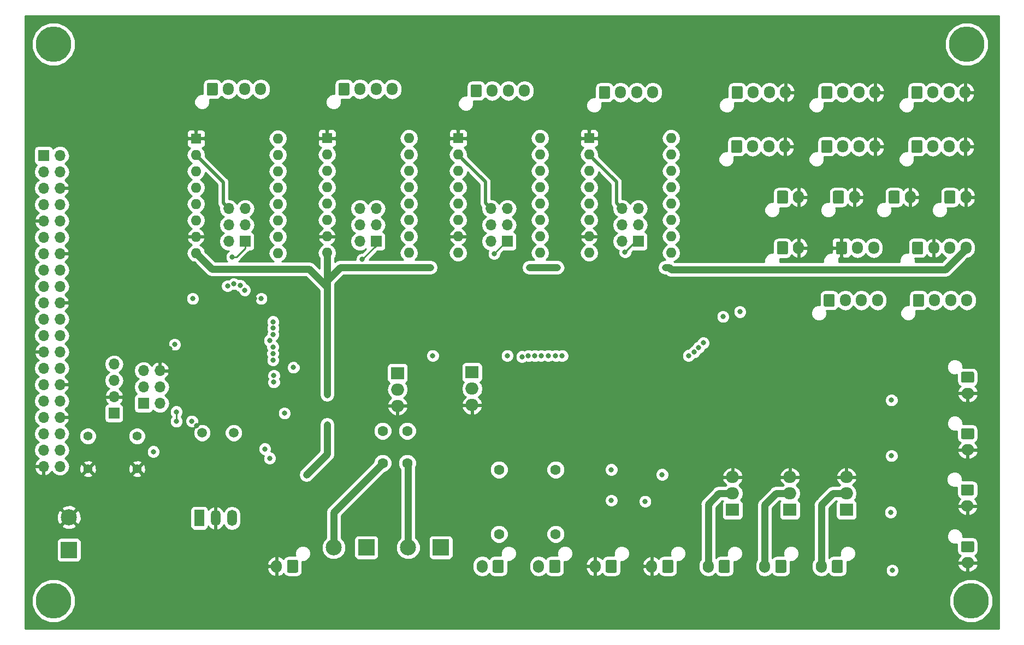
<source format=gbr>
G04 #@! TF.GenerationSoftware,KiCad,Pcbnew,(5.0.2)-1*
G04 #@! TF.CreationDate,2019-03-10T22:20:02+01:00*
G04 #@! TF.ProjectId,fdmbox_pcb_tiny,66646d62-6f78-45f7-9063-625f74696e79,rev?*
G04 #@! TF.SameCoordinates,Original*
G04 #@! TF.FileFunction,Copper,L4,Bot*
G04 #@! TF.FilePolarity,Positive*
%FSLAX46Y46*%
G04 Gerber Fmt 4.6, Leading zero omitted, Abs format (unit mm)*
G04 Created by KiCad (PCBNEW (5.0.2)-1) date 10.03.2019 22:20:02*
%MOMM*%
%LPD*%
G01*
G04 APERTURE LIST*
G04 #@! TA.AperFunction,ComponentPad*
%ADD10C,5.500000*%
G04 #@! TD*
G04 #@! TA.AperFunction,ComponentPad*
%ADD11R,1.600000X1.600000*%
G04 #@! TD*
G04 #@! TA.AperFunction,ComponentPad*
%ADD12O,1.600000X1.600000*%
G04 #@! TD*
G04 #@! TA.AperFunction,ComponentPad*
%ADD13C,1.600000*%
G04 #@! TD*
G04 #@! TA.AperFunction,ComponentPad*
%ADD14R,2.500000X2.500000*%
G04 #@! TD*
G04 #@! TA.AperFunction,ComponentPad*
%ADD15C,2.500000*%
G04 #@! TD*
G04 #@! TA.AperFunction,ComponentPad*
%ADD16O,1.700000X1.700000*%
G04 #@! TD*
G04 #@! TA.AperFunction,ComponentPad*
%ADD17R,1.700000X1.700000*%
G04 #@! TD*
G04 #@! TA.AperFunction,Conductor*
%ADD18C,0.100000*%
G04 #@! TD*
G04 #@! TA.AperFunction,ComponentPad*
%ADD19C,1.700000*%
G04 #@! TD*
G04 #@! TA.AperFunction,ComponentPad*
%ADD20O,2.000000X1.700000*%
G04 #@! TD*
G04 #@! TA.AperFunction,ComponentPad*
%ADD21O,1.700000X2.000000*%
G04 #@! TD*
G04 #@! TA.AperFunction,ComponentPad*
%ADD22O,1.700000X1.950000*%
G04 #@! TD*
G04 #@! TA.AperFunction,ComponentPad*
%ADD23O,2.000000X1.905000*%
G04 #@! TD*
G04 #@! TA.AperFunction,ComponentPad*
%ADD24R,2.000000X1.905000*%
G04 #@! TD*
G04 #@! TA.AperFunction,ComponentPad*
%ADD25C,1.397000*%
G04 #@! TD*
G04 #@! TA.AperFunction,ComponentPad*
%ADD26R,1.500000X2.500000*%
G04 #@! TD*
G04 #@! TA.AperFunction,ComponentPad*
%ADD27O,1.500000X2.500000*%
G04 #@! TD*
G04 #@! TA.AperFunction,ComponentPad*
%ADD28C,1.500000*%
G04 #@! TD*
G04 #@! TA.AperFunction,ViaPad*
%ADD29C,0.800000*%
G04 #@! TD*
G04 #@! TA.AperFunction,Conductor*
%ADD30C,0.500000*%
G04 #@! TD*
G04 #@! TA.AperFunction,Conductor*
%ADD31C,0.250000*%
G04 #@! TD*
G04 #@! TA.AperFunction,Conductor*
%ADD32C,1.100000*%
G04 #@! TD*
G04 #@! TA.AperFunction,Conductor*
%ADD33C,0.254000*%
G04 #@! TD*
G04 APERTURE END LIST*
D10*
G04 #@! TO.P,REF\002A\002A,1*
G04 #@! TO.N,N/C*
X81280000Y-142240000D03*
G04 #@! TD*
G04 #@! TO.P,REF\002A\002A,1*
G04 #@! TO.N,N/C*
X81280000Y-55880000D03*
G04 #@! TD*
G04 #@! TO.P,REF\002A\002A,1*
G04 #@! TO.N,N/C*
X222885000Y-55880000D03*
G04 #@! TD*
D11*
G04 #@! TO.P,A1,1*
G04 #@! TO.N,GND*
X103378000Y-70535800D03*
D12*
G04 #@! TO.P,A1,9*
G04 #@! TO.N,/E0_EN*
X116078000Y-88315800D03*
G04 #@! TO.P,A1,2*
G04 #@! TO.N,+5V*
X103378000Y-73075800D03*
G04 #@! TO.P,A1,10*
G04 #@! TO.N,Net-(A1-Pad10)*
X116078000Y-85775800D03*
G04 #@! TO.P,A1,3*
G04 #@! TO.N,Net-(A1-Pad3)*
X103378000Y-75615800D03*
G04 #@! TO.P,A1,11*
G04 #@! TO.N,Net-(A1-Pad11)*
X116078000Y-83235800D03*
G04 #@! TO.P,A1,4*
G04 #@! TO.N,Net-(A1-Pad4)*
X103378000Y-78155800D03*
G04 #@! TO.P,A1,12*
G04 #@! TO.N,Net-(A1-Pad12)*
X116078000Y-80695800D03*
G04 #@! TO.P,A1,5*
G04 #@! TO.N,Net-(A1-Pad5)*
X103378000Y-80695800D03*
G04 #@! TO.P,A1,13*
G04 #@! TO.N,Net-(A1-Pad13)*
X116078000Y-78155800D03*
G04 #@! TO.P,A1,6*
G04 #@! TO.N,Net-(A1-Pad6)*
X103378000Y-83235800D03*
G04 #@! TO.P,A1,14*
G04 #@! TO.N,Net-(A1-Pad13)*
X116078000Y-75615800D03*
G04 #@! TO.P,A1,7*
G04 #@! TO.N,GND*
X103378000Y-85775800D03*
G04 #@! TO.P,A1,15*
G04 #@! TO.N,/E0_STEP*
X116078000Y-73075800D03*
G04 #@! TO.P,A1,8*
G04 #@! TO.N,+24V*
X103378000Y-88315800D03*
G04 #@! TO.P,A1,16*
G04 #@! TO.N,/E0_DIR*
X116078000Y-70535800D03*
G04 #@! TD*
D11*
G04 #@! TO.P,A2,1*
G04 #@! TO.N,GND*
X123698000Y-70485000D03*
D12*
G04 #@! TO.P,A2,9*
G04 #@! TO.N,/E1_EN*
X136398000Y-88265000D03*
G04 #@! TO.P,A2,2*
G04 #@! TO.N,+5V*
X123698000Y-73025000D03*
G04 #@! TO.P,A2,10*
G04 #@! TO.N,Net-(A2-Pad10)*
X136398000Y-85725000D03*
G04 #@! TO.P,A2,3*
G04 #@! TO.N,Net-(A2-Pad3)*
X123698000Y-75565000D03*
G04 #@! TO.P,A2,11*
G04 #@! TO.N,Net-(A2-Pad11)*
X136398000Y-83185000D03*
G04 #@! TO.P,A2,4*
G04 #@! TO.N,Net-(A2-Pad4)*
X123698000Y-78105000D03*
G04 #@! TO.P,A2,12*
G04 #@! TO.N,Net-(A2-Pad12)*
X136398000Y-80645000D03*
G04 #@! TO.P,A2,5*
G04 #@! TO.N,Net-(A2-Pad5)*
X123698000Y-80645000D03*
G04 #@! TO.P,A2,13*
G04 #@! TO.N,Net-(A2-Pad13)*
X136398000Y-78105000D03*
G04 #@! TO.P,A2,6*
G04 #@! TO.N,Net-(A2-Pad6)*
X123698000Y-83185000D03*
G04 #@! TO.P,A2,14*
G04 #@! TO.N,Net-(A2-Pad13)*
X136398000Y-75565000D03*
G04 #@! TO.P,A2,7*
G04 #@! TO.N,GND*
X123698000Y-85725000D03*
G04 #@! TO.P,A2,15*
G04 #@! TO.N,/E1_STEP*
X136398000Y-73025000D03*
G04 #@! TO.P,A2,8*
G04 #@! TO.N,+24V*
X123698000Y-88265000D03*
G04 #@! TO.P,A2,16*
G04 #@! TO.N,/E1_DIR*
X136398000Y-70485000D03*
G04 #@! TD*
G04 #@! TO.P,A3,16*
G04 #@! TO.N,/SPARE0_DIR*
X156718000Y-70485000D03*
G04 #@! TO.P,A3,8*
G04 #@! TO.N,+24V*
X144018000Y-88265000D03*
G04 #@! TO.P,A3,15*
G04 #@! TO.N,/SPARE0_STEP*
X156718000Y-73025000D03*
G04 #@! TO.P,A3,7*
G04 #@! TO.N,GND*
X144018000Y-85725000D03*
G04 #@! TO.P,A3,14*
G04 #@! TO.N,Net-(A3-Pad13)*
X156718000Y-75565000D03*
G04 #@! TO.P,A3,6*
G04 #@! TO.N,Net-(A3-Pad6)*
X144018000Y-83185000D03*
G04 #@! TO.P,A3,13*
G04 #@! TO.N,Net-(A3-Pad13)*
X156718000Y-78105000D03*
G04 #@! TO.P,A3,5*
G04 #@! TO.N,Net-(A3-Pad5)*
X144018000Y-80645000D03*
G04 #@! TO.P,A3,12*
G04 #@! TO.N,Net-(A3-Pad12)*
X156718000Y-80645000D03*
G04 #@! TO.P,A3,4*
G04 #@! TO.N,Net-(A3-Pad4)*
X144018000Y-78105000D03*
G04 #@! TO.P,A3,11*
G04 #@! TO.N,Net-(A3-Pad11)*
X156718000Y-83185000D03*
G04 #@! TO.P,A3,3*
G04 #@! TO.N,Net-(A3-Pad3)*
X144018000Y-75565000D03*
G04 #@! TO.P,A3,10*
G04 #@! TO.N,Net-(A3-Pad10)*
X156718000Y-85725000D03*
G04 #@! TO.P,A3,2*
G04 #@! TO.N,+5V*
X144018000Y-73025000D03*
G04 #@! TO.P,A3,9*
G04 #@! TO.N,/SPARE0_EN*
X156718000Y-88265000D03*
D11*
G04 #@! TO.P,A3,1*
G04 #@! TO.N,GND*
X144018000Y-70485000D03*
G04 #@! TD*
D12*
G04 #@! TO.P,A4,16*
G04 #@! TO.N,/SPARE1_DIR*
X177038000Y-70485000D03*
G04 #@! TO.P,A4,8*
G04 #@! TO.N,+24V*
X164338000Y-88265000D03*
G04 #@! TO.P,A4,15*
G04 #@! TO.N,/SPARE1_STEP*
X177038000Y-73025000D03*
G04 #@! TO.P,A4,7*
G04 #@! TO.N,GND*
X164338000Y-85725000D03*
G04 #@! TO.P,A4,14*
G04 #@! TO.N,Net-(A4-Pad13)*
X177038000Y-75565000D03*
G04 #@! TO.P,A4,6*
G04 #@! TO.N,Net-(A4-Pad6)*
X164338000Y-83185000D03*
G04 #@! TO.P,A4,13*
G04 #@! TO.N,Net-(A4-Pad13)*
X177038000Y-78105000D03*
G04 #@! TO.P,A4,5*
G04 #@! TO.N,Net-(A4-Pad5)*
X164338000Y-80645000D03*
G04 #@! TO.P,A4,12*
G04 #@! TO.N,Net-(A4-Pad12)*
X177038000Y-80645000D03*
G04 #@! TO.P,A4,4*
G04 #@! TO.N,Net-(A4-Pad4)*
X164338000Y-78105000D03*
G04 #@! TO.P,A4,11*
G04 #@! TO.N,Net-(A4-Pad11)*
X177038000Y-83185000D03*
G04 #@! TO.P,A4,3*
G04 #@! TO.N,Net-(A4-Pad3)*
X164338000Y-75565000D03*
G04 #@! TO.P,A4,10*
G04 #@! TO.N,Net-(A4-Pad10)*
X177038000Y-85725000D03*
G04 #@! TO.P,A4,2*
G04 #@! TO.N,+5V*
X164338000Y-73025000D03*
G04 #@! TO.P,A4,9*
G04 #@! TO.N,/SPARE1_EN*
X177038000Y-88265000D03*
D11*
G04 #@! TO.P,A4,1*
G04 #@! TO.N,GND*
X164338000Y-70485000D03*
G04 #@! TD*
D13*
G04 #@! TO.P,F1,1*
G04 #@! TO.N,/T_E0*
X136144000Y-115904000D03*
G04 #@! TO.P,F1,2*
G04 #@! TO.N,Net-(F1-Pad2)*
X136144000Y-120904000D03*
G04 #@! TD*
G04 #@! TO.P,F2,2*
G04 #@! TO.N,/T_E1*
X132334000Y-115904000D03*
G04 #@! TO.P,F2,1*
G04 #@! TO.N,Net-(F2-Pad1)*
X132334000Y-120904000D03*
G04 #@! TD*
G04 #@! TO.P,F3,1*
G04 #@! TO.N,+24V*
X159131000Y-121920000D03*
G04 #@! TO.P,F3,2*
G04 #@! TO.N,/FAN_E0_SW*
X159131000Y-131920000D03*
G04 #@! TD*
G04 #@! TO.P,F4,2*
G04 #@! TO.N,/FAN_E1_SW*
X150368000Y-131920000D03*
G04 #@! TO.P,F4,1*
G04 #@! TO.N,+24V*
X150368000Y-121920000D03*
G04 #@! TD*
D14*
G04 #@! TO.P,J1,1*
G04 #@! TO.N,+24V*
X83693000Y-134366000D03*
D15*
G04 #@! TO.P,J1,2*
G04 #@! TO.N,GND*
X83693000Y-129286000D03*
G04 #@! TD*
D16*
G04 #@! TO.P,J2,6*
G04 #@! TO.N,+5V*
X108458000Y-81407000D03*
G04 #@! TO.P,J2,5*
G04 #@! TO.N,Net-(A1-Pad12)*
X110998000Y-81407000D03*
G04 #@! TO.P,J2,4*
G04 #@! TO.N,+5V*
X108458000Y-83947000D03*
G04 #@! TO.P,J2,3*
G04 #@! TO.N,Net-(A1-Pad11)*
X110998000Y-83947000D03*
G04 #@! TO.P,J2,2*
G04 #@! TO.N,+5V*
X108458000Y-86487000D03*
D17*
G04 #@! TO.P,J2,1*
G04 #@! TO.N,Net-(A1-Pad10)*
X110998000Y-86487000D03*
G04 #@! TD*
D18*
G04 #@! TO.N,/T_E0_IN*
G04 #@! TO.C,J3*
G36*
X223786504Y-133009204D02*
X223810773Y-133012804D01*
X223834571Y-133018765D01*
X223857671Y-133027030D01*
X223879849Y-133037520D01*
X223900893Y-133050133D01*
X223920598Y-133064747D01*
X223938777Y-133081223D01*
X223955253Y-133099402D01*
X223969867Y-133119107D01*
X223982480Y-133140151D01*
X223992970Y-133162329D01*
X224001235Y-133185429D01*
X224007196Y-133209227D01*
X224010796Y-133233496D01*
X224012000Y-133258000D01*
X224012000Y-134458000D01*
X224010796Y-134482504D01*
X224007196Y-134506773D01*
X224001235Y-134530571D01*
X223992970Y-134553671D01*
X223982480Y-134575849D01*
X223969867Y-134596893D01*
X223955253Y-134616598D01*
X223938777Y-134634777D01*
X223920598Y-134651253D01*
X223900893Y-134665867D01*
X223879849Y-134678480D01*
X223857671Y-134688970D01*
X223834571Y-134697235D01*
X223810773Y-134703196D01*
X223786504Y-134706796D01*
X223762000Y-134708000D01*
X222262000Y-134708000D01*
X222237496Y-134706796D01*
X222213227Y-134703196D01*
X222189429Y-134697235D01*
X222166329Y-134688970D01*
X222144151Y-134678480D01*
X222123107Y-134665867D01*
X222103402Y-134651253D01*
X222085223Y-134634777D01*
X222068747Y-134616598D01*
X222054133Y-134596893D01*
X222041520Y-134575849D01*
X222031030Y-134553671D01*
X222022765Y-134530571D01*
X222016804Y-134506773D01*
X222013204Y-134482504D01*
X222012000Y-134458000D01*
X222012000Y-133258000D01*
X222013204Y-133233496D01*
X222016804Y-133209227D01*
X222022765Y-133185429D01*
X222031030Y-133162329D01*
X222041520Y-133140151D01*
X222054133Y-133119107D01*
X222068747Y-133099402D01*
X222085223Y-133081223D01*
X222103402Y-133064747D01*
X222123107Y-133050133D01*
X222144151Y-133037520D01*
X222166329Y-133027030D01*
X222189429Y-133018765D01*
X222213227Y-133012804D01*
X222237496Y-133009204D01*
X222262000Y-133008000D01*
X223762000Y-133008000D01*
X223786504Y-133009204D01*
X223786504Y-133009204D01*
G37*
D19*
G04 #@! TD*
G04 #@! TO.P,J3,1*
G04 #@! TO.N,/T_E0_IN*
X223012000Y-133858000D03*
D20*
G04 #@! TO.P,J3,2*
G04 #@! TO.N,GND*
X223012000Y-136358000D03*
G04 #@! TD*
D21*
G04 #@! TO.P,J4,2*
G04 #@! TO.N,/FAN_E0*
X200319000Y-136906000D03*
D18*
G04 #@! TD*
G04 #@! TO.N,+24V*
G04 #@! TO.C,J4*
G36*
X203443504Y-135907204D02*
X203467773Y-135910804D01*
X203491571Y-135916765D01*
X203514671Y-135925030D01*
X203536849Y-135935520D01*
X203557893Y-135948133D01*
X203577598Y-135962747D01*
X203595777Y-135979223D01*
X203612253Y-135997402D01*
X203626867Y-136017107D01*
X203639480Y-136038151D01*
X203649970Y-136060329D01*
X203658235Y-136083429D01*
X203664196Y-136107227D01*
X203667796Y-136131496D01*
X203669000Y-136156000D01*
X203669000Y-137656000D01*
X203667796Y-137680504D01*
X203664196Y-137704773D01*
X203658235Y-137728571D01*
X203649970Y-137751671D01*
X203639480Y-137773849D01*
X203626867Y-137794893D01*
X203612253Y-137814598D01*
X203595777Y-137832777D01*
X203577598Y-137849253D01*
X203557893Y-137863867D01*
X203536849Y-137876480D01*
X203514671Y-137886970D01*
X203491571Y-137895235D01*
X203467773Y-137901196D01*
X203443504Y-137904796D01*
X203419000Y-137906000D01*
X202219000Y-137906000D01*
X202194496Y-137904796D01*
X202170227Y-137901196D01*
X202146429Y-137895235D01*
X202123329Y-137886970D01*
X202101151Y-137876480D01*
X202080107Y-137863867D01*
X202060402Y-137849253D01*
X202042223Y-137832777D01*
X202025747Y-137814598D01*
X202011133Y-137794893D01*
X201998520Y-137773849D01*
X201988030Y-137751671D01*
X201979765Y-137728571D01*
X201973804Y-137704773D01*
X201970204Y-137680504D01*
X201969000Y-137656000D01*
X201969000Y-136156000D01*
X201970204Y-136131496D01*
X201973804Y-136107227D01*
X201979765Y-136083429D01*
X201988030Y-136060329D01*
X201998520Y-136038151D01*
X202011133Y-136017107D01*
X202025747Y-135997402D01*
X202042223Y-135979223D01*
X202060402Y-135962747D01*
X202080107Y-135948133D01*
X202101151Y-135935520D01*
X202123329Y-135925030D01*
X202146429Y-135916765D01*
X202170227Y-135910804D01*
X202194496Y-135907204D01*
X202219000Y-135906000D01*
X203419000Y-135906000D01*
X203443504Y-135907204D01*
X203443504Y-135907204D01*
G37*
D19*
G04 #@! TO.P,J4,1*
G04 #@! TO.N,+24V*
X202819000Y-136906000D03*
G04 #@! TD*
D20*
G04 #@! TO.P,J5,2*
G04 #@! TO.N,GND*
X222980000Y-127544000D03*
D18*
G04 #@! TD*
G04 #@! TO.N,/T_E1_IN*
G04 #@! TO.C,J5*
G36*
X223754504Y-124195204D02*
X223778773Y-124198804D01*
X223802571Y-124204765D01*
X223825671Y-124213030D01*
X223847849Y-124223520D01*
X223868893Y-124236133D01*
X223888598Y-124250747D01*
X223906777Y-124267223D01*
X223923253Y-124285402D01*
X223937867Y-124305107D01*
X223950480Y-124326151D01*
X223960970Y-124348329D01*
X223969235Y-124371429D01*
X223975196Y-124395227D01*
X223978796Y-124419496D01*
X223980000Y-124444000D01*
X223980000Y-125644000D01*
X223978796Y-125668504D01*
X223975196Y-125692773D01*
X223969235Y-125716571D01*
X223960970Y-125739671D01*
X223950480Y-125761849D01*
X223937867Y-125782893D01*
X223923253Y-125802598D01*
X223906777Y-125820777D01*
X223888598Y-125837253D01*
X223868893Y-125851867D01*
X223847849Y-125864480D01*
X223825671Y-125874970D01*
X223802571Y-125883235D01*
X223778773Y-125889196D01*
X223754504Y-125892796D01*
X223730000Y-125894000D01*
X222230000Y-125894000D01*
X222205496Y-125892796D01*
X222181227Y-125889196D01*
X222157429Y-125883235D01*
X222134329Y-125874970D01*
X222112151Y-125864480D01*
X222091107Y-125851867D01*
X222071402Y-125837253D01*
X222053223Y-125820777D01*
X222036747Y-125802598D01*
X222022133Y-125782893D01*
X222009520Y-125761849D01*
X221999030Y-125739671D01*
X221990765Y-125716571D01*
X221984804Y-125692773D01*
X221981204Y-125668504D01*
X221980000Y-125644000D01*
X221980000Y-124444000D01*
X221981204Y-124419496D01*
X221984804Y-124395227D01*
X221990765Y-124371429D01*
X221999030Y-124348329D01*
X222009520Y-124326151D01*
X222022133Y-124305107D01*
X222036747Y-124285402D01*
X222053223Y-124267223D01*
X222071402Y-124250747D01*
X222091107Y-124236133D01*
X222112151Y-124223520D01*
X222134329Y-124213030D01*
X222157429Y-124204765D01*
X222181227Y-124198804D01*
X222205496Y-124195204D01*
X222230000Y-124194000D01*
X223730000Y-124194000D01*
X223754504Y-124195204D01*
X223754504Y-124195204D01*
G37*
D19*
G04 #@! TO.P,J5,1*
G04 #@! TO.N,/T_E1_IN*
X222980000Y-125044000D03*
G04 #@! TD*
D21*
G04 #@! TO.P,J6,2*
G04 #@! TO.N,/FAN_E1*
X191556000Y-136906000D03*
D18*
G04 #@! TD*
G04 #@! TO.N,+24V*
G04 #@! TO.C,J6*
G36*
X194680504Y-135907204D02*
X194704773Y-135910804D01*
X194728571Y-135916765D01*
X194751671Y-135925030D01*
X194773849Y-135935520D01*
X194794893Y-135948133D01*
X194814598Y-135962747D01*
X194832777Y-135979223D01*
X194849253Y-135997402D01*
X194863867Y-136017107D01*
X194876480Y-136038151D01*
X194886970Y-136060329D01*
X194895235Y-136083429D01*
X194901196Y-136107227D01*
X194904796Y-136131496D01*
X194906000Y-136156000D01*
X194906000Y-137656000D01*
X194904796Y-137680504D01*
X194901196Y-137704773D01*
X194895235Y-137728571D01*
X194886970Y-137751671D01*
X194876480Y-137773849D01*
X194863867Y-137794893D01*
X194849253Y-137814598D01*
X194832777Y-137832777D01*
X194814598Y-137849253D01*
X194794893Y-137863867D01*
X194773849Y-137876480D01*
X194751671Y-137886970D01*
X194728571Y-137895235D01*
X194704773Y-137901196D01*
X194680504Y-137904796D01*
X194656000Y-137906000D01*
X193456000Y-137906000D01*
X193431496Y-137904796D01*
X193407227Y-137901196D01*
X193383429Y-137895235D01*
X193360329Y-137886970D01*
X193338151Y-137876480D01*
X193317107Y-137863867D01*
X193297402Y-137849253D01*
X193279223Y-137832777D01*
X193262747Y-137814598D01*
X193248133Y-137794893D01*
X193235520Y-137773849D01*
X193225030Y-137751671D01*
X193216765Y-137728571D01*
X193210804Y-137704773D01*
X193207204Y-137680504D01*
X193206000Y-137656000D01*
X193206000Y-136156000D01*
X193207204Y-136131496D01*
X193210804Y-136107227D01*
X193216765Y-136083429D01*
X193225030Y-136060329D01*
X193235520Y-136038151D01*
X193248133Y-136017107D01*
X193262747Y-135997402D01*
X193279223Y-135979223D01*
X193297402Y-135962747D01*
X193317107Y-135948133D01*
X193338151Y-135935520D01*
X193360329Y-135925030D01*
X193383429Y-135916765D01*
X193407227Y-135910804D01*
X193431496Y-135907204D01*
X193456000Y-135906000D01*
X194656000Y-135906000D01*
X194680504Y-135907204D01*
X194680504Y-135907204D01*
G37*
D19*
G04 #@! TO.P,J6,1*
G04 #@! TO.N,+24V*
X194056000Y-136906000D03*
G04 #@! TD*
D18*
G04 #@! TO.N,/T_BED_IN*
G04 #@! TO.C,J7*
G36*
X223786504Y-115483204D02*
X223810773Y-115486804D01*
X223834571Y-115492765D01*
X223857671Y-115501030D01*
X223879849Y-115511520D01*
X223900893Y-115524133D01*
X223920598Y-115538747D01*
X223938777Y-115555223D01*
X223955253Y-115573402D01*
X223969867Y-115593107D01*
X223982480Y-115614151D01*
X223992970Y-115636329D01*
X224001235Y-115659429D01*
X224007196Y-115683227D01*
X224010796Y-115707496D01*
X224012000Y-115732000D01*
X224012000Y-116932000D01*
X224010796Y-116956504D01*
X224007196Y-116980773D01*
X224001235Y-117004571D01*
X223992970Y-117027671D01*
X223982480Y-117049849D01*
X223969867Y-117070893D01*
X223955253Y-117090598D01*
X223938777Y-117108777D01*
X223920598Y-117125253D01*
X223900893Y-117139867D01*
X223879849Y-117152480D01*
X223857671Y-117162970D01*
X223834571Y-117171235D01*
X223810773Y-117177196D01*
X223786504Y-117180796D01*
X223762000Y-117182000D01*
X222262000Y-117182000D01*
X222237496Y-117180796D01*
X222213227Y-117177196D01*
X222189429Y-117171235D01*
X222166329Y-117162970D01*
X222144151Y-117152480D01*
X222123107Y-117139867D01*
X222103402Y-117125253D01*
X222085223Y-117108777D01*
X222068747Y-117090598D01*
X222054133Y-117070893D01*
X222041520Y-117049849D01*
X222031030Y-117027671D01*
X222022765Y-117004571D01*
X222016804Y-116980773D01*
X222013204Y-116956504D01*
X222012000Y-116932000D01*
X222012000Y-115732000D01*
X222013204Y-115707496D01*
X222016804Y-115683227D01*
X222022765Y-115659429D01*
X222031030Y-115636329D01*
X222041520Y-115614151D01*
X222054133Y-115593107D01*
X222068747Y-115573402D01*
X222085223Y-115555223D01*
X222103402Y-115538747D01*
X222123107Y-115524133D01*
X222144151Y-115511520D01*
X222166329Y-115501030D01*
X222189429Y-115492765D01*
X222213227Y-115486804D01*
X222237496Y-115483204D01*
X222262000Y-115482000D01*
X223762000Y-115482000D01*
X223786504Y-115483204D01*
X223786504Y-115483204D01*
G37*
D19*
G04 #@! TD*
G04 #@! TO.P,J7,1*
G04 #@! TO.N,/T_BED_IN*
X223012000Y-116332000D03*
D20*
G04 #@! TO.P,J7,2*
G04 #@! TO.N,GND*
X223012000Y-118832000D03*
G04 #@! TD*
D18*
G04 #@! TO.N,+24V*
G04 #@! TO.C,J8*
G36*
X185917504Y-135907204D02*
X185941773Y-135910804D01*
X185965571Y-135916765D01*
X185988671Y-135925030D01*
X186010849Y-135935520D01*
X186031893Y-135948133D01*
X186051598Y-135962747D01*
X186069777Y-135979223D01*
X186086253Y-135997402D01*
X186100867Y-136017107D01*
X186113480Y-136038151D01*
X186123970Y-136060329D01*
X186132235Y-136083429D01*
X186138196Y-136107227D01*
X186141796Y-136131496D01*
X186143000Y-136156000D01*
X186143000Y-137656000D01*
X186141796Y-137680504D01*
X186138196Y-137704773D01*
X186132235Y-137728571D01*
X186123970Y-137751671D01*
X186113480Y-137773849D01*
X186100867Y-137794893D01*
X186086253Y-137814598D01*
X186069777Y-137832777D01*
X186051598Y-137849253D01*
X186031893Y-137863867D01*
X186010849Y-137876480D01*
X185988671Y-137886970D01*
X185965571Y-137895235D01*
X185941773Y-137901196D01*
X185917504Y-137904796D01*
X185893000Y-137906000D01*
X184693000Y-137906000D01*
X184668496Y-137904796D01*
X184644227Y-137901196D01*
X184620429Y-137895235D01*
X184597329Y-137886970D01*
X184575151Y-137876480D01*
X184554107Y-137863867D01*
X184534402Y-137849253D01*
X184516223Y-137832777D01*
X184499747Y-137814598D01*
X184485133Y-137794893D01*
X184472520Y-137773849D01*
X184462030Y-137751671D01*
X184453765Y-137728571D01*
X184447804Y-137704773D01*
X184444204Y-137680504D01*
X184443000Y-137656000D01*
X184443000Y-136156000D01*
X184444204Y-136131496D01*
X184447804Y-136107227D01*
X184453765Y-136083429D01*
X184462030Y-136060329D01*
X184472520Y-136038151D01*
X184485133Y-136017107D01*
X184499747Y-135997402D01*
X184516223Y-135979223D01*
X184534402Y-135962747D01*
X184554107Y-135948133D01*
X184575151Y-135935520D01*
X184597329Y-135925030D01*
X184620429Y-135916765D01*
X184644227Y-135910804D01*
X184668496Y-135907204D01*
X184693000Y-135906000D01*
X185893000Y-135906000D01*
X185917504Y-135907204D01*
X185917504Y-135907204D01*
G37*
D19*
G04 #@! TD*
G04 #@! TO.P,J8,1*
G04 #@! TO.N,+24V*
X185293000Y-136906000D03*
D21*
G04 #@! TO.P,J8,2*
G04 #@! TO.N,/FAN_ENV*
X182793000Y-136906000D03*
G04 #@! TD*
D18*
G04 #@! TO.N,Net-(A1-Pad3)*
G04 #@! TO.C,J9*
G36*
X106542504Y-61891204D02*
X106566773Y-61894804D01*
X106590571Y-61900765D01*
X106613671Y-61909030D01*
X106635849Y-61919520D01*
X106656893Y-61932133D01*
X106676598Y-61946747D01*
X106694777Y-61963223D01*
X106711253Y-61981402D01*
X106725867Y-62001107D01*
X106738480Y-62022151D01*
X106748970Y-62044329D01*
X106757235Y-62067429D01*
X106763196Y-62091227D01*
X106766796Y-62115496D01*
X106768000Y-62140000D01*
X106768000Y-63590000D01*
X106766796Y-63614504D01*
X106763196Y-63638773D01*
X106757235Y-63662571D01*
X106748970Y-63685671D01*
X106738480Y-63707849D01*
X106725867Y-63728893D01*
X106711253Y-63748598D01*
X106694777Y-63766777D01*
X106676598Y-63783253D01*
X106656893Y-63797867D01*
X106635849Y-63810480D01*
X106613671Y-63820970D01*
X106590571Y-63829235D01*
X106566773Y-63835196D01*
X106542504Y-63838796D01*
X106518000Y-63840000D01*
X105318000Y-63840000D01*
X105293496Y-63838796D01*
X105269227Y-63835196D01*
X105245429Y-63829235D01*
X105222329Y-63820970D01*
X105200151Y-63810480D01*
X105179107Y-63797867D01*
X105159402Y-63783253D01*
X105141223Y-63766777D01*
X105124747Y-63748598D01*
X105110133Y-63728893D01*
X105097520Y-63707849D01*
X105087030Y-63685671D01*
X105078765Y-63662571D01*
X105072804Y-63638773D01*
X105069204Y-63614504D01*
X105068000Y-63590000D01*
X105068000Y-62140000D01*
X105069204Y-62115496D01*
X105072804Y-62091227D01*
X105078765Y-62067429D01*
X105087030Y-62044329D01*
X105097520Y-62022151D01*
X105110133Y-62001107D01*
X105124747Y-61981402D01*
X105141223Y-61963223D01*
X105159402Y-61946747D01*
X105179107Y-61932133D01*
X105200151Y-61919520D01*
X105222329Y-61909030D01*
X105245429Y-61900765D01*
X105269227Y-61894804D01*
X105293496Y-61891204D01*
X105318000Y-61890000D01*
X106518000Y-61890000D01*
X106542504Y-61891204D01*
X106542504Y-61891204D01*
G37*
D19*
G04 #@! TD*
G04 #@! TO.P,J9,1*
G04 #@! TO.N,Net-(A1-Pad3)*
X105918000Y-62865000D03*
D22*
G04 #@! TO.P,J9,2*
G04 #@! TO.N,Net-(A1-Pad4)*
X108418000Y-62865000D03*
G04 #@! TO.P,J9,3*
G04 #@! TO.N,Net-(A1-Pad5)*
X110918000Y-62865000D03*
G04 #@! TO.P,J9,4*
G04 #@! TO.N,Net-(A1-Pad6)*
X113418000Y-62865000D03*
G04 #@! TD*
D18*
G04 #@! TO.N,/T_ENV_IN*
G04 #@! TO.C,J10*
G36*
X223786504Y-106720204D02*
X223810773Y-106723804D01*
X223834571Y-106729765D01*
X223857671Y-106738030D01*
X223879849Y-106748520D01*
X223900893Y-106761133D01*
X223920598Y-106775747D01*
X223938777Y-106792223D01*
X223955253Y-106810402D01*
X223969867Y-106830107D01*
X223982480Y-106851151D01*
X223992970Y-106873329D01*
X224001235Y-106896429D01*
X224007196Y-106920227D01*
X224010796Y-106944496D01*
X224012000Y-106969000D01*
X224012000Y-108169000D01*
X224010796Y-108193504D01*
X224007196Y-108217773D01*
X224001235Y-108241571D01*
X223992970Y-108264671D01*
X223982480Y-108286849D01*
X223969867Y-108307893D01*
X223955253Y-108327598D01*
X223938777Y-108345777D01*
X223920598Y-108362253D01*
X223900893Y-108376867D01*
X223879849Y-108389480D01*
X223857671Y-108399970D01*
X223834571Y-108408235D01*
X223810773Y-108414196D01*
X223786504Y-108417796D01*
X223762000Y-108419000D01*
X222262000Y-108419000D01*
X222237496Y-108417796D01*
X222213227Y-108414196D01*
X222189429Y-108408235D01*
X222166329Y-108399970D01*
X222144151Y-108389480D01*
X222123107Y-108376867D01*
X222103402Y-108362253D01*
X222085223Y-108345777D01*
X222068747Y-108327598D01*
X222054133Y-108307893D01*
X222041520Y-108286849D01*
X222031030Y-108264671D01*
X222022765Y-108241571D01*
X222016804Y-108217773D01*
X222013204Y-108193504D01*
X222012000Y-108169000D01*
X222012000Y-106969000D01*
X222013204Y-106944496D01*
X222016804Y-106920227D01*
X222022765Y-106896429D01*
X222031030Y-106873329D01*
X222041520Y-106851151D01*
X222054133Y-106830107D01*
X222068747Y-106810402D01*
X222085223Y-106792223D01*
X222103402Y-106775747D01*
X222123107Y-106761133D01*
X222144151Y-106748520D01*
X222166329Y-106738030D01*
X222189429Y-106729765D01*
X222213227Y-106723804D01*
X222237496Y-106720204D01*
X222262000Y-106719000D01*
X223762000Y-106719000D01*
X223786504Y-106720204D01*
X223786504Y-106720204D01*
G37*
D19*
G04 #@! TD*
G04 #@! TO.P,J10,1*
G04 #@! TO.N,/T_ENV_IN*
X223012000Y-107569000D03*
D20*
G04 #@! TO.P,J10,2*
G04 #@! TO.N,GND*
X223012000Y-110069000D03*
G04 #@! TD*
D18*
G04 #@! TO.N,+24V*
G04 #@! TO.C,J11*
G36*
X118988504Y-135907204D02*
X119012773Y-135910804D01*
X119036571Y-135916765D01*
X119059671Y-135925030D01*
X119081849Y-135935520D01*
X119102893Y-135948133D01*
X119122598Y-135962747D01*
X119140777Y-135979223D01*
X119157253Y-135997402D01*
X119171867Y-136017107D01*
X119184480Y-136038151D01*
X119194970Y-136060329D01*
X119203235Y-136083429D01*
X119209196Y-136107227D01*
X119212796Y-136131496D01*
X119214000Y-136156000D01*
X119214000Y-137656000D01*
X119212796Y-137680504D01*
X119209196Y-137704773D01*
X119203235Y-137728571D01*
X119194970Y-137751671D01*
X119184480Y-137773849D01*
X119171867Y-137794893D01*
X119157253Y-137814598D01*
X119140777Y-137832777D01*
X119122598Y-137849253D01*
X119102893Y-137863867D01*
X119081849Y-137876480D01*
X119059671Y-137886970D01*
X119036571Y-137895235D01*
X119012773Y-137901196D01*
X118988504Y-137904796D01*
X118964000Y-137906000D01*
X117764000Y-137906000D01*
X117739496Y-137904796D01*
X117715227Y-137901196D01*
X117691429Y-137895235D01*
X117668329Y-137886970D01*
X117646151Y-137876480D01*
X117625107Y-137863867D01*
X117605402Y-137849253D01*
X117587223Y-137832777D01*
X117570747Y-137814598D01*
X117556133Y-137794893D01*
X117543520Y-137773849D01*
X117533030Y-137751671D01*
X117524765Y-137728571D01*
X117518804Y-137704773D01*
X117515204Y-137680504D01*
X117514000Y-137656000D01*
X117514000Y-136156000D01*
X117515204Y-136131496D01*
X117518804Y-136107227D01*
X117524765Y-136083429D01*
X117533030Y-136060329D01*
X117543520Y-136038151D01*
X117556133Y-136017107D01*
X117570747Y-135997402D01*
X117587223Y-135979223D01*
X117605402Y-135962747D01*
X117625107Y-135948133D01*
X117646151Y-135935520D01*
X117668329Y-135925030D01*
X117691429Y-135916765D01*
X117715227Y-135910804D01*
X117739496Y-135907204D01*
X117764000Y-135906000D01*
X118964000Y-135906000D01*
X118988504Y-135907204D01*
X118988504Y-135907204D01*
G37*
D19*
G04 #@! TD*
G04 #@! TO.P,J11,1*
G04 #@! TO.N,+24V*
X118364000Y-136906000D03*
D21*
G04 #@! TO.P,J11,2*
G04 #@! TO.N,GND*
X115864000Y-136906000D03*
G04 #@! TD*
D17*
G04 #@! TO.P,J12,1*
G04 #@! TO.N,Net-(A2-Pad10)*
X131318000Y-86487000D03*
D16*
G04 #@! TO.P,J12,2*
G04 #@! TO.N,+5V*
X128778000Y-86487000D03*
G04 #@! TO.P,J12,3*
G04 #@! TO.N,Net-(A2-Pad11)*
X131318000Y-83947000D03*
G04 #@! TO.P,J12,4*
G04 #@! TO.N,+5V*
X128778000Y-83947000D03*
G04 #@! TO.P,J12,5*
G04 #@! TO.N,Net-(A2-Pad12)*
X131318000Y-81407000D03*
G04 #@! TO.P,J12,6*
G04 #@! TO.N,+5V*
X128778000Y-81407000D03*
G04 #@! TD*
D15*
G04 #@! TO.P,J13,2*
G04 #@! TO.N,Net-(F1-Pad2)*
X136271000Y-133985000D03*
D14*
G04 #@! TO.P,J13,1*
G04 #@! TO.N,+24V*
X141351000Y-133985000D03*
G04 #@! TD*
D17*
G04 #@! TO.P,J14,1*
G04 #@! TO.N,/MISO*
X95250000Y-111633000D03*
D16*
G04 #@! TO.P,J14,2*
G04 #@! TO.N,Net-(D3-Pad2)*
X97790000Y-111633000D03*
G04 #@! TO.P,J14,3*
G04 #@! TO.N,/SCK*
X95250000Y-109093000D03*
G04 #@! TO.P,J14,4*
G04 #@! TO.N,/MOSI*
X97790000Y-109093000D03*
G04 #@! TO.P,J14,5*
G04 #@! TO.N,/RESET*
X95250000Y-106553000D03*
G04 #@! TO.P,J14,6*
G04 #@! TO.N,GND*
X97790000Y-106553000D03*
G04 #@! TD*
D21*
G04 #@! TO.P,J15,2*
G04 #@! TO.N,GND*
X196810000Y-87503000D03*
D18*
G04 #@! TD*
G04 #@! TO.N,/X0MIN*
G04 #@! TO.C,J15*
G36*
X194934504Y-86504204D02*
X194958773Y-86507804D01*
X194982571Y-86513765D01*
X195005671Y-86522030D01*
X195027849Y-86532520D01*
X195048893Y-86545133D01*
X195068598Y-86559747D01*
X195086777Y-86576223D01*
X195103253Y-86594402D01*
X195117867Y-86614107D01*
X195130480Y-86635151D01*
X195140970Y-86657329D01*
X195149235Y-86680429D01*
X195155196Y-86704227D01*
X195158796Y-86728496D01*
X195160000Y-86753000D01*
X195160000Y-88253000D01*
X195158796Y-88277504D01*
X195155196Y-88301773D01*
X195149235Y-88325571D01*
X195140970Y-88348671D01*
X195130480Y-88370849D01*
X195117867Y-88391893D01*
X195103253Y-88411598D01*
X195086777Y-88429777D01*
X195068598Y-88446253D01*
X195048893Y-88460867D01*
X195027849Y-88473480D01*
X195005671Y-88483970D01*
X194982571Y-88492235D01*
X194958773Y-88498196D01*
X194934504Y-88501796D01*
X194910000Y-88503000D01*
X193710000Y-88503000D01*
X193685496Y-88501796D01*
X193661227Y-88498196D01*
X193637429Y-88492235D01*
X193614329Y-88483970D01*
X193592151Y-88473480D01*
X193571107Y-88460867D01*
X193551402Y-88446253D01*
X193533223Y-88429777D01*
X193516747Y-88411598D01*
X193502133Y-88391893D01*
X193489520Y-88370849D01*
X193479030Y-88348671D01*
X193470765Y-88325571D01*
X193464804Y-88301773D01*
X193461204Y-88277504D01*
X193460000Y-88253000D01*
X193460000Y-86753000D01*
X193461204Y-86728496D01*
X193464804Y-86704227D01*
X193470765Y-86680429D01*
X193479030Y-86657329D01*
X193489520Y-86635151D01*
X193502133Y-86614107D01*
X193516747Y-86594402D01*
X193533223Y-86576223D01*
X193551402Y-86559747D01*
X193571107Y-86545133D01*
X193592151Y-86532520D01*
X193614329Y-86522030D01*
X193637429Y-86513765D01*
X193661227Y-86507804D01*
X193685496Y-86504204D01*
X193710000Y-86503000D01*
X194910000Y-86503000D01*
X194934504Y-86504204D01*
X194934504Y-86504204D01*
G37*
D19*
G04 #@! TO.P,J15,1*
G04 #@! TO.N,/X0MIN*
X194310000Y-87503000D03*
G04 #@! TD*
D14*
G04 #@! TO.P,J16,1*
G04 #@! TO.N,+24V*
X129794000Y-133985000D03*
D15*
G04 #@! TO.P,J16,2*
G04 #@! TO.N,Net-(F2-Pad1)*
X124714000Y-133985000D03*
G04 #@! TD*
D21*
G04 #@! TO.P,J17,2*
G04 #@! TO.N,+24V*
X156504000Y-136906000D03*
D18*
G04 #@! TD*
G04 #@! TO.N,/FAN_E0_SW*
G04 #@! TO.C,J17*
G36*
X159628504Y-135907204D02*
X159652773Y-135910804D01*
X159676571Y-135916765D01*
X159699671Y-135925030D01*
X159721849Y-135935520D01*
X159742893Y-135948133D01*
X159762598Y-135962747D01*
X159780777Y-135979223D01*
X159797253Y-135997402D01*
X159811867Y-136017107D01*
X159824480Y-136038151D01*
X159834970Y-136060329D01*
X159843235Y-136083429D01*
X159849196Y-136107227D01*
X159852796Y-136131496D01*
X159854000Y-136156000D01*
X159854000Y-137656000D01*
X159852796Y-137680504D01*
X159849196Y-137704773D01*
X159843235Y-137728571D01*
X159834970Y-137751671D01*
X159824480Y-137773849D01*
X159811867Y-137794893D01*
X159797253Y-137814598D01*
X159780777Y-137832777D01*
X159762598Y-137849253D01*
X159742893Y-137863867D01*
X159721849Y-137876480D01*
X159699671Y-137886970D01*
X159676571Y-137895235D01*
X159652773Y-137901196D01*
X159628504Y-137904796D01*
X159604000Y-137906000D01*
X158404000Y-137906000D01*
X158379496Y-137904796D01*
X158355227Y-137901196D01*
X158331429Y-137895235D01*
X158308329Y-137886970D01*
X158286151Y-137876480D01*
X158265107Y-137863867D01*
X158245402Y-137849253D01*
X158227223Y-137832777D01*
X158210747Y-137814598D01*
X158196133Y-137794893D01*
X158183520Y-137773849D01*
X158173030Y-137751671D01*
X158164765Y-137728571D01*
X158158804Y-137704773D01*
X158155204Y-137680504D01*
X158154000Y-137656000D01*
X158154000Y-136156000D01*
X158155204Y-136131496D01*
X158158804Y-136107227D01*
X158164765Y-136083429D01*
X158173030Y-136060329D01*
X158183520Y-136038151D01*
X158196133Y-136017107D01*
X158210747Y-135997402D01*
X158227223Y-135979223D01*
X158245402Y-135962747D01*
X158265107Y-135948133D01*
X158286151Y-135935520D01*
X158308329Y-135925030D01*
X158331429Y-135916765D01*
X158355227Y-135910804D01*
X158379496Y-135907204D01*
X158404000Y-135906000D01*
X159604000Y-135906000D01*
X159628504Y-135907204D01*
X159628504Y-135907204D01*
G37*
D19*
G04 #@! TO.P,J17,1*
G04 #@! TO.N,/FAN_E0_SW*
X159004000Y-136906000D03*
G04 #@! TD*
D18*
G04 #@! TO.N,/X1MIN*
G04 #@! TO.C,J18*
G36*
X194934504Y-78630204D02*
X194958773Y-78633804D01*
X194982571Y-78639765D01*
X195005671Y-78648030D01*
X195027849Y-78658520D01*
X195048893Y-78671133D01*
X195068598Y-78685747D01*
X195086777Y-78702223D01*
X195103253Y-78720402D01*
X195117867Y-78740107D01*
X195130480Y-78761151D01*
X195140970Y-78783329D01*
X195149235Y-78806429D01*
X195155196Y-78830227D01*
X195158796Y-78854496D01*
X195160000Y-78879000D01*
X195160000Y-80379000D01*
X195158796Y-80403504D01*
X195155196Y-80427773D01*
X195149235Y-80451571D01*
X195140970Y-80474671D01*
X195130480Y-80496849D01*
X195117867Y-80517893D01*
X195103253Y-80537598D01*
X195086777Y-80555777D01*
X195068598Y-80572253D01*
X195048893Y-80586867D01*
X195027849Y-80599480D01*
X195005671Y-80609970D01*
X194982571Y-80618235D01*
X194958773Y-80624196D01*
X194934504Y-80627796D01*
X194910000Y-80629000D01*
X193710000Y-80629000D01*
X193685496Y-80627796D01*
X193661227Y-80624196D01*
X193637429Y-80618235D01*
X193614329Y-80609970D01*
X193592151Y-80599480D01*
X193571107Y-80586867D01*
X193551402Y-80572253D01*
X193533223Y-80555777D01*
X193516747Y-80537598D01*
X193502133Y-80517893D01*
X193489520Y-80496849D01*
X193479030Y-80474671D01*
X193470765Y-80451571D01*
X193464804Y-80427773D01*
X193461204Y-80403504D01*
X193460000Y-80379000D01*
X193460000Y-78879000D01*
X193461204Y-78854496D01*
X193464804Y-78830227D01*
X193470765Y-78806429D01*
X193479030Y-78783329D01*
X193489520Y-78761151D01*
X193502133Y-78740107D01*
X193516747Y-78720402D01*
X193533223Y-78702223D01*
X193551402Y-78685747D01*
X193571107Y-78671133D01*
X193592151Y-78658520D01*
X193614329Y-78648030D01*
X193637429Y-78639765D01*
X193661227Y-78633804D01*
X193685496Y-78630204D01*
X193710000Y-78629000D01*
X194910000Y-78629000D01*
X194934504Y-78630204D01*
X194934504Y-78630204D01*
G37*
D19*
G04 #@! TD*
G04 #@! TO.P,J18,1*
G04 #@! TO.N,/X1MIN*
X194310000Y-79629000D03*
D21*
G04 #@! TO.P,J18,2*
G04 #@! TO.N,GND*
X196810000Y-79629000D03*
G04 #@! TD*
D18*
G04 #@! TO.N,Net-(A2-Pad3)*
G04 #@! TO.C,J19*
G36*
X126942504Y-61891204D02*
X126966773Y-61894804D01*
X126990571Y-61900765D01*
X127013671Y-61909030D01*
X127035849Y-61919520D01*
X127056893Y-61932133D01*
X127076598Y-61946747D01*
X127094777Y-61963223D01*
X127111253Y-61981402D01*
X127125867Y-62001107D01*
X127138480Y-62022151D01*
X127148970Y-62044329D01*
X127157235Y-62067429D01*
X127163196Y-62091227D01*
X127166796Y-62115496D01*
X127168000Y-62140000D01*
X127168000Y-63590000D01*
X127166796Y-63614504D01*
X127163196Y-63638773D01*
X127157235Y-63662571D01*
X127148970Y-63685671D01*
X127138480Y-63707849D01*
X127125867Y-63728893D01*
X127111253Y-63748598D01*
X127094777Y-63766777D01*
X127076598Y-63783253D01*
X127056893Y-63797867D01*
X127035849Y-63810480D01*
X127013671Y-63820970D01*
X126990571Y-63829235D01*
X126966773Y-63835196D01*
X126942504Y-63838796D01*
X126918000Y-63840000D01*
X125718000Y-63840000D01*
X125693496Y-63838796D01*
X125669227Y-63835196D01*
X125645429Y-63829235D01*
X125622329Y-63820970D01*
X125600151Y-63810480D01*
X125579107Y-63797867D01*
X125559402Y-63783253D01*
X125541223Y-63766777D01*
X125524747Y-63748598D01*
X125510133Y-63728893D01*
X125497520Y-63707849D01*
X125487030Y-63685671D01*
X125478765Y-63662571D01*
X125472804Y-63638773D01*
X125469204Y-63614504D01*
X125468000Y-63590000D01*
X125468000Y-62140000D01*
X125469204Y-62115496D01*
X125472804Y-62091227D01*
X125478765Y-62067429D01*
X125487030Y-62044329D01*
X125497520Y-62022151D01*
X125510133Y-62001107D01*
X125524747Y-61981402D01*
X125541223Y-61963223D01*
X125559402Y-61946747D01*
X125579107Y-61932133D01*
X125600151Y-61919520D01*
X125622329Y-61909030D01*
X125645429Y-61900765D01*
X125669227Y-61894804D01*
X125693496Y-61891204D01*
X125718000Y-61890000D01*
X126918000Y-61890000D01*
X126942504Y-61891204D01*
X126942504Y-61891204D01*
G37*
D19*
G04 #@! TD*
G04 #@! TO.P,J19,1*
G04 #@! TO.N,Net-(A2-Pad3)*
X126318000Y-62865000D03*
D22*
G04 #@! TO.P,J19,2*
G04 #@! TO.N,Net-(A2-Pad4)*
X128818000Y-62865000D03*
G04 #@! TO.P,J19,3*
G04 #@! TO.N,Net-(A2-Pad5)*
X131318000Y-62865000D03*
G04 #@! TO.P,J19,4*
G04 #@! TO.N,Net-(A2-Pad6)*
X133818000Y-62865000D03*
G04 #@! TD*
D21*
G04 #@! TO.P,J20,2*
G04 #@! TO.N,GND*
X205486000Y-79629000D03*
D18*
G04 #@! TD*
G04 #@! TO.N,/YMIN*
G04 #@! TO.C,J20*
G36*
X203610504Y-78630204D02*
X203634773Y-78633804D01*
X203658571Y-78639765D01*
X203681671Y-78648030D01*
X203703849Y-78658520D01*
X203724893Y-78671133D01*
X203744598Y-78685747D01*
X203762777Y-78702223D01*
X203779253Y-78720402D01*
X203793867Y-78740107D01*
X203806480Y-78761151D01*
X203816970Y-78783329D01*
X203825235Y-78806429D01*
X203831196Y-78830227D01*
X203834796Y-78854496D01*
X203836000Y-78879000D01*
X203836000Y-80379000D01*
X203834796Y-80403504D01*
X203831196Y-80427773D01*
X203825235Y-80451571D01*
X203816970Y-80474671D01*
X203806480Y-80496849D01*
X203793867Y-80517893D01*
X203779253Y-80537598D01*
X203762777Y-80555777D01*
X203744598Y-80572253D01*
X203724893Y-80586867D01*
X203703849Y-80599480D01*
X203681671Y-80609970D01*
X203658571Y-80618235D01*
X203634773Y-80624196D01*
X203610504Y-80627796D01*
X203586000Y-80629000D01*
X202386000Y-80629000D01*
X202361496Y-80627796D01*
X202337227Y-80624196D01*
X202313429Y-80618235D01*
X202290329Y-80609970D01*
X202268151Y-80599480D01*
X202247107Y-80586867D01*
X202227402Y-80572253D01*
X202209223Y-80555777D01*
X202192747Y-80537598D01*
X202178133Y-80517893D01*
X202165520Y-80496849D01*
X202155030Y-80474671D01*
X202146765Y-80451571D01*
X202140804Y-80427773D01*
X202137204Y-80403504D01*
X202136000Y-80379000D01*
X202136000Y-78879000D01*
X202137204Y-78854496D01*
X202140804Y-78830227D01*
X202146765Y-78806429D01*
X202155030Y-78783329D01*
X202165520Y-78761151D01*
X202178133Y-78740107D01*
X202192747Y-78720402D01*
X202209223Y-78702223D01*
X202227402Y-78685747D01*
X202247107Y-78671133D01*
X202268151Y-78658520D01*
X202290329Y-78648030D01*
X202313429Y-78639765D01*
X202337227Y-78633804D01*
X202361496Y-78630204D01*
X202386000Y-78629000D01*
X203586000Y-78629000D01*
X203610504Y-78630204D01*
X203610504Y-78630204D01*
G37*
D19*
G04 #@! TO.P,J20,1*
G04 #@! TO.N,/YMIN*
X202986000Y-79629000D03*
G04 #@! TD*
D18*
G04 #@! TO.N,/FAN_E1_SW*
G04 #@! TO.C,J21*
G36*
X150865504Y-135907204D02*
X150889773Y-135910804D01*
X150913571Y-135916765D01*
X150936671Y-135925030D01*
X150958849Y-135935520D01*
X150979893Y-135948133D01*
X150999598Y-135962747D01*
X151017777Y-135979223D01*
X151034253Y-135997402D01*
X151048867Y-136017107D01*
X151061480Y-136038151D01*
X151071970Y-136060329D01*
X151080235Y-136083429D01*
X151086196Y-136107227D01*
X151089796Y-136131496D01*
X151091000Y-136156000D01*
X151091000Y-137656000D01*
X151089796Y-137680504D01*
X151086196Y-137704773D01*
X151080235Y-137728571D01*
X151071970Y-137751671D01*
X151061480Y-137773849D01*
X151048867Y-137794893D01*
X151034253Y-137814598D01*
X151017777Y-137832777D01*
X150999598Y-137849253D01*
X150979893Y-137863867D01*
X150958849Y-137876480D01*
X150936671Y-137886970D01*
X150913571Y-137895235D01*
X150889773Y-137901196D01*
X150865504Y-137904796D01*
X150841000Y-137906000D01*
X149641000Y-137906000D01*
X149616496Y-137904796D01*
X149592227Y-137901196D01*
X149568429Y-137895235D01*
X149545329Y-137886970D01*
X149523151Y-137876480D01*
X149502107Y-137863867D01*
X149482402Y-137849253D01*
X149464223Y-137832777D01*
X149447747Y-137814598D01*
X149433133Y-137794893D01*
X149420520Y-137773849D01*
X149410030Y-137751671D01*
X149401765Y-137728571D01*
X149395804Y-137704773D01*
X149392204Y-137680504D01*
X149391000Y-137656000D01*
X149391000Y-136156000D01*
X149392204Y-136131496D01*
X149395804Y-136107227D01*
X149401765Y-136083429D01*
X149410030Y-136060329D01*
X149420520Y-136038151D01*
X149433133Y-136017107D01*
X149447747Y-135997402D01*
X149464223Y-135979223D01*
X149482402Y-135962747D01*
X149502107Y-135948133D01*
X149523151Y-135935520D01*
X149545329Y-135925030D01*
X149568429Y-135916765D01*
X149592227Y-135910804D01*
X149616496Y-135907204D01*
X149641000Y-135906000D01*
X150841000Y-135906000D01*
X150865504Y-135907204D01*
X150865504Y-135907204D01*
G37*
D19*
G04 #@! TD*
G04 #@! TO.P,J21,1*
G04 #@! TO.N,/FAN_E1_SW*
X150241000Y-136906000D03*
D21*
G04 #@! TO.P,J21,2*
G04 #@! TO.N,+24V*
X147741000Y-136906000D03*
G04 #@! TD*
D16*
G04 #@! TO.P,J22,6*
G04 #@! TO.N,+5V*
X149098000Y-81407000D03*
G04 #@! TO.P,J22,5*
G04 #@! TO.N,Net-(A3-Pad12)*
X151638000Y-81407000D03*
G04 #@! TO.P,J22,4*
G04 #@! TO.N,+5V*
X149098000Y-83947000D03*
G04 #@! TO.P,J22,3*
G04 #@! TO.N,Net-(A3-Pad11)*
X151638000Y-83947000D03*
G04 #@! TO.P,J22,2*
G04 #@! TO.N,+5V*
X149098000Y-86487000D03*
D17*
G04 #@! TO.P,J22,1*
G04 #@! TO.N,Net-(A3-Pad10)*
X151638000Y-86487000D03*
G04 #@! TD*
D21*
G04 #@! TO.P,J23,2*
G04 #@! TO.N,GND*
X214122000Y-79629000D03*
D18*
G04 #@! TD*
G04 #@! TO.N,/ZMIN*
G04 #@! TO.C,J23*
G36*
X212246504Y-78630204D02*
X212270773Y-78633804D01*
X212294571Y-78639765D01*
X212317671Y-78648030D01*
X212339849Y-78658520D01*
X212360893Y-78671133D01*
X212380598Y-78685747D01*
X212398777Y-78702223D01*
X212415253Y-78720402D01*
X212429867Y-78740107D01*
X212442480Y-78761151D01*
X212452970Y-78783329D01*
X212461235Y-78806429D01*
X212467196Y-78830227D01*
X212470796Y-78854496D01*
X212472000Y-78879000D01*
X212472000Y-80379000D01*
X212470796Y-80403504D01*
X212467196Y-80427773D01*
X212461235Y-80451571D01*
X212452970Y-80474671D01*
X212442480Y-80496849D01*
X212429867Y-80517893D01*
X212415253Y-80537598D01*
X212398777Y-80555777D01*
X212380598Y-80572253D01*
X212360893Y-80586867D01*
X212339849Y-80599480D01*
X212317671Y-80609970D01*
X212294571Y-80618235D01*
X212270773Y-80624196D01*
X212246504Y-80627796D01*
X212222000Y-80629000D01*
X211022000Y-80629000D01*
X210997496Y-80627796D01*
X210973227Y-80624196D01*
X210949429Y-80618235D01*
X210926329Y-80609970D01*
X210904151Y-80599480D01*
X210883107Y-80586867D01*
X210863402Y-80572253D01*
X210845223Y-80555777D01*
X210828747Y-80537598D01*
X210814133Y-80517893D01*
X210801520Y-80496849D01*
X210791030Y-80474671D01*
X210782765Y-80451571D01*
X210776804Y-80427773D01*
X210773204Y-80403504D01*
X210772000Y-80379000D01*
X210772000Y-78879000D01*
X210773204Y-78854496D01*
X210776804Y-78830227D01*
X210782765Y-78806429D01*
X210791030Y-78783329D01*
X210801520Y-78761151D01*
X210814133Y-78740107D01*
X210828747Y-78720402D01*
X210845223Y-78702223D01*
X210863402Y-78685747D01*
X210883107Y-78671133D01*
X210904151Y-78658520D01*
X210926329Y-78648030D01*
X210949429Y-78639765D01*
X210973227Y-78633804D01*
X210997496Y-78630204D01*
X211022000Y-78629000D01*
X212222000Y-78629000D01*
X212246504Y-78630204D01*
X212246504Y-78630204D01*
G37*
D19*
G04 #@! TO.P,J23,1*
G04 #@! TO.N,/ZMIN*
X211622000Y-79629000D03*
G04 #@! TD*
D18*
G04 #@! TO.N,/ZMAX*
G04 #@! TO.C,J24*
G36*
X220882504Y-78630204D02*
X220906773Y-78633804D01*
X220930571Y-78639765D01*
X220953671Y-78648030D01*
X220975849Y-78658520D01*
X220996893Y-78671133D01*
X221016598Y-78685747D01*
X221034777Y-78702223D01*
X221051253Y-78720402D01*
X221065867Y-78740107D01*
X221078480Y-78761151D01*
X221088970Y-78783329D01*
X221097235Y-78806429D01*
X221103196Y-78830227D01*
X221106796Y-78854496D01*
X221108000Y-78879000D01*
X221108000Y-80379000D01*
X221106796Y-80403504D01*
X221103196Y-80427773D01*
X221097235Y-80451571D01*
X221088970Y-80474671D01*
X221078480Y-80496849D01*
X221065867Y-80517893D01*
X221051253Y-80537598D01*
X221034777Y-80555777D01*
X221016598Y-80572253D01*
X220996893Y-80586867D01*
X220975849Y-80599480D01*
X220953671Y-80609970D01*
X220930571Y-80618235D01*
X220906773Y-80624196D01*
X220882504Y-80627796D01*
X220858000Y-80629000D01*
X219658000Y-80629000D01*
X219633496Y-80627796D01*
X219609227Y-80624196D01*
X219585429Y-80618235D01*
X219562329Y-80609970D01*
X219540151Y-80599480D01*
X219519107Y-80586867D01*
X219499402Y-80572253D01*
X219481223Y-80555777D01*
X219464747Y-80537598D01*
X219450133Y-80517893D01*
X219437520Y-80496849D01*
X219427030Y-80474671D01*
X219418765Y-80451571D01*
X219412804Y-80427773D01*
X219409204Y-80403504D01*
X219408000Y-80379000D01*
X219408000Y-78879000D01*
X219409204Y-78854496D01*
X219412804Y-78830227D01*
X219418765Y-78806429D01*
X219427030Y-78783329D01*
X219437520Y-78761151D01*
X219450133Y-78740107D01*
X219464747Y-78720402D01*
X219481223Y-78702223D01*
X219499402Y-78685747D01*
X219519107Y-78671133D01*
X219540151Y-78658520D01*
X219562329Y-78648030D01*
X219585429Y-78639765D01*
X219609227Y-78633804D01*
X219633496Y-78630204D01*
X219658000Y-78629000D01*
X220858000Y-78629000D01*
X220882504Y-78630204D01*
X220882504Y-78630204D01*
G37*
D19*
G04 #@! TD*
G04 #@! TO.P,J24,1*
G04 #@! TO.N,/ZMAX*
X220258000Y-79629000D03*
D21*
G04 #@! TO.P,J24,2*
G04 #@! TO.N,GND*
X222758000Y-79629000D03*
G04 #@! TD*
D22*
G04 #@! TO.P,J25,4*
G04 #@! TO.N,GND*
X194698000Y-71755000D03*
G04 #@! TO.P,J25,3*
G04 #@! TO.N,/MOT_X0_STEP*
X192198000Y-71755000D03*
G04 #@! TO.P,J25,2*
G04 #@! TO.N,/MOT_X0_DIR*
X189698000Y-71755000D03*
D18*
G04 #@! TD*
G04 #@! TO.N,/MOT_X0_EN*
G04 #@! TO.C,J25*
G36*
X187822504Y-70781204D02*
X187846773Y-70784804D01*
X187870571Y-70790765D01*
X187893671Y-70799030D01*
X187915849Y-70809520D01*
X187936893Y-70822133D01*
X187956598Y-70836747D01*
X187974777Y-70853223D01*
X187991253Y-70871402D01*
X188005867Y-70891107D01*
X188018480Y-70912151D01*
X188028970Y-70934329D01*
X188037235Y-70957429D01*
X188043196Y-70981227D01*
X188046796Y-71005496D01*
X188048000Y-71030000D01*
X188048000Y-72480000D01*
X188046796Y-72504504D01*
X188043196Y-72528773D01*
X188037235Y-72552571D01*
X188028970Y-72575671D01*
X188018480Y-72597849D01*
X188005867Y-72618893D01*
X187991253Y-72638598D01*
X187974777Y-72656777D01*
X187956598Y-72673253D01*
X187936893Y-72687867D01*
X187915849Y-72700480D01*
X187893671Y-72710970D01*
X187870571Y-72719235D01*
X187846773Y-72725196D01*
X187822504Y-72728796D01*
X187798000Y-72730000D01*
X186598000Y-72730000D01*
X186573496Y-72728796D01*
X186549227Y-72725196D01*
X186525429Y-72719235D01*
X186502329Y-72710970D01*
X186480151Y-72700480D01*
X186459107Y-72687867D01*
X186439402Y-72673253D01*
X186421223Y-72656777D01*
X186404747Y-72638598D01*
X186390133Y-72618893D01*
X186377520Y-72597849D01*
X186367030Y-72575671D01*
X186358765Y-72552571D01*
X186352804Y-72528773D01*
X186349204Y-72504504D01*
X186348000Y-72480000D01*
X186348000Y-71030000D01*
X186349204Y-71005496D01*
X186352804Y-70981227D01*
X186358765Y-70957429D01*
X186367030Y-70934329D01*
X186377520Y-70912151D01*
X186390133Y-70891107D01*
X186404747Y-70871402D01*
X186421223Y-70853223D01*
X186439402Y-70836747D01*
X186459107Y-70822133D01*
X186480151Y-70809520D01*
X186502329Y-70799030D01*
X186525429Y-70790765D01*
X186549227Y-70784804D01*
X186573496Y-70781204D01*
X186598000Y-70780000D01*
X187798000Y-70780000D01*
X187822504Y-70781204D01*
X187822504Y-70781204D01*
G37*
D19*
G04 #@! TO.P,J25,1*
G04 #@! TO.N,/MOT_X0_EN*
X187198000Y-71755000D03*
G04 #@! TD*
D17*
G04 #@! TO.P,J26,1*
G04 #@! TO.N,+3V3*
X79756000Y-73152000D03*
D16*
G04 #@! TO.P,J26,2*
G04 #@! TO.N,+5V*
X82296000Y-73152000D03*
G04 #@! TO.P,J26,3*
G04 #@! TO.N,Net-(J26-Pad3)*
X79756000Y-75692000D03*
G04 #@! TO.P,J26,4*
G04 #@! TO.N,+5V*
X82296000Y-75692000D03*
G04 #@! TO.P,J26,5*
G04 #@! TO.N,Net-(J26-Pad5)*
X79756000Y-78232000D03*
G04 #@! TO.P,J26,6*
G04 #@! TO.N,GND*
X82296000Y-78232000D03*
G04 #@! TO.P,J26,7*
G04 #@! TO.N,Net-(J26-Pad7)*
X79756000Y-80772000D03*
G04 #@! TO.P,J26,8*
G04 #@! TO.N,/TX_3_3*
X82296000Y-80772000D03*
G04 #@! TO.P,J26,9*
G04 #@! TO.N,GND*
X79756000Y-83312000D03*
G04 #@! TO.P,J26,10*
G04 #@! TO.N,/RX_3_3*
X82296000Y-83312000D03*
G04 #@! TO.P,J26,11*
G04 #@! TO.N,Net-(J26-Pad11)*
X79756000Y-85852000D03*
G04 #@! TO.P,J26,12*
G04 #@! TO.N,Net-(J26-Pad12)*
X82296000Y-85852000D03*
G04 #@! TO.P,J26,13*
G04 #@! TO.N,Net-(J26-Pad13)*
X79756000Y-88392000D03*
G04 #@! TO.P,J26,14*
G04 #@! TO.N,GND*
X82296000Y-88392000D03*
G04 #@! TO.P,J26,15*
G04 #@! TO.N,Net-(J26-Pad15)*
X79756000Y-90932000D03*
G04 #@! TO.P,J26,16*
G04 #@! TO.N,Net-(J26-Pad16)*
X82296000Y-90932000D03*
G04 #@! TO.P,J26,17*
G04 #@! TO.N,Net-(J26-Pad17)*
X79756000Y-93472000D03*
G04 #@! TO.P,J26,18*
G04 #@! TO.N,Net-(J26-Pad18)*
X82296000Y-93472000D03*
G04 #@! TO.P,J26,19*
G04 #@! TO.N,Net-(J26-Pad19)*
X79756000Y-96012000D03*
G04 #@! TO.P,J26,20*
G04 #@! TO.N,GND*
X82296000Y-96012000D03*
G04 #@! TO.P,J26,21*
G04 #@! TO.N,Net-(J26-Pad21)*
X79756000Y-98552000D03*
G04 #@! TO.P,J26,22*
G04 #@! TO.N,Net-(J26-Pad22)*
X82296000Y-98552000D03*
G04 #@! TO.P,J26,23*
G04 #@! TO.N,Net-(J26-Pad23)*
X79756000Y-101092000D03*
G04 #@! TO.P,J26,24*
G04 #@! TO.N,Net-(J26-Pad24)*
X82296000Y-101092000D03*
G04 #@! TO.P,J26,25*
G04 #@! TO.N,GND*
X79756000Y-103632000D03*
G04 #@! TO.P,J26,26*
G04 #@! TO.N,Net-(J26-Pad26)*
X82296000Y-103632000D03*
G04 #@! TO.P,J26,27*
G04 #@! TO.N,Net-(J26-Pad27)*
X79756000Y-106172000D03*
G04 #@! TO.P,J26,28*
G04 #@! TO.N,Net-(J26-Pad28)*
X82296000Y-106172000D03*
G04 #@! TO.P,J26,29*
G04 #@! TO.N,Net-(J26-Pad29)*
X79756000Y-108712000D03*
G04 #@! TO.P,J26,30*
G04 #@! TO.N,GND*
X82296000Y-108712000D03*
G04 #@! TO.P,J26,31*
G04 #@! TO.N,Net-(J26-Pad31)*
X79756000Y-111252000D03*
G04 #@! TO.P,J26,32*
G04 #@! TO.N,Net-(J26-Pad32)*
X82296000Y-111252000D03*
G04 #@! TO.P,J26,33*
G04 #@! TO.N,Net-(J26-Pad33)*
X79756000Y-113792000D03*
G04 #@! TO.P,J26,34*
G04 #@! TO.N,GND*
X82296000Y-113792000D03*
G04 #@! TO.P,J26,35*
G04 #@! TO.N,Net-(J26-Pad35)*
X79756000Y-116332000D03*
G04 #@! TO.P,J26,36*
G04 #@! TO.N,Net-(J26-Pad36)*
X82296000Y-116332000D03*
G04 #@! TO.P,J26,37*
G04 #@! TO.N,Net-(J26-Pad37)*
X79756000Y-118872000D03*
G04 #@! TO.P,J26,38*
G04 #@! TO.N,Net-(J26-Pad38)*
X82296000Y-118872000D03*
G04 #@! TO.P,J26,39*
G04 #@! TO.N,GND*
X79756000Y-121412000D03*
G04 #@! TO.P,J26,40*
G04 #@! TO.N,Net-(J26-Pad40)*
X82296000Y-121412000D03*
G04 #@! TD*
D18*
G04 #@! TO.N,GND*
G04 #@! TO.C,J27*
G36*
X204078504Y-86529204D02*
X204102773Y-86532804D01*
X204126571Y-86538765D01*
X204149671Y-86547030D01*
X204171849Y-86557520D01*
X204192893Y-86570133D01*
X204212598Y-86584747D01*
X204230777Y-86601223D01*
X204247253Y-86619402D01*
X204261867Y-86639107D01*
X204274480Y-86660151D01*
X204284970Y-86682329D01*
X204293235Y-86705429D01*
X204299196Y-86729227D01*
X204302796Y-86753496D01*
X204304000Y-86778000D01*
X204304000Y-88228000D01*
X204302796Y-88252504D01*
X204299196Y-88276773D01*
X204293235Y-88300571D01*
X204284970Y-88323671D01*
X204274480Y-88345849D01*
X204261867Y-88366893D01*
X204247253Y-88386598D01*
X204230777Y-88404777D01*
X204212598Y-88421253D01*
X204192893Y-88435867D01*
X204171849Y-88448480D01*
X204149671Y-88458970D01*
X204126571Y-88467235D01*
X204102773Y-88473196D01*
X204078504Y-88476796D01*
X204054000Y-88478000D01*
X202854000Y-88478000D01*
X202829496Y-88476796D01*
X202805227Y-88473196D01*
X202781429Y-88467235D01*
X202758329Y-88458970D01*
X202736151Y-88448480D01*
X202715107Y-88435867D01*
X202695402Y-88421253D01*
X202677223Y-88404777D01*
X202660747Y-88386598D01*
X202646133Y-88366893D01*
X202633520Y-88345849D01*
X202623030Y-88323671D01*
X202614765Y-88300571D01*
X202608804Y-88276773D01*
X202605204Y-88252504D01*
X202604000Y-88228000D01*
X202604000Y-86778000D01*
X202605204Y-86753496D01*
X202608804Y-86729227D01*
X202614765Y-86705429D01*
X202623030Y-86682329D01*
X202633520Y-86660151D01*
X202646133Y-86639107D01*
X202660747Y-86619402D01*
X202677223Y-86601223D01*
X202695402Y-86584747D01*
X202715107Y-86570133D01*
X202736151Y-86557520D01*
X202758329Y-86547030D01*
X202781429Y-86538765D01*
X202805227Y-86532804D01*
X202829496Y-86529204D01*
X202854000Y-86528000D01*
X204054000Y-86528000D01*
X204078504Y-86529204D01*
X204078504Y-86529204D01*
G37*
D19*
G04 #@! TD*
G04 #@! TO.P,J27,1*
G04 #@! TO.N,GND*
X203454000Y-87503000D03*
D22*
G04 #@! TO.P,J27,2*
G04 #@! TO.N,+5V*
X205954000Y-87503000D03*
G04 #@! TO.P,J27,3*
G04 #@! TO.N,/BLTOUCH*
X208454000Y-87503000D03*
G04 #@! TD*
D18*
G04 #@! TO.N,/MOT_X1_EN*
G04 #@! TO.C,J28*
G36*
X187902504Y-62399204D02*
X187926773Y-62402804D01*
X187950571Y-62408765D01*
X187973671Y-62417030D01*
X187995849Y-62427520D01*
X188016893Y-62440133D01*
X188036598Y-62454747D01*
X188054777Y-62471223D01*
X188071253Y-62489402D01*
X188085867Y-62509107D01*
X188098480Y-62530151D01*
X188108970Y-62552329D01*
X188117235Y-62575429D01*
X188123196Y-62599227D01*
X188126796Y-62623496D01*
X188128000Y-62648000D01*
X188128000Y-64098000D01*
X188126796Y-64122504D01*
X188123196Y-64146773D01*
X188117235Y-64170571D01*
X188108970Y-64193671D01*
X188098480Y-64215849D01*
X188085867Y-64236893D01*
X188071253Y-64256598D01*
X188054777Y-64274777D01*
X188036598Y-64291253D01*
X188016893Y-64305867D01*
X187995849Y-64318480D01*
X187973671Y-64328970D01*
X187950571Y-64337235D01*
X187926773Y-64343196D01*
X187902504Y-64346796D01*
X187878000Y-64348000D01*
X186678000Y-64348000D01*
X186653496Y-64346796D01*
X186629227Y-64343196D01*
X186605429Y-64337235D01*
X186582329Y-64328970D01*
X186560151Y-64318480D01*
X186539107Y-64305867D01*
X186519402Y-64291253D01*
X186501223Y-64274777D01*
X186484747Y-64256598D01*
X186470133Y-64236893D01*
X186457520Y-64215849D01*
X186447030Y-64193671D01*
X186438765Y-64170571D01*
X186432804Y-64146773D01*
X186429204Y-64122504D01*
X186428000Y-64098000D01*
X186428000Y-62648000D01*
X186429204Y-62623496D01*
X186432804Y-62599227D01*
X186438765Y-62575429D01*
X186447030Y-62552329D01*
X186457520Y-62530151D01*
X186470133Y-62509107D01*
X186484747Y-62489402D01*
X186501223Y-62471223D01*
X186519402Y-62454747D01*
X186539107Y-62440133D01*
X186560151Y-62427520D01*
X186582329Y-62417030D01*
X186605429Y-62408765D01*
X186629227Y-62402804D01*
X186653496Y-62399204D01*
X186678000Y-62398000D01*
X187878000Y-62398000D01*
X187902504Y-62399204D01*
X187902504Y-62399204D01*
G37*
D19*
G04 #@! TD*
G04 #@! TO.P,J28,1*
G04 #@! TO.N,/MOT_X1_EN*
X187278000Y-63373000D03*
D22*
G04 #@! TO.P,J28,2*
G04 #@! TO.N,/MOT_X1_DIR*
X189778000Y-63373000D03*
G04 #@! TO.P,J28,3*
G04 #@! TO.N,/MOT_X1_STEP*
X192278000Y-63373000D03*
G04 #@! TO.P,J28,4*
G04 #@! TO.N,GND*
X194778000Y-63373000D03*
G04 #@! TD*
D18*
G04 #@! TO.N,Net-(A3-Pad3)*
G04 #@! TO.C,J29*
G36*
X147436504Y-62145204D02*
X147460773Y-62148804D01*
X147484571Y-62154765D01*
X147507671Y-62163030D01*
X147529849Y-62173520D01*
X147550893Y-62186133D01*
X147570598Y-62200747D01*
X147588777Y-62217223D01*
X147605253Y-62235402D01*
X147619867Y-62255107D01*
X147632480Y-62276151D01*
X147642970Y-62298329D01*
X147651235Y-62321429D01*
X147657196Y-62345227D01*
X147660796Y-62369496D01*
X147662000Y-62394000D01*
X147662000Y-63844000D01*
X147660796Y-63868504D01*
X147657196Y-63892773D01*
X147651235Y-63916571D01*
X147642970Y-63939671D01*
X147632480Y-63961849D01*
X147619867Y-63982893D01*
X147605253Y-64002598D01*
X147588777Y-64020777D01*
X147570598Y-64037253D01*
X147550893Y-64051867D01*
X147529849Y-64064480D01*
X147507671Y-64074970D01*
X147484571Y-64083235D01*
X147460773Y-64089196D01*
X147436504Y-64092796D01*
X147412000Y-64094000D01*
X146212000Y-64094000D01*
X146187496Y-64092796D01*
X146163227Y-64089196D01*
X146139429Y-64083235D01*
X146116329Y-64074970D01*
X146094151Y-64064480D01*
X146073107Y-64051867D01*
X146053402Y-64037253D01*
X146035223Y-64020777D01*
X146018747Y-64002598D01*
X146004133Y-63982893D01*
X145991520Y-63961849D01*
X145981030Y-63939671D01*
X145972765Y-63916571D01*
X145966804Y-63892773D01*
X145963204Y-63868504D01*
X145962000Y-63844000D01*
X145962000Y-62394000D01*
X145963204Y-62369496D01*
X145966804Y-62345227D01*
X145972765Y-62321429D01*
X145981030Y-62298329D01*
X145991520Y-62276151D01*
X146004133Y-62255107D01*
X146018747Y-62235402D01*
X146035223Y-62217223D01*
X146053402Y-62200747D01*
X146073107Y-62186133D01*
X146094151Y-62173520D01*
X146116329Y-62163030D01*
X146139429Y-62154765D01*
X146163227Y-62148804D01*
X146187496Y-62145204D01*
X146212000Y-62144000D01*
X147412000Y-62144000D01*
X147436504Y-62145204D01*
X147436504Y-62145204D01*
G37*
D19*
G04 #@! TD*
G04 #@! TO.P,J29,1*
G04 #@! TO.N,Net-(A3-Pad3)*
X146812000Y-63119000D03*
D22*
G04 #@! TO.P,J29,2*
G04 #@! TO.N,Net-(A3-Pad4)*
X149312000Y-63119000D03*
G04 #@! TO.P,J29,3*
G04 #@! TO.N,Net-(A3-Pad5)*
X151812000Y-63119000D03*
G04 #@! TO.P,J29,4*
G04 #@! TO.N,Net-(A3-Pad6)*
X154312000Y-63119000D03*
G04 #@! TD*
D18*
G04 #@! TO.N,/LCELL*
G04 #@! TO.C,J30*
G36*
X215882504Y-86529204D02*
X215906773Y-86532804D01*
X215930571Y-86538765D01*
X215953671Y-86547030D01*
X215975849Y-86557520D01*
X215996893Y-86570133D01*
X216016598Y-86584747D01*
X216034777Y-86601223D01*
X216051253Y-86619402D01*
X216065867Y-86639107D01*
X216078480Y-86660151D01*
X216088970Y-86682329D01*
X216097235Y-86705429D01*
X216103196Y-86729227D01*
X216106796Y-86753496D01*
X216108000Y-86778000D01*
X216108000Y-88228000D01*
X216106796Y-88252504D01*
X216103196Y-88276773D01*
X216097235Y-88300571D01*
X216088970Y-88323671D01*
X216078480Y-88345849D01*
X216065867Y-88366893D01*
X216051253Y-88386598D01*
X216034777Y-88404777D01*
X216016598Y-88421253D01*
X215996893Y-88435867D01*
X215975849Y-88448480D01*
X215953671Y-88458970D01*
X215930571Y-88467235D01*
X215906773Y-88473196D01*
X215882504Y-88476796D01*
X215858000Y-88478000D01*
X214658000Y-88478000D01*
X214633496Y-88476796D01*
X214609227Y-88473196D01*
X214585429Y-88467235D01*
X214562329Y-88458970D01*
X214540151Y-88448480D01*
X214519107Y-88435867D01*
X214499402Y-88421253D01*
X214481223Y-88404777D01*
X214464747Y-88386598D01*
X214450133Y-88366893D01*
X214437520Y-88345849D01*
X214427030Y-88323671D01*
X214418765Y-88300571D01*
X214412804Y-88276773D01*
X214409204Y-88252504D01*
X214408000Y-88228000D01*
X214408000Y-86778000D01*
X214409204Y-86753496D01*
X214412804Y-86729227D01*
X214418765Y-86705429D01*
X214427030Y-86682329D01*
X214437520Y-86660151D01*
X214450133Y-86639107D01*
X214464747Y-86619402D01*
X214481223Y-86601223D01*
X214499402Y-86584747D01*
X214519107Y-86570133D01*
X214540151Y-86557520D01*
X214562329Y-86547030D01*
X214585429Y-86538765D01*
X214609227Y-86532804D01*
X214633496Y-86529204D01*
X214658000Y-86528000D01*
X215858000Y-86528000D01*
X215882504Y-86529204D01*
X215882504Y-86529204D01*
G37*
D19*
G04 #@! TD*
G04 #@! TO.P,J30,1*
G04 #@! TO.N,/LCELL*
X215258000Y-87503000D03*
D22*
G04 #@! TO.P,J30,2*
G04 #@! TO.N,GND*
X217758000Y-87503000D03*
G04 #@! TO.P,J30,3*
G04 #@! TO.N,+5V*
X220258000Y-87503000D03*
G04 #@! TO.P,J30,4*
G04 #@! TO.N,+24V*
X222758000Y-87503000D03*
G04 #@! TD*
D18*
G04 #@! TO.N,/MOT_Y_EN*
G04 #@! TO.C,J31*
G36*
X201792504Y-70781204D02*
X201816773Y-70784804D01*
X201840571Y-70790765D01*
X201863671Y-70799030D01*
X201885849Y-70809520D01*
X201906893Y-70822133D01*
X201926598Y-70836747D01*
X201944777Y-70853223D01*
X201961253Y-70871402D01*
X201975867Y-70891107D01*
X201988480Y-70912151D01*
X201998970Y-70934329D01*
X202007235Y-70957429D01*
X202013196Y-70981227D01*
X202016796Y-71005496D01*
X202018000Y-71030000D01*
X202018000Y-72480000D01*
X202016796Y-72504504D01*
X202013196Y-72528773D01*
X202007235Y-72552571D01*
X201998970Y-72575671D01*
X201988480Y-72597849D01*
X201975867Y-72618893D01*
X201961253Y-72638598D01*
X201944777Y-72656777D01*
X201926598Y-72673253D01*
X201906893Y-72687867D01*
X201885849Y-72700480D01*
X201863671Y-72710970D01*
X201840571Y-72719235D01*
X201816773Y-72725196D01*
X201792504Y-72728796D01*
X201768000Y-72730000D01*
X200568000Y-72730000D01*
X200543496Y-72728796D01*
X200519227Y-72725196D01*
X200495429Y-72719235D01*
X200472329Y-72710970D01*
X200450151Y-72700480D01*
X200429107Y-72687867D01*
X200409402Y-72673253D01*
X200391223Y-72656777D01*
X200374747Y-72638598D01*
X200360133Y-72618893D01*
X200347520Y-72597849D01*
X200337030Y-72575671D01*
X200328765Y-72552571D01*
X200322804Y-72528773D01*
X200319204Y-72504504D01*
X200318000Y-72480000D01*
X200318000Y-71030000D01*
X200319204Y-71005496D01*
X200322804Y-70981227D01*
X200328765Y-70957429D01*
X200337030Y-70934329D01*
X200347520Y-70912151D01*
X200360133Y-70891107D01*
X200374747Y-70871402D01*
X200391223Y-70853223D01*
X200409402Y-70836747D01*
X200429107Y-70822133D01*
X200450151Y-70809520D01*
X200472329Y-70799030D01*
X200495429Y-70790765D01*
X200519227Y-70784804D01*
X200543496Y-70781204D01*
X200568000Y-70780000D01*
X201768000Y-70780000D01*
X201792504Y-70781204D01*
X201792504Y-70781204D01*
G37*
D19*
G04 #@! TD*
G04 #@! TO.P,J31,1*
G04 #@! TO.N,/MOT_Y_EN*
X201168000Y-71755000D03*
D22*
G04 #@! TO.P,J31,2*
G04 #@! TO.N,/MOT_Y_DIR*
X203668000Y-71755000D03*
G04 #@! TO.P,J31,3*
G04 #@! TO.N,/MOT_Y_STEP*
X206168000Y-71755000D03*
G04 #@! TO.P,J31,4*
G04 #@! TO.N,GND*
X208668000Y-71755000D03*
G04 #@! TD*
D17*
G04 #@! TO.P,J32,1*
G04 #@! TO.N,Net-(A4-Pad10)*
X171958000Y-86487000D03*
D16*
G04 #@! TO.P,J32,2*
G04 #@! TO.N,+5V*
X169418000Y-86487000D03*
G04 #@! TO.P,J32,3*
G04 #@! TO.N,Net-(A4-Pad11)*
X171958000Y-83947000D03*
G04 #@! TO.P,J32,4*
G04 #@! TO.N,+5V*
X169418000Y-83947000D03*
G04 #@! TO.P,J32,5*
G04 #@! TO.N,Net-(A4-Pad12)*
X171958000Y-81407000D03*
G04 #@! TO.P,J32,6*
G04 #@! TO.N,+5V*
X169418000Y-81407000D03*
G04 #@! TD*
D22*
G04 #@! TO.P,J33,4*
G04 #@! TO.N,+5V*
X209042000Y-95631000D03*
G04 #@! TO.P,J33,3*
G04 #@! TO.N,/LED0_B*
X206542000Y-95631000D03*
G04 #@! TO.P,J33,2*
G04 #@! TO.N,/LED0_G*
X204042000Y-95631000D03*
D18*
G04 #@! TD*
G04 #@! TO.N,/LED0_R*
G04 #@! TO.C,J33*
G36*
X202166504Y-94657204D02*
X202190773Y-94660804D01*
X202214571Y-94666765D01*
X202237671Y-94675030D01*
X202259849Y-94685520D01*
X202280893Y-94698133D01*
X202300598Y-94712747D01*
X202318777Y-94729223D01*
X202335253Y-94747402D01*
X202349867Y-94767107D01*
X202362480Y-94788151D01*
X202372970Y-94810329D01*
X202381235Y-94833429D01*
X202387196Y-94857227D01*
X202390796Y-94881496D01*
X202392000Y-94906000D01*
X202392000Y-96356000D01*
X202390796Y-96380504D01*
X202387196Y-96404773D01*
X202381235Y-96428571D01*
X202372970Y-96451671D01*
X202362480Y-96473849D01*
X202349867Y-96494893D01*
X202335253Y-96514598D01*
X202318777Y-96532777D01*
X202300598Y-96549253D01*
X202280893Y-96563867D01*
X202259849Y-96576480D01*
X202237671Y-96586970D01*
X202214571Y-96595235D01*
X202190773Y-96601196D01*
X202166504Y-96604796D01*
X202142000Y-96606000D01*
X200942000Y-96606000D01*
X200917496Y-96604796D01*
X200893227Y-96601196D01*
X200869429Y-96595235D01*
X200846329Y-96586970D01*
X200824151Y-96576480D01*
X200803107Y-96563867D01*
X200783402Y-96549253D01*
X200765223Y-96532777D01*
X200748747Y-96514598D01*
X200734133Y-96494893D01*
X200721520Y-96473849D01*
X200711030Y-96451671D01*
X200702765Y-96428571D01*
X200696804Y-96404773D01*
X200693204Y-96380504D01*
X200692000Y-96356000D01*
X200692000Y-94906000D01*
X200693204Y-94881496D01*
X200696804Y-94857227D01*
X200702765Y-94833429D01*
X200711030Y-94810329D01*
X200721520Y-94788151D01*
X200734133Y-94767107D01*
X200748747Y-94747402D01*
X200765223Y-94729223D01*
X200783402Y-94712747D01*
X200803107Y-94698133D01*
X200824151Y-94685520D01*
X200846329Y-94675030D01*
X200869429Y-94666765D01*
X200893227Y-94660804D01*
X200917496Y-94657204D01*
X200942000Y-94656000D01*
X202142000Y-94656000D01*
X202166504Y-94657204D01*
X202166504Y-94657204D01*
G37*
D19*
G04 #@! TO.P,J33,1*
G04 #@! TO.N,/LED0_R*
X201542000Y-95631000D03*
G04 #@! TD*
D22*
G04 #@! TO.P,J34,4*
G04 #@! TO.N,GND*
X208668000Y-63373000D03*
G04 #@! TO.P,J34,3*
G04 #@! TO.N,/MOT_Y_STEP*
X206168000Y-63373000D03*
G04 #@! TO.P,J34,2*
G04 #@! TO.N,/MOT_Y_DIR*
X203668000Y-63373000D03*
D18*
G04 #@! TD*
G04 #@! TO.N,/MOT_Y_EN*
G04 #@! TO.C,J34*
G36*
X201792504Y-62399204D02*
X201816773Y-62402804D01*
X201840571Y-62408765D01*
X201863671Y-62417030D01*
X201885849Y-62427520D01*
X201906893Y-62440133D01*
X201926598Y-62454747D01*
X201944777Y-62471223D01*
X201961253Y-62489402D01*
X201975867Y-62509107D01*
X201988480Y-62530151D01*
X201998970Y-62552329D01*
X202007235Y-62575429D01*
X202013196Y-62599227D01*
X202016796Y-62623496D01*
X202018000Y-62648000D01*
X202018000Y-64098000D01*
X202016796Y-64122504D01*
X202013196Y-64146773D01*
X202007235Y-64170571D01*
X201998970Y-64193671D01*
X201988480Y-64215849D01*
X201975867Y-64236893D01*
X201961253Y-64256598D01*
X201944777Y-64274777D01*
X201926598Y-64291253D01*
X201906893Y-64305867D01*
X201885849Y-64318480D01*
X201863671Y-64328970D01*
X201840571Y-64337235D01*
X201816773Y-64343196D01*
X201792504Y-64346796D01*
X201768000Y-64348000D01*
X200568000Y-64348000D01*
X200543496Y-64346796D01*
X200519227Y-64343196D01*
X200495429Y-64337235D01*
X200472329Y-64328970D01*
X200450151Y-64318480D01*
X200429107Y-64305867D01*
X200409402Y-64291253D01*
X200391223Y-64274777D01*
X200374747Y-64256598D01*
X200360133Y-64236893D01*
X200347520Y-64215849D01*
X200337030Y-64193671D01*
X200328765Y-64170571D01*
X200322804Y-64146773D01*
X200319204Y-64122504D01*
X200318000Y-64098000D01*
X200318000Y-62648000D01*
X200319204Y-62623496D01*
X200322804Y-62599227D01*
X200328765Y-62575429D01*
X200337030Y-62552329D01*
X200347520Y-62530151D01*
X200360133Y-62509107D01*
X200374747Y-62489402D01*
X200391223Y-62471223D01*
X200409402Y-62454747D01*
X200429107Y-62440133D01*
X200450151Y-62427520D01*
X200472329Y-62417030D01*
X200495429Y-62408765D01*
X200519227Y-62402804D01*
X200543496Y-62399204D01*
X200568000Y-62398000D01*
X201768000Y-62398000D01*
X201792504Y-62399204D01*
X201792504Y-62399204D01*
G37*
D19*
G04 #@! TO.P,J34,1*
G04 #@! TO.N,/MOT_Y_EN*
X201168000Y-63373000D03*
G04 #@! TD*
D22*
G04 #@! TO.P,J35,4*
G04 #@! TO.N,+5V*
X222892000Y-95631000D03*
G04 #@! TO.P,J35,3*
G04 #@! TO.N,/LED1_B*
X220392000Y-95631000D03*
G04 #@! TO.P,J35,2*
G04 #@! TO.N,/LED1_G*
X217892000Y-95631000D03*
D18*
G04 #@! TD*
G04 #@! TO.N,/LED1_R*
G04 #@! TO.C,J35*
G36*
X216016504Y-94657204D02*
X216040773Y-94660804D01*
X216064571Y-94666765D01*
X216087671Y-94675030D01*
X216109849Y-94685520D01*
X216130893Y-94698133D01*
X216150598Y-94712747D01*
X216168777Y-94729223D01*
X216185253Y-94747402D01*
X216199867Y-94767107D01*
X216212480Y-94788151D01*
X216222970Y-94810329D01*
X216231235Y-94833429D01*
X216237196Y-94857227D01*
X216240796Y-94881496D01*
X216242000Y-94906000D01*
X216242000Y-96356000D01*
X216240796Y-96380504D01*
X216237196Y-96404773D01*
X216231235Y-96428571D01*
X216222970Y-96451671D01*
X216212480Y-96473849D01*
X216199867Y-96494893D01*
X216185253Y-96514598D01*
X216168777Y-96532777D01*
X216150598Y-96549253D01*
X216130893Y-96563867D01*
X216109849Y-96576480D01*
X216087671Y-96586970D01*
X216064571Y-96595235D01*
X216040773Y-96601196D01*
X216016504Y-96604796D01*
X215992000Y-96606000D01*
X214792000Y-96606000D01*
X214767496Y-96604796D01*
X214743227Y-96601196D01*
X214719429Y-96595235D01*
X214696329Y-96586970D01*
X214674151Y-96576480D01*
X214653107Y-96563867D01*
X214633402Y-96549253D01*
X214615223Y-96532777D01*
X214598747Y-96514598D01*
X214584133Y-96494893D01*
X214571520Y-96473849D01*
X214561030Y-96451671D01*
X214552765Y-96428571D01*
X214546804Y-96404773D01*
X214543204Y-96380504D01*
X214542000Y-96356000D01*
X214542000Y-94906000D01*
X214543204Y-94881496D01*
X214546804Y-94857227D01*
X214552765Y-94833429D01*
X214561030Y-94810329D01*
X214571520Y-94788151D01*
X214584133Y-94767107D01*
X214598747Y-94747402D01*
X214615223Y-94729223D01*
X214633402Y-94712747D01*
X214653107Y-94698133D01*
X214674151Y-94685520D01*
X214696329Y-94675030D01*
X214719429Y-94666765D01*
X214743227Y-94660804D01*
X214767496Y-94657204D01*
X214792000Y-94656000D01*
X215992000Y-94656000D01*
X216016504Y-94657204D01*
X216016504Y-94657204D01*
G37*
D19*
G04 #@! TO.P,J35,1*
G04 #@! TO.N,/LED1_R*
X215392000Y-95631000D03*
G04 #@! TD*
D21*
G04 #@! TO.P,J36,2*
G04 #@! TO.N,GND*
X165267000Y-136906000D03*
D18*
G04 #@! TD*
G04 #@! TO.N,/BEDPWM*
G04 #@! TO.C,J36*
G36*
X168391504Y-135907204D02*
X168415773Y-135910804D01*
X168439571Y-135916765D01*
X168462671Y-135925030D01*
X168484849Y-135935520D01*
X168505893Y-135948133D01*
X168525598Y-135962747D01*
X168543777Y-135979223D01*
X168560253Y-135997402D01*
X168574867Y-136017107D01*
X168587480Y-136038151D01*
X168597970Y-136060329D01*
X168606235Y-136083429D01*
X168612196Y-136107227D01*
X168615796Y-136131496D01*
X168617000Y-136156000D01*
X168617000Y-137656000D01*
X168615796Y-137680504D01*
X168612196Y-137704773D01*
X168606235Y-137728571D01*
X168597970Y-137751671D01*
X168587480Y-137773849D01*
X168574867Y-137794893D01*
X168560253Y-137814598D01*
X168543777Y-137832777D01*
X168525598Y-137849253D01*
X168505893Y-137863867D01*
X168484849Y-137876480D01*
X168462671Y-137886970D01*
X168439571Y-137895235D01*
X168415773Y-137901196D01*
X168391504Y-137904796D01*
X168367000Y-137906000D01*
X167167000Y-137906000D01*
X167142496Y-137904796D01*
X167118227Y-137901196D01*
X167094429Y-137895235D01*
X167071329Y-137886970D01*
X167049151Y-137876480D01*
X167028107Y-137863867D01*
X167008402Y-137849253D01*
X166990223Y-137832777D01*
X166973747Y-137814598D01*
X166959133Y-137794893D01*
X166946520Y-137773849D01*
X166936030Y-137751671D01*
X166927765Y-137728571D01*
X166921804Y-137704773D01*
X166918204Y-137680504D01*
X166917000Y-137656000D01*
X166917000Y-136156000D01*
X166918204Y-136131496D01*
X166921804Y-136107227D01*
X166927765Y-136083429D01*
X166936030Y-136060329D01*
X166946520Y-136038151D01*
X166959133Y-136017107D01*
X166973747Y-135997402D01*
X166990223Y-135979223D01*
X167008402Y-135962747D01*
X167028107Y-135948133D01*
X167049151Y-135935520D01*
X167071329Y-135925030D01*
X167094429Y-135916765D01*
X167118227Y-135910804D01*
X167142496Y-135907204D01*
X167167000Y-135906000D01*
X168367000Y-135906000D01*
X168391504Y-135907204D01*
X168391504Y-135907204D01*
G37*
D19*
G04 #@! TO.P,J36,1*
G04 #@! TO.N,/BEDPWM*
X167767000Y-136906000D03*
G04 #@! TD*
D18*
G04 #@! TO.N,/MOT_Z_EN*
G04 #@! TO.C,J37*
G36*
X215762504Y-70781204D02*
X215786773Y-70784804D01*
X215810571Y-70790765D01*
X215833671Y-70799030D01*
X215855849Y-70809520D01*
X215876893Y-70822133D01*
X215896598Y-70836747D01*
X215914777Y-70853223D01*
X215931253Y-70871402D01*
X215945867Y-70891107D01*
X215958480Y-70912151D01*
X215968970Y-70934329D01*
X215977235Y-70957429D01*
X215983196Y-70981227D01*
X215986796Y-71005496D01*
X215988000Y-71030000D01*
X215988000Y-72480000D01*
X215986796Y-72504504D01*
X215983196Y-72528773D01*
X215977235Y-72552571D01*
X215968970Y-72575671D01*
X215958480Y-72597849D01*
X215945867Y-72618893D01*
X215931253Y-72638598D01*
X215914777Y-72656777D01*
X215896598Y-72673253D01*
X215876893Y-72687867D01*
X215855849Y-72700480D01*
X215833671Y-72710970D01*
X215810571Y-72719235D01*
X215786773Y-72725196D01*
X215762504Y-72728796D01*
X215738000Y-72730000D01*
X214538000Y-72730000D01*
X214513496Y-72728796D01*
X214489227Y-72725196D01*
X214465429Y-72719235D01*
X214442329Y-72710970D01*
X214420151Y-72700480D01*
X214399107Y-72687867D01*
X214379402Y-72673253D01*
X214361223Y-72656777D01*
X214344747Y-72638598D01*
X214330133Y-72618893D01*
X214317520Y-72597849D01*
X214307030Y-72575671D01*
X214298765Y-72552571D01*
X214292804Y-72528773D01*
X214289204Y-72504504D01*
X214288000Y-72480000D01*
X214288000Y-71030000D01*
X214289204Y-71005496D01*
X214292804Y-70981227D01*
X214298765Y-70957429D01*
X214307030Y-70934329D01*
X214317520Y-70912151D01*
X214330133Y-70891107D01*
X214344747Y-70871402D01*
X214361223Y-70853223D01*
X214379402Y-70836747D01*
X214399107Y-70822133D01*
X214420151Y-70809520D01*
X214442329Y-70799030D01*
X214465429Y-70790765D01*
X214489227Y-70784804D01*
X214513496Y-70781204D01*
X214538000Y-70780000D01*
X215738000Y-70780000D01*
X215762504Y-70781204D01*
X215762504Y-70781204D01*
G37*
D19*
G04 #@! TD*
G04 #@! TO.P,J37,1*
G04 #@! TO.N,/MOT_Z_EN*
X215138000Y-71755000D03*
D22*
G04 #@! TO.P,J37,2*
G04 #@! TO.N,/MOT_Z_DIR*
X217638000Y-71755000D03*
G04 #@! TO.P,J37,3*
G04 #@! TO.N,/MOT_Z_STEP*
X220138000Y-71755000D03*
G04 #@! TO.P,J37,4*
G04 #@! TO.N,GND*
X222638000Y-71755000D03*
G04 #@! TD*
G04 #@! TO.P,J38,4*
G04 #@! TO.N,Net-(A4-Pad6)*
X174204000Y-63373000D03*
G04 #@! TO.P,J38,3*
G04 #@! TO.N,Net-(A4-Pad5)*
X171704000Y-63373000D03*
G04 #@! TO.P,J38,2*
G04 #@! TO.N,Net-(A4-Pad4)*
X169204000Y-63373000D03*
D18*
G04 #@! TD*
G04 #@! TO.N,Net-(A4-Pad3)*
G04 #@! TO.C,J38*
G36*
X167328504Y-62399204D02*
X167352773Y-62402804D01*
X167376571Y-62408765D01*
X167399671Y-62417030D01*
X167421849Y-62427520D01*
X167442893Y-62440133D01*
X167462598Y-62454747D01*
X167480777Y-62471223D01*
X167497253Y-62489402D01*
X167511867Y-62509107D01*
X167524480Y-62530151D01*
X167534970Y-62552329D01*
X167543235Y-62575429D01*
X167549196Y-62599227D01*
X167552796Y-62623496D01*
X167554000Y-62648000D01*
X167554000Y-64098000D01*
X167552796Y-64122504D01*
X167549196Y-64146773D01*
X167543235Y-64170571D01*
X167534970Y-64193671D01*
X167524480Y-64215849D01*
X167511867Y-64236893D01*
X167497253Y-64256598D01*
X167480777Y-64274777D01*
X167462598Y-64291253D01*
X167442893Y-64305867D01*
X167421849Y-64318480D01*
X167399671Y-64328970D01*
X167376571Y-64337235D01*
X167352773Y-64343196D01*
X167328504Y-64346796D01*
X167304000Y-64348000D01*
X166104000Y-64348000D01*
X166079496Y-64346796D01*
X166055227Y-64343196D01*
X166031429Y-64337235D01*
X166008329Y-64328970D01*
X165986151Y-64318480D01*
X165965107Y-64305867D01*
X165945402Y-64291253D01*
X165927223Y-64274777D01*
X165910747Y-64256598D01*
X165896133Y-64236893D01*
X165883520Y-64215849D01*
X165873030Y-64193671D01*
X165864765Y-64170571D01*
X165858804Y-64146773D01*
X165855204Y-64122504D01*
X165854000Y-64098000D01*
X165854000Y-62648000D01*
X165855204Y-62623496D01*
X165858804Y-62599227D01*
X165864765Y-62575429D01*
X165873030Y-62552329D01*
X165883520Y-62530151D01*
X165896133Y-62509107D01*
X165910747Y-62489402D01*
X165927223Y-62471223D01*
X165945402Y-62454747D01*
X165965107Y-62440133D01*
X165986151Y-62427520D01*
X166008329Y-62417030D01*
X166031429Y-62408765D01*
X166055227Y-62402804D01*
X166079496Y-62399204D01*
X166104000Y-62398000D01*
X167304000Y-62398000D01*
X167328504Y-62399204D01*
X167328504Y-62399204D01*
G37*
D19*
G04 #@! TO.P,J38,1*
G04 #@! TO.N,Net-(A4-Pad3)*
X166704000Y-63373000D03*
G04 #@! TD*
D18*
G04 #@! TO.N,/GPPWM*
G04 #@! TO.C,J39*
G36*
X177154504Y-135907204D02*
X177178773Y-135910804D01*
X177202571Y-135916765D01*
X177225671Y-135925030D01*
X177247849Y-135935520D01*
X177268893Y-135948133D01*
X177288598Y-135962747D01*
X177306777Y-135979223D01*
X177323253Y-135997402D01*
X177337867Y-136017107D01*
X177350480Y-136038151D01*
X177360970Y-136060329D01*
X177369235Y-136083429D01*
X177375196Y-136107227D01*
X177378796Y-136131496D01*
X177380000Y-136156000D01*
X177380000Y-137656000D01*
X177378796Y-137680504D01*
X177375196Y-137704773D01*
X177369235Y-137728571D01*
X177360970Y-137751671D01*
X177350480Y-137773849D01*
X177337867Y-137794893D01*
X177323253Y-137814598D01*
X177306777Y-137832777D01*
X177288598Y-137849253D01*
X177268893Y-137863867D01*
X177247849Y-137876480D01*
X177225671Y-137886970D01*
X177202571Y-137895235D01*
X177178773Y-137901196D01*
X177154504Y-137904796D01*
X177130000Y-137906000D01*
X175930000Y-137906000D01*
X175905496Y-137904796D01*
X175881227Y-137901196D01*
X175857429Y-137895235D01*
X175834329Y-137886970D01*
X175812151Y-137876480D01*
X175791107Y-137863867D01*
X175771402Y-137849253D01*
X175753223Y-137832777D01*
X175736747Y-137814598D01*
X175722133Y-137794893D01*
X175709520Y-137773849D01*
X175699030Y-137751671D01*
X175690765Y-137728571D01*
X175684804Y-137704773D01*
X175681204Y-137680504D01*
X175680000Y-137656000D01*
X175680000Y-136156000D01*
X175681204Y-136131496D01*
X175684804Y-136107227D01*
X175690765Y-136083429D01*
X175699030Y-136060329D01*
X175709520Y-136038151D01*
X175722133Y-136017107D01*
X175736747Y-135997402D01*
X175753223Y-135979223D01*
X175771402Y-135962747D01*
X175791107Y-135948133D01*
X175812151Y-135935520D01*
X175834329Y-135925030D01*
X175857429Y-135916765D01*
X175881227Y-135910804D01*
X175905496Y-135907204D01*
X175930000Y-135906000D01*
X177130000Y-135906000D01*
X177154504Y-135907204D01*
X177154504Y-135907204D01*
G37*
D19*
G04 #@! TD*
G04 #@! TO.P,J39,1*
G04 #@! TO.N,/GPPWM*
X176530000Y-136906000D03*
D21*
G04 #@! TO.P,J39,2*
G04 #@! TO.N,GND*
X174030000Y-136906000D03*
G04 #@! TD*
D22*
G04 #@! TO.P,J40,4*
G04 #@! TO.N,GND*
X222638000Y-63373000D03*
G04 #@! TO.P,J40,3*
G04 #@! TO.N,/MOT_Z_STEP*
X220138000Y-63373000D03*
G04 #@! TO.P,J40,2*
G04 #@! TO.N,/MOT_Z_DIR*
X217638000Y-63373000D03*
D18*
G04 #@! TD*
G04 #@! TO.N,/MOT_Z_EN*
G04 #@! TO.C,J40*
G36*
X215762504Y-62399204D02*
X215786773Y-62402804D01*
X215810571Y-62408765D01*
X215833671Y-62417030D01*
X215855849Y-62427520D01*
X215876893Y-62440133D01*
X215896598Y-62454747D01*
X215914777Y-62471223D01*
X215931253Y-62489402D01*
X215945867Y-62509107D01*
X215958480Y-62530151D01*
X215968970Y-62552329D01*
X215977235Y-62575429D01*
X215983196Y-62599227D01*
X215986796Y-62623496D01*
X215988000Y-62648000D01*
X215988000Y-64098000D01*
X215986796Y-64122504D01*
X215983196Y-64146773D01*
X215977235Y-64170571D01*
X215968970Y-64193671D01*
X215958480Y-64215849D01*
X215945867Y-64236893D01*
X215931253Y-64256598D01*
X215914777Y-64274777D01*
X215896598Y-64291253D01*
X215876893Y-64305867D01*
X215855849Y-64318480D01*
X215833671Y-64328970D01*
X215810571Y-64337235D01*
X215786773Y-64343196D01*
X215762504Y-64346796D01*
X215738000Y-64348000D01*
X214538000Y-64348000D01*
X214513496Y-64346796D01*
X214489227Y-64343196D01*
X214465429Y-64337235D01*
X214442329Y-64328970D01*
X214420151Y-64318480D01*
X214399107Y-64305867D01*
X214379402Y-64291253D01*
X214361223Y-64274777D01*
X214344747Y-64256598D01*
X214330133Y-64236893D01*
X214317520Y-64215849D01*
X214307030Y-64193671D01*
X214298765Y-64170571D01*
X214292804Y-64146773D01*
X214289204Y-64122504D01*
X214288000Y-64098000D01*
X214288000Y-62648000D01*
X214289204Y-62623496D01*
X214292804Y-62599227D01*
X214298765Y-62575429D01*
X214307030Y-62552329D01*
X214317520Y-62530151D01*
X214330133Y-62509107D01*
X214344747Y-62489402D01*
X214361223Y-62471223D01*
X214379402Y-62454747D01*
X214399107Y-62440133D01*
X214420151Y-62427520D01*
X214442329Y-62417030D01*
X214465429Y-62408765D01*
X214489227Y-62402804D01*
X214513496Y-62399204D01*
X214538000Y-62398000D01*
X215738000Y-62398000D01*
X215762504Y-62399204D01*
X215762504Y-62399204D01*
G37*
D19*
G04 #@! TO.P,J40,1*
G04 #@! TO.N,/MOT_Z_EN*
X215138000Y-63373000D03*
G04 #@! TD*
D17*
G04 #@! TO.P,J41,1*
G04 #@! TO.N,+5V*
X90678000Y-113157000D03*
D16*
G04 #@! TO.P,J41,2*
G04 #@! TO.N,GND*
X90678000Y-110617000D03*
G04 #@! TO.P,J41,3*
G04 #@! TO.N,/RX_5*
X90678000Y-108077000D03*
G04 #@! TO.P,J41,4*
G04 #@! TO.N,/TX_5*
X90678000Y-105537000D03*
G04 #@! TD*
D23*
G04 #@! TO.P,Q3,3*
G04 #@! TO.N,GND*
X146177000Y-111887000D03*
G04 #@! TO.P,Q3,2*
G04 #@! TO.N,/T_E0*
X146177000Y-109347000D03*
D24*
G04 #@! TO.P,Q3,1*
G04 #@! TO.N,Net-(Q3-Pad1)*
X146177000Y-106807000D03*
G04 #@! TD*
G04 #@! TO.P,Q4,1*
G04 #@! TO.N,Net-(Q4-Pad1)*
X134620000Y-106934000D03*
D23*
G04 #@! TO.P,Q4,2*
G04 #@! TO.N,/T_E1*
X134620000Y-109474000D03*
G04 #@! TO.P,Q4,3*
G04 #@! TO.N,GND*
X134620000Y-112014000D03*
G04 #@! TD*
D24*
G04 #@! TO.P,Q5,1*
G04 #@! TO.N,Net-(Q5-Pad1)*
X204216000Y-128143000D03*
D23*
G04 #@! TO.P,Q5,2*
G04 #@! TO.N,/FAN_E0*
X204216000Y-125603000D03*
G04 #@! TO.P,Q5,3*
G04 #@! TO.N,GND*
X204216000Y-123063000D03*
G04 #@! TD*
D24*
G04 #@! TO.P,Q6,1*
G04 #@! TO.N,Net-(Q6-Pad1)*
X195453000Y-128143000D03*
D23*
G04 #@! TO.P,Q6,2*
G04 #@! TO.N,/FAN_E1*
X195453000Y-125603000D03*
G04 #@! TO.P,Q6,3*
G04 #@! TO.N,GND*
X195453000Y-123063000D03*
G04 #@! TD*
G04 #@! TO.P,Q7,3*
G04 #@! TO.N,GND*
X186563000Y-123063000D03*
G04 #@! TO.P,Q7,2*
G04 #@! TO.N,/FAN_ENV*
X186563000Y-125603000D03*
D24*
G04 #@! TO.P,Q7,1*
G04 #@! TO.N,Net-(Q7-Pad1)*
X186563000Y-128143000D03*
G04 #@! TD*
D25*
G04 #@! TO.P,SW1,1*
G04 #@! TO.N,/RESET*
X94234000Y-116713000D03*
G04 #@! TO.P,SW1,2*
G04 #@! TO.N,GND*
X94234000Y-121793000D03*
G04 #@! TO.P,SW1,1*
G04 #@! TO.N,/RESET*
X86614000Y-116713000D03*
G04 #@! TO.P,SW1,2*
G04 #@! TO.N,GND*
X86614000Y-121793000D03*
G04 #@! TD*
D26*
G04 #@! TO.P,U1,1*
G04 #@! TO.N,+24V*
X103886000Y-129413000D03*
D27*
G04 #@! TO.P,U1,2*
G04 #@! TO.N,GND*
X106426000Y-129413000D03*
G04 #@! TO.P,U1,3*
G04 #@! TO.N,+5V*
X108966000Y-129413000D03*
G04 #@! TD*
D28*
G04 #@! TO.P,Y1,1*
G04 #@! TO.N,Net-(C1-Pad2)*
X109220000Y-116205000D03*
G04 #@! TO.P,Y1,2*
G04 #@! TO.N,Net-(C2-Pad1)*
X104340000Y-116205000D03*
G04 #@! TD*
D10*
G04 #@! TO.P,REF\002A\002A,1*
G04 #@! TO.N,N/C*
X223520000Y-142240000D03*
G04 #@! TD*
D29*
G04 #@! TO.N,GND*
X128270000Y-120142000D03*
X193802000Y-105664000D03*
X112494997Y-95377000D03*
X119398145Y-105245499D03*
X103505000Y-115115000D03*
X99295130Y-103113696D03*
X122174000Y-113030000D03*
X105664000Y-87122000D03*
X125857000Y-87122000D03*
X146431000Y-87122000D03*
X167005000Y-86868000D03*
X103632000Y-98552000D03*
X101727000Y-93726000D03*
X107188000Y-122047000D03*
X156464000Y-119253000D03*
X147828000Y-119507000D03*
X178562000Y-124714000D03*
X148590000Y-107188000D03*
X137160000Y-107188000D03*
X161290000Y-121920000D03*
X169164000Y-121920000D03*
X206502000Y-101346000D03*
X205486000Y-103378000D03*
X188468000Y-94742000D03*
X202184000Y-68072000D03*
X204978000Y-67818000D03*
X216154000Y-67818000D03*
X219202000Y-67818000D03*
X189738000Y-81280000D03*
X184912000Y-78994000D03*
X133858000Y-82550000D03*
X133858000Y-85090000D03*
X113538000Y-82804000D03*
X113538000Y-85090000D03*
X108458000Y-102870000D03*
X108712000Y-108458000D03*
X99568000Y-110490000D03*
X106934000Y-117094000D03*
X119380000Y-95758000D03*
G04 #@! TO.N,+5V*
X113495000Y-95377000D03*
X118491000Y-106045000D03*
X102743000Y-114390000D03*
X100076000Y-102489000D03*
X102870000Y-95377000D03*
X211074000Y-128524000D03*
X211328000Y-137541000D03*
X211201000Y-119761000D03*
X211201000Y-111125000D03*
X117094000Y-113157000D03*
X96774000Y-119126000D03*
G04 #@! TO.N,Net-(A1-Pad10)*
X108966000Y-88900000D03*
G04 #@! TO.N,+24V*
X120523000Y-122682000D03*
X139700000Y-90551000D03*
X155067000Y-90551000D03*
X159385000Y-90551000D03*
X123698000Y-110236000D03*
X123698000Y-114935000D03*
X176162990Y-90551000D03*
G04 #@! TO.N,Net-(A2-Pad10)*
X129159000Y-89281000D03*
G04 #@! TO.N,Net-(A3-Pad10)*
X149606000Y-88392000D03*
G04 #@! TO.N,Net-(A4-Pad10)*
X169896459Y-88167541D03*
G04 #@! TO.N,/T_E0_IN*
X179751578Y-104216090D03*
X110943108Y-94052108D03*
G04 #@! TO.N,/T_E1_IN*
X110236000Y-93345000D03*
X180605547Y-103668674D03*
G04 #@! TO.N,/T_BED_IN*
X109220000Y-93076040D03*
X181312656Y-102961566D03*
G04 #@! TO.N,/T_ENV_IN*
X108277015Y-93408881D03*
X182019764Y-102254458D03*
G04 #@! TO.N,Net-(D3-Pad2)*
X100330000Y-114427000D03*
X100330000Y-112940000D03*
G04 #@! TO.N,/FAN_E1*
X191556000Y-129286000D03*
G04 #@! TO.N,/BEDPWM*
X115301319Y-102866070D03*
X155910464Y-104230000D03*
X167767000Y-121920000D03*
X167767000Y-126683000D03*
G04 #@! TO.N,/GPPWM*
X114808000Y-101854000D03*
X156910467Y-104230000D03*
X175641000Y-122682000D03*
X173005299Y-126841701D03*
G04 #@! TO.N,/SDA*
X187710653Y-97413653D03*
X185084045Y-98164871D03*
X114046000Y-118688055D03*
X114808000Y-120138055D03*
G04 #@! TO.N,/T_E0_L*
X115455651Y-107318346D03*
X151638000Y-104230000D03*
G04 #@! TO.N,/T_E1_L*
X115443000Y-108331000D03*
X140081000Y-104230000D03*
G04 #@! TO.N,/LF_E0_L*
X115316000Y-98964994D03*
X160147000Y-104230000D03*
G04 #@! TO.N,/LF_E1_L*
X115316000Y-99964997D03*
X159131000Y-104230000D03*
G04 #@! TO.N,/F_ENV_L*
X115316000Y-100965000D03*
X157988000Y-104230000D03*
G04 #@! TO.N,/F_E0_L*
X115311347Y-103881347D03*
X154910461Y-104230000D03*
G04 #@! TO.N,/F_E1_L*
X115316000Y-104902000D03*
X153924000Y-104394000D03*
G04 #@! TD*
D30*
G04 #@! TO.N,+5V*
X165137999Y-73824999D02*
X164338000Y-73025000D01*
X168568001Y-77255001D02*
X165137999Y-73824999D01*
X168568001Y-80557001D02*
X168568001Y-77255001D01*
X169418000Y-81407000D02*
X168568001Y-80557001D01*
X144817999Y-73824999D02*
X144018000Y-73025000D01*
X148248001Y-77255001D02*
X144817999Y-73824999D01*
X148248001Y-80557001D02*
X148248001Y-77255001D01*
X149098000Y-81407000D02*
X148248001Y-80557001D01*
X104177999Y-73875799D02*
X103378000Y-73075800D01*
X107608001Y-77305801D02*
X104177999Y-73875799D01*
X107608001Y-80557001D02*
X107608001Y-77305801D01*
X108458000Y-81407000D02*
X107608001Y-80557001D01*
X209042000Y-95631000D02*
X209042000Y-95506000D01*
D31*
G04 #@! TO.N,Net-(A1-Pad10)*
X109685000Y-88900000D02*
X108966000Y-88900000D01*
X110998000Y-86487000D02*
X110998000Y-87587000D01*
X110998000Y-87587000D02*
X109685000Y-88900000D01*
D32*
G04 #@! TO.N,+24V*
X123698000Y-94234000D02*
X123698000Y-93599000D01*
X123698000Y-94234000D02*
X123698000Y-88265000D01*
X123698000Y-93599000D02*
X120904000Y-90805000D01*
X105867200Y-90805000D02*
X103378000Y-88315800D01*
X120904000Y-90805000D02*
X105867200Y-90805000D01*
X123698000Y-93599000D02*
X123698000Y-92583000D01*
X123698000Y-92583000D02*
X125730000Y-90551000D01*
X125730000Y-90551000D02*
X139700000Y-90551000D01*
X155067000Y-90551000D02*
X159385000Y-90551000D01*
X123698000Y-94234000D02*
X123698000Y-110236000D01*
X123698000Y-119507000D02*
X120523000Y-122682000D01*
X123698000Y-114935000D02*
X123698000Y-119507000D01*
X222758000Y-87628000D02*
X222758000Y-87503000D01*
X219532999Y-90853001D02*
X222758000Y-87628000D01*
X177030676Y-90853001D02*
X219532999Y-90853001D01*
X176728675Y-90551000D02*
X177030676Y-90853001D01*
X176162990Y-90551000D02*
X176728675Y-90551000D01*
D31*
G04 #@! TO.N,Net-(A2-Pad10)*
X131318000Y-87122000D02*
X131318000Y-86487000D01*
X129159000Y-89281000D02*
X131318000Y-87122000D01*
G04 #@! TO.N,Net-(A3-Pad10)*
X151511000Y-86487000D02*
X151638000Y-86487000D01*
X149606000Y-88392000D02*
X151511000Y-86487000D01*
G04 #@! TO.N,Net-(A4-Pad10)*
X171577000Y-86487000D02*
X171958000Y-86487000D01*
X169896459Y-88167541D02*
X171577000Y-86487000D01*
G04 #@! TO.N,Net-(D3-Pad2)*
X100330000Y-114427000D02*
X100330000Y-112940000D01*
D32*
G04 #@! TO.N,/FAN_E0*
X202116000Y-125603000D02*
X204216000Y-125603000D01*
X200319000Y-127400000D02*
X202116000Y-125603000D01*
X200319000Y-136906000D02*
X200319000Y-127400000D01*
G04 #@! TO.N,/FAN_E1*
X193353000Y-125603000D02*
X195453000Y-125603000D01*
X191556000Y-127400000D02*
X193353000Y-125603000D01*
X191556000Y-136906000D02*
X191556000Y-129286000D01*
X191556000Y-129286000D02*
X191556000Y-127400000D01*
G04 #@! TO.N,/FAN_ENV*
X184463000Y-125603000D02*
X186563000Y-125603000D01*
X182793000Y-127273000D02*
X184463000Y-125603000D01*
X182793000Y-136906000D02*
X182793000Y-127273000D01*
G04 #@! TO.N,Net-(F1-Pad2)*
X136271000Y-121078000D02*
X136144000Y-120951000D01*
X136271000Y-133985000D02*
X136271000Y-121078000D01*
G04 #@! TO.N,Net-(F2-Pad1)*
X124714000Y-128524000D02*
X124714000Y-133985000D01*
X132334000Y-120904000D02*
X124714000Y-128524000D01*
G04 #@! TD*
D33*
G04 #@! TO.N,GND*
G36*
X227890000Y-146610000D02*
X76910000Y-146610000D01*
X76910000Y-141566682D01*
X77895000Y-141566682D01*
X77895000Y-142913318D01*
X78410336Y-144157448D01*
X79362552Y-145109664D01*
X80606682Y-145625000D01*
X81953318Y-145625000D01*
X83197448Y-145109664D01*
X84149664Y-144157448D01*
X84665000Y-142913318D01*
X84665000Y-141566682D01*
X220135000Y-141566682D01*
X220135000Y-142913318D01*
X220650336Y-144157448D01*
X221602552Y-145109664D01*
X222846682Y-145625000D01*
X224193318Y-145625000D01*
X225437448Y-145109664D01*
X226389664Y-144157448D01*
X226905000Y-142913318D01*
X226905000Y-141566682D01*
X226389664Y-140322552D01*
X225437448Y-139370336D01*
X224193318Y-138855000D01*
X222846682Y-138855000D01*
X221602552Y-139370336D01*
X220650336Y-140322552D01*
X220135000Y-141566682D01*
X84665000Y-141566682D01*
X84149664Y-140322552D01*
X83197448Y-139370336D01*
X81953318Y-138855000D01*
X80606682Y-138855000D01*
X79362552Y-139370336D01*
X78410336Y-140322552D01*
X77895000Y-141566682D01*
X76910000Y-141566682D01*
X76910000Y-137265742D01*
X114392716Y-137265742D01*
X114584976Y-137812812D01*
X114971955Y-138244664D01*
X115494740Y-138495553D01*
X115507110Y-138497476D01*
X115737000Y-138376155D01*
X115737000Y-137033000D01*
X114536769Y-137033000D01*
X114392716Y-137265742D01*
X76910000Y-137265742D01*
X76910000Y-136546258D01*
X114392716Y-136546258D01*
X114536769Y-136779000D01*
X115737000Y-136779000D01*
X115737000Y-135435845D01*
X115991000Y-135435845D01*
X115991000Y-136779000D01*
X116011000Y-136779000D01*
X116011000Y-137033000D01*
X115991000Y-137033000D01*
X115991000Y-138376155D01*
X116220890Y-138497476D01*
X116233260Y-138495553D01*
X116756045Y-138244664D01*
X116952352Y-138025593D01*
X117129414Y-138290586D01*
X117420565Y-138485126D01*
X117764000Y-138553440D01*
X118964000Y-138553440D01*
X119307435Y-138485126D01*
X119598586Y-138290586D01*
X119793126Y-137999435D01*
X119861440Y-137656000D01*
X119861440Y-136609744D01*
X146256000Y-136609744D01*
X146256000Y-137202255D01*
X146342161Y-137635417D01*
X146670375Y-138126625D01*
X147161582Y-138454839D01*
X147741000Y-138570092D01*
X148320417Y-138454839D01*
X148811625Y-138126625D01*
X148854242Y-138062844D01*
X149006414Y-138290586D01*
X149297565Y-138485126D01*
X149641000Y-138553440D01*
X150841000Y-138553440D01*
X151184435Y-138485126D01*
X151475586Y-138290586D01*
X151670126Y-137999435D01*
X151738440Y-137656000D01*
X151738440Y-136609744D01*
X155019000Y-136609744D01*
X155019000Y-137202255D01*
X155105161Y-137635417D01*
X155433375Y-138126625D01*
X155924582Y-138454839D01*
X156504000Y-138570092D01*
X157083417Y-138454839D01*
X157574625Y-138126625D01*
X157617242Y-138062844D01*
X157769414Y-138290586D01*
X158060565Y-138485126D01*
X158404000Y-138553440D01*
X159604000Y-138553440D01*
X159947435Y-138485126D01*
X160238586Y-138290586D01*
X160433126Y-137999435D01*
X160501440Y-137656000D01*
X160501440Y-137265742D01*
X163795716Y-137265742D01*
X163987976Y-137812812D01*
X164374955Y-138244664D01*
X164897740Y-138495553D01*
X164910110Y-138497476D01*
X165140000Y-138376155D01*
X165140000Y-137033000D01*
X163939769Y-137033000D01*
X163795716Y-137265742D01*
X160501440Y-137265742D01*
X160501440Y-136546258D01*
X163795716Y-136546258D01*
X163939769Y-136779000D01*
X165140000Y-136779000D01*
X165140000Y-135435845D01*
X165394000Y-135435845D01*
X165394000Y-136779000D01*
X165414000Y-136779000D01*
X165414000Y-137033000D01*
X165394000Y-137033000D01*
X165394000Y-138376155D01*
X165623890Y-138497476D01*
X165636260Y-138495553D01*
X166159045Y-138244664D01*
X166355352Y-138025593D01*
X166532414Y-138290586D01*
X166823565Y-138485126D01*
X167167000Y-138553440D01*
X168367000Y-138553440D01*
X168710435Y-138485126D01*
X169001586Y-138290586D01*
X169196126Y-137999435D01*
X169264440Y-137656000D01*
X169264440Y-137265742D01*
X172558716Y-137265742D01*
X172750976Y-137812812D01*
X173137955Y-138244664D01*
X173660740Y-138495553D01*
X173673110Y-138497476D01*
X173903000Y-138376155D01*
X173903000Y-137033000D01*
X172702769Y-137033000D01*
X172558716Y-137265742D01*
X169264440Y-137265742D01*
X169264440Y-136546258D01*
X172558716Y-136546258D01*
X172702769Y-136779000D01*
X173903000Y-136779000D01*
X173903000Y-135435845D01*
X174157000Y-135435845D01*
X174157000Y-136779000D01*
X174177000Y-136779000D01*
X174177000Y-137033000D01*
X174157000Y-137033000D01*
X174157000Y-138376155D01*
X174386890Y-138497476D01*
X174399260Y-138495553D01*
X174922045Y-138244664D01*
X175118352Y-138025593D01*
X175295414Y-138290586D01*
X175586565Y-138485126D01*
X175930000Y-138553440D01*
X177130000Y-138553440D01*
X177473435Y-138485126D01*
X177764586Y-138290586D01*
X177959126Y-137999435D01*
X178027440Y-137656000D01*
X178027440Y-136609744D01*
X181308000Y-136609744D01*
X181308000Y-137202255D01*
X181394161Y-137635417D01*
X181722375Y-138126625D01*
X182213582Y-138454839D01*
X182793000Y-138570092D01*
X183372417Y-138454839D01*
X183863625Y-138126625D01*
X183906242Y-138062844D01*
X184058414Y-138290586D01*
X184349565Y-138485126D01*
X184693000Y-138553440D01*
X185893000Y-138553440D01*
X186236435Y-138485126D01*
X186527586Y-138290586D01*
X186722126Y-137999435D01*
X186790440Y-137656000D01*
X186790440Y-136609744D01*
X190071000Y-136609744D01*
X190071000Y-137202255D01*
X190157161Y-137635417D01*
X190485375Y-138126625D01*
X190976582Y-138454839D01*
X191556000Y-138570092D01*
X192135417Y-138454839D01*
X192626625Y-138126625D01*
X192669242Y-138062844D01*
X192821414Y-138290586D01*
X193112565Y-138485126D01*
X193456000Y-138553440D01*
X194656000Y-138553440D01*
X194999435Y-138485126D01*
X195290586Y-138290586D01*
X195485126Y-137999435D01*
X195553440Y-137656000D01*
X195553440Y-136609744D01*
X198834000Y-136609744D01*
X198834000Y-137202255D01*
X198920161Y-137635417D01*
X199248375Y-138126625D01*
X199739582Y-138454839D01*
X200319000Y-138570092D01*
X200898417Y-138454839D01*
X201389625Y-138126625D01*
X201432242Y-138062844D01*
X201584414Y-138290586D01*
X201875565Y-138485126D01*
X202219000Y-138553440D01*
X203419000Y-138553440D01*
X203762435Y-138485126D01*
X204053586Y-138290586D01*
X204248126Y-137999435D01*
X204316440Y-137656000D01*
X204316440Y-137335126D01*
X210293000Y-137335126D01*
X210293000Y-137746874D01*
X210450569Y-138127280D01*
X210741720Y-138418431D01*
X211122126Y-138576000D01*
X211533874Y-138576000D01*
X211914280Y-138418431D01*
X212205431Y-138127280D01*
X212363000Y-137746874D01*
X212363000Y-137335126D01*
X212205431Y-136954720D01*
X211965601Y-136714890D01*
X221420524Y-136714890D01*
X221422447Y-136727260D01*
X221673336Y-137250045D01*
X222105188Y-137637024D01*
X222652258Y-137829284D01*
X222885000Y-137685231D01*
X222885000Y-136485000D01*
X223139000Y-136485000D01*
X223139000Y-137685231D01*
X223371742Y-137829284D01*
X223918812Y-137637024D01*
X224350664Y-137250045D01*
X224601553Y-136727260D01*
X224603476Y-136714890D01*
X224482155Y-136485000D01*
X223139000Y-136485000D01*
X222885000Y-136485000D01*
X221541845Y-136485000D01*
X221420524Y-136714890D01*
X211965601Y-136714890D01*
X211914280Y-136663569D01*
X211533874Y-136506000D01*
X211122126Y-136506000D01*
X210741720Y-136663569D01*
X210450569Y-136954720D01*
X210293000Y-137335126D01*
X204316440Y-137335126D01*
X204316440Y-136156000D01*
X204313456Y-136141000D01*
X204664657Y-136141000D01*
X205118571Y-135952982D01*
X205465982Y-135605571D01*
X205654000Y-135151657D01*
X205654000Y-134660343D01*
X205465982Y-134206429D01*
X205118571Y-133859018D01*
X204664657Y-133671000D01*
X204173343Y-133671000D01*
X203719429Y-133859018D01*
X203372018Y-134206429D01*
X203184000Y-134660343D01*
X203184000Y-135151657D01*
X203228281Y-135258560D01*
X202219000Y-135258560D01*
X201875565Y-135326874D01*
X201584414Y-135521414D01*
X201504000Y-135641763D01*
X201504000Y-132012343D01*
X219777000Y-132012343D01*
X219777000Y-132503657D01*
X219965018Y-132957571D01*
X220312429Y-133304982D01*
X220766343Y-133493000D01*
X221257657Y-133493000D01*
X221364560Y-133448719D01*
X221364560Y-134458000D01*
X221432874Y-134801435D01*
X221627414Y-135092586D01*
X221892407Y-135269648D01*
X221673336Y-135465955D01*
X221422447Y-135988740D01*
X221420524Y-136001110D01*
X221541845Y-136231000D01*
X222885000Y-136231000D01*
X222885000Y-136211000D01*
X223139000Y-136211000D01*
X223139000Y-136231000D01*
X224482155Y-136231000D01*
X224603476Y-136001110D01*
X224601553Y-135988740D01*
X224350664Y-135465955D01*
X224131593Y-135269648D01*
X224396586Y-135092586D01*
X224591126Y-134801435D01*
X224659440Y-134458000D01*
X224659440Y-133258000D01*
X224591126Y-132914565D01*
X224396586Y-132623414D01*
X224105435Y-132428874D01*
X223762000Y-132360560D01*
X222262000Y-132360560D01*
X222247000Y-132363544D01*
X222247000Y-132012343D01*
X222058982Y-131558429D01*
X221711571Y-131211018D01*
X221257657Y-131023000D01*
X220766343Y-131023000D01*
X220312429Y-131211018D01*
X219965018Y-131558429D01*
X219777000Y-132012343D01*
X201504000Y-132012343D01*
X201504000Y-127890842D01*
X202606843Y-126788000D01*
X202721234Y-126788000D01*
X202617843Y-126942735D01*
X202568560Y-127190500D01*
X202568560Y-129095500D01*
X202617843Y-129343265D01*
X202758191Y-129553309D01*
X202968235Y-129693657D01*
X203216000Y-129742940D01*
X205216000Y-129742940D01*
X205463765Y-129693657D01*
X205673809Y-129553309D01*
X205814157Y-129343265D01*
X205863440Y-129095500D01*
X205863440Y-128318126D01*
X210039000Y-128318126D01*
X210039000Y-128729874D01*
X210196569Y-129110280D01*
X210487720Y-129401431D01*
X210868126Y-129559000D01*
X211279874Y-129559000D01*
X211660280Y-129401431D01*
X211951431Y-129110280D01*
X212109000Y-128729874D01*
X212109000Y-128318126D01*
X211951431Y-127937720D01*
X211914601Y-127900890D01*
X221388524Y-127900890D01*
X221390447Y-127913260D01*
X221641336Y-128436045D01*
X222073188Y-128823024D01*
X222620258Y-129015284D01*
X222853000Y-128871231D01*
X222853000Y-127671000D01*
X223107000Y-127671000D01*
X223107000Y-128871231D01*
X223339742Y-129015284D01*
X223886812Y-128823024D01*
X224318664Y-128436045D01*
X224569553Y-127913260D01*
X224571476Y-127900890D01*
X224450155Y-127671000D01*
X223107000Y-127671000D01*
X222853000Y-127671000D01*
X221509845Y-127671000D01*
X221388524Y-127900890D01*
X211914601Y-127900890D01*
X211660280Y-127646569D01*
X211279874Y-127489000D01*
X210868126Y-127489000D01*
X210487720Y-127646569D01*
X210196569Y-127937720D01*
X210039000Y-128318126D01*
X205863440Y-128318126D01*
X205863440Y-127190500D01*
X205814157Y-126942735D01*
X205673809Y-126732691D01*
X205496912Y-126614491D01*
X205758891Y-126222411D01*
X205882100Y-125603000D01*
X205758891Y-124983589D01*
X205408023Y-124458477D01*
X205206526Y-124323841D01*
X205591973Y-123929924D01*
X205806563Y-123435980D01*
X205690664Y-123198343D01*
X219745000Y-123198343D01*
X219745000Y-123689657D01*
X219933018Y-124143571D01*
X220280429Y-124490982D01*
X220734343Y-124679000D01*
X221225657Y-124679000D01*
X221332560Y-124634719D01*
X221332560Y-125644000D01*
X221400874Y-125987435D01*
X221595414Y-126278586D01*
X221860407Y-126455648D01*
X221641336Y-126651955D01*
X221390447Y-127174740D01*
X221388524Y-127187110D01*
X221509845Y-127417000D01*
X222853000Y-127417000D01*
X222853000Y-127397000D01*
X223107000Y-127397000D01*
X223107000Y-127417000D01*
X224450155Y-127417000D01*
X224571476Y-127187110D01*
X224569553Y-127174740D01*
X224318664Y-126651955D01*
X224099593Y-126455648D01*
X224364586Y-126278586D01*
X224559126Y-125987435D01*
X224627440Y-125644000D01*
X224627440Y-124444000D01*
X224559126Y-124100565D01*
X224364586Y-123809414D01*
X224073435Y-123614874D01*
X223730000Y-123546560D01*
X222230000Y-123546560D01*
X222215000Y-123549544D01*
X222215000Y-123198343D01*
X222026982Y-122744429D01*
X221679571Y-122397018D01*
X221225657Y-122209000D01*
X220734343Y-122209000D01*
X220280429Y-122397018D01*
X219933018Y-122744429D01*
X219745000Y-123198343D01*
X205690664Y-123198343D01*
X205686594Y-123190000D01*
X204343000Y-123190000D01*
X204343000Y-123210000D01*
X204089000Y-123210000D01*
X204089000Y-123190000D01*
X202745406Y-123190000D01*
X202625437Y-123435980D01*
X202840027Y-123929924D01*
X203225474Y-124323841D01*
X203084555Y-124418000D01*
X202232709Y-124418000D01*
X202116000Y-124394785D01*
X201999290Y-124418000D01*
X201653636Y-124486755D01*
X201261663Y-124748663D01*
X201195552Y-124847605D01*
X199563606Y-126479552D01*
X199464664Y-126545663D01*
X199398553Y-126644605D01*
X199202755Y-126937637D01*
X199110786Y-127400000D01*
X199134001Y-127516710D01*
X199134000Y-135856549D01*
X198920161Y-136176582D01*
X198834000Y-136609744D01*
X195553440Y-136609744D01*
X195553440Y-136156000D01*
X195550456Y-136141000D01*
X195901657Y-136141000D01*
X196355571Y-135952982D01*
X196702982Y-135605571D01*
X196891000Y-135151657D01*
X196891000Y-134660343D01*
X196702982Y-134206429D01*
X196355571Y-133859018D01*
X195901657Y-133671000D01*
X195410343Y-133671000D01*
X194956429Y-133859018D01*
X194609018Y-134206429D01*
X194421000Y-134660343D01*
X194421000Y-135151657D01*
X194465281Y-135258560D01*
X193456000Y-135258560D01*
X193112565Y-135326874D01*
X192821414Y-135521414D01*
X192741000Y-135641763D01*
X192741000Y-127890842D01*
X193843843Y-126788000D01*
X193958234Y-126788000D01*
X193854843Y-126942735D01*
X193805560Y-127190500D01*
X193805560Y-129095500D01*
X193854843Y-129343265D01*
X193995191Y-129553309D01*
X194205235Y-129693657D01*
X194453000Y-129742940D01*
X196453000Y-129742940D01*
X196700765Y-129693657D01*
X196910809Y-129553309D01*
X197051157Y-129343265D01*
X197100440Y-129095500D01*
X197100440Y-127190500D01*
X197051157Y-126942735D01*
X196910809Y-126732691D01*
X196733912Y-126614491D01*
X196995891Y-126222411D01*
X197119100Y-125603000D01*
X196995891Y-124983589D01*
X196645023Y-124458477D01*
X196443526Y-124323841D01*
X196828973Y-123929924D01*
X197043563Y-123435980D01*
X196923594Y-123190000D01*
X195580000Y-123190000D01*
X195580000Y-123210000D01*
X195326000Y-123210000D01*
X195326000Y-123190000D01*
X193982406Y-123190000D01*
X193862437Y-123435980D01*
X194077027Y-123929924D01*
X194462474Y-124323841D01*
X194321555Y-124418000D01*
X193469709Y-124418000D01*
X193353000Y-124394785D01*
X193236290Y-124418000D01*
X192890636Y-124486755D01*
X192498663Y-124748663D01*
X192432552Y-124847605D01*
X190800606Y-126479552D01*
X190701664Y-126545663D01*
X190635553Y-126644605D01*
X190439755Y-126937637D01*
X190347786Y-127400000D01*
X190371001Y-127516710D01*
X190371000Y-129402709D01*
X190371001Y-129402714D01*
X190371000Y-135856549D01*
X190157161Y-136176582D01*
X190071000Y-136609744D01*
X186790440Y-136609744D01*
X186790440Y-136156000D01*
X186787456Y-136141000D01*
X187138657Y-136141000D01*
X187592571Y-135952982D01*
X187939982Y-135605571D01*
X188128000Y-135151657D01*
X188128000Y-134660343D01*
X187939982Y-134206429D01*
X187592571Y-133859018D01*
X187138657Y-133671000D01*
X186647343Y-133671000D01*
X186193429Y-133859018D01*
X185846018Y-134206429D01*
X185658000Y-134660343D01*
X185658000Y-135151657D01*
X185702281Y-135258560D01*
X184693000Y-135258560D01*
X184349565Y-135326874D01*
X184058414Y-135521414D01*
X183978000Y-135641763D01*
X183978000Y-127763842D01*
X184953843Y-126788000D01*
X185068234Y-126788000D01*
X184964843Y-126942735D01*
X184915560Y-127190500D01*
X184915560Y-129095500D01*
X184964843Y-129343265D01*
X185105191Y-129553309D01*
X185315235Y-129693657D01*
X185563000Y-129742940D01*
X187563000Y-129742940D01*
X187810765Y-129693657D01*
X188020809Y-129553309D01*
X188161157Y-129343265D01*
X188210440Y-129095500D01*
X188210440Y-127190500D01*
X188161157Y-126942735D01*
X188020809Y-126732691D01*
X187843912Y-126614491D01*
X188105891Y-126222411D01*
X188229100Y-125603000D01*
X188105891Y-124983589D01*
X187755023Y-124458477D01*
X187553526Y-124323841D01*
X187938973Y-123929924D01*
X188153563Y-123435980D01*
X188033594Y-123190000D01*
X186690000Y-123190000D01*
X186690000Y-123210000D01*
X186436000Y-123210000D01*
X186436000Y-123190000D01*
X185092406Y-123190000D01*
X184972437Y-123435980D01*
X185187027Y-123929924D01*
X185572474Y-124323841D01*
X185431555Y-124418000D01*
X184579709Y-124418000D01*
X184463000Y-124394785D01*
X184346290Y-124418000D01*
X184000636Y-124486755D01*
X183608663Y-124748663D01*
X183542552Y-124847605D01*
X182037606Y-126352552D01*
X181938664Y-126418663D01*
X181872553Y-126517605D01*
X181676755Y-126810637D01*
X181584786Y-127273000D01*
X181608001Y-127389710D01*
X181608000Y-135856549D01*
X181394161Y-136176582D01*
X181308000Y-136609744D01*
X178027440Y-136609744D01*
X178027440Y-136156000D01*
X178024456Y-136141000D01*
X178375657Y-136141000D01*
X178829571Y-135952982D01*
X179176982Y-135605571D01*
X179365000Y-135151657D01*
X179365000Y-134660343D01*
X179176982Y-134206429D01*
X178829571Y-133859018D01*
X178375657Y-133671000D01*
X177884343Y-133671000D01*
X177430429Y-133859018D01*
X177083018Y-134206429D01*
X176895000Y-134660343D01*
X176895000Y-135151657D01*
X176939281Y-135258560D01*
X175930000Y-135258560D01*
X175586565Y-135326874D01*
X175295414Y-135521414D01*
X175118352Y-135786407D01*
X174922045Y-135567336D01*
X174399260Y-135316447D01*
X174386890Y-135314524D01*
X174157000Y-135435845D01*
X173903000Y-135435845D01*
X173673110Y-135314524D01*
X173660740Y-135316447D01*
X173137955Y-135567336D01*
X172750976Y-135999188D01*
X172558716Y-136546258D01*
X169264440Y-136546258D01*
X169264440Y-136156000D01*
X169261456Y-136141000D01*
X169612657Y-136141000D01*
X170066571Y-135952982D01*
X170413982Y-135605571D01*
X170602000Y-135151657D01*
X170602000Y-134660343D01*
X170413982Y-134206429D01*
X170066571Y-133859018D01*
X169612657Y-133671000D01*
X169121343Y-133671000D01*
X168667429Y-133859018D01*
X168320018Y-134206429D01*
X168132000Y-134660343D01*
X168132000Y-135151657D01*
X168176281Y-135258560D01*
X167167000Y-135258560D01*
X166823565Y-135326874D01*
X166532414Y-135521414D01*
X166355352Y-135786407D01*
X166159045Y-135567336D01*
X165636260Y-135316447D01*
X165623890Y-135314524D01*
X165394000Y-135435845D01*
X165140000Y-135435845D01*
X164910110Y-135314524D01*
X164897740Y-135316447D01*
X164374955Y-135567336D01*
X163987976Y-135999188D01*
X163795716Y-136546258D01*
X160501440Y-136546258D01*
X160501440Y-136156000D01*
X160498456Y-136141000D01*
X160849657Y-136141000D01*
X161303571Y-135952982D01*
X161650982Y-135605571D01*
X161839000Y-135151657D01*
X161839000Y-134660343D01*
X161650982Y-134206429D01*
X161303571Y-133859018D01*
X160849657Y-133671000D01*
X160358343Y-133671000D01*
X159904429Y-133859018D01*
X159557018Y-134206429D01*
X159369000Y-134660343D01*
X159369000Y-135151657D01*
X159413281Y-135258560D01*
X158404000Y-135258560D01*
X158060565Y-135326874D01*
X157769414Y-135521414D01*
X157617242Y-135749156D01*
X157574625Y-135685375D01*
X157083418Y-135357161D01*
X156504000Y-135241908D01*
X155924583Y-135357161D01*
X155433375Y-135685375D01*
X155105161Y-136176582D01*
X155019000Y-136609744D01*
X151738440Y-136609744D01*
X151738440Y-136156000D01*
X151735456Y-136141000D01*
X152086657Y-136141000D01*
X152540571Y-135952982D01*
X152887982Y-135605571D01*
X153076000Y-135151657D01*
X153076000Y-134660343D01*
X152887982Y-134206429D01*
X152540571Y-133859018D01*
X152086657Y-133671000D01*
X151595343Y-133671000D01*
X151141429Y-133859018D01*
X150794018Y-134206429D01*
X150606000Y-134660343D01*
X150606000Y-135151657D01*
X150650281Y-135258560D01*
X149641000Y-135258560D01*
X149297565Y-135326874D01*
X149006414Y-135521414D01*
X148854242Y-135749156D01*
X148811625Y-135685375D01*
X148320418Y-135357161D01*
X147741000Y-135241908D01*
X147161583Y-135357161D01*
X146670375Y-135685375D01*
X146342161Y-136176582D01*
X146256000Y-136609744D01*
X119861440Y-136609744D01*
X119861440Y-136156000D01*
X119858456Y-136141000D01*
X120209657Y-136141000D01*
X120663571Y-135952982D01*
X121010982Y-135605571D01*
X121199000Y-135151657D01*
X121199000Y-134660343D01*
X121010982Y-134206429D01*
X120663571Y-133859018D01*
X120209657Y-133671000D01*
X119718343Y-133671000D01*
X119264429Y-133859018D01*
X118917018Y-134206429D01*
X118729000Y-134660343D01*
X118729000Y-135151657D01*
X118773281Y-135258560D01*
X117764000Y-135258560D01*
X117420565Y-135326874D01*
X117129414Y-135521414D01*
X116952352Y-135786407D01*
X116756045Y-135567336D01*
X116233260Y-135316447D01*
X116220890Y-135314524D01*
X115991000Y-135435845D01*
X115737000Y-135435845D01*
X115507110Y-135314524D01*
X115494740Y-135316447D01*
X114971955Y-135567336D01*
X114584976Y-135999188D01*
X114392716Y-136546258D01*
X76910000Y-136546258D01*
X76910000Y-133116000D01*
X81795560Y-133116000D01*
X81795560Y-135616000D01*
X81844843Y-135863765D01*
X81985191Y-136073809D01*
X82195235Y-136214157D01*
X82443000Y-136263440D01*
X84943000Y-136263440D01*
X85190765Y-136214157D01*
X85400809Y-136073809D01*
X85541157Y-135863765D01*
X85590440Y-135616000D01*
X85590440Y-133610050D01*
X122829000Y-133610050D01*
X122829000Y-134359950D01*
X123115974Y-135052767D01*
X123646233Y-135583026D01*
X124339050Y-135870000D01*
X125088950Y-135870000D01*
X125781767Y-135583026D01*
X126312026Y-135052767D01*
X126599000Y-134359950D01*
X126599000Y-133610050D01*
X126312026Y-132917233D01*
X126129793Y-132735000D01*
X127896560Y-132735000D01*
X127896560Y-135235000D01*
X127945843Y-135482765D01*
X128086191Y-135692809D01*
X128296235Y-135833157D01*
X128544000Y-135882440D01*
X131044000Y-135882440D01*
X131291765Y-135833157D01*
X131501809Y-135692809D01*
X131642157Y-135482765D01*
X131691440Y-135235000D01*
X131691440Y-133610050D01*
X134386000Y-133610050D01*
X134386000Y-134359950D01*
X134672974Y-135052767D01*
X135203233Y-135583026D01*
X135896050Y-135870000D01*
X136645950Y-135870000D01*
X137338767Y-135583026D01*
X137869026Y-135052767D01*
X138156000Y-134359950D01*
X138156000Y-133610050D01*
X137869026Y-132917233D01*
X137686793Y-132735000D01*
X139453560Y-132735000D01*
X139453560Y-135235000D01*
X139502843Y-135482765D01*
X139643191Y-135692809D01*
X139853235Y-135833157D01*
X140101000Y-135882440D01*
X142601000Y-135882440D01*
X142848765Y-135833157D01*
X143058809Y-135692809D01*
X143199157Y-135482765D01*
X143248440Y-135235000D01*
X143248440Y-132735000D01*
X143199157Y-132487235D01*
X143058809Y-132277191D01*
X142848765Y-132136843D01*
X142601000Y-132087560D01*
X140101000Y-132087560D01*
X139853235Y-132136843D01*
X139643191Y-132277191D01*
X139502843Y-132487235D01*
X139453560Y-132735000D01*
X137686793Y-132735000D01*
X137456000Y-132504207D01*
X137456000Y-131634561D01*
X148933000Y-131634561D01*
X148933000Y-132205439D01*
X149151466Y-132732862D01*
X149555138Y-133136534D01*
X150082561Y-133355000D01*
X150653439Y-133355000D01*
X151180862Y-133136534D01*
X151584534Y-132732862D01*
X151803000Y-132205439D01*
X151803000Y-131634561D01*
X157696000Y-131634561D01*
X157696000Y-132205439D01*
X157914466Y-132732862D01*
X158318138Y-133136534D01*
X158845561Y-133355000D01*
X159416439Y-133355000D01*
X159943862Y-133136534D01*
X160347534Y-132732862D01*
X160566000Y-132205439D01*
X160566000Y-131634561D01*
X160347534Y-131107138D01*
X159943862Y-130703466D01*
X159416439Y-130485000D01*
X158845561Y-130485000D01*
X158318138Y-130703466D01*
X157914466Y-131107138D01*
X157696000Y-131634561D01*
X151803000Y-131634561D01*
X151584534Y-131107138D01*
X151180862Y-130703466D01*
X150653439Y-130485000D01*
X150082561Y-130485000D01*
X149555138Y-130703466D01*
X149151466Y-131107138D01*
X148933000Y-131634561D01*
X137456000Y-131634561D01*
X137456000Y-126477126D01*
X166732000Y-126477126D01*
X166732000Y-126888874D01*
X166889569Y-127269280D01*
X167180720Y-127560431D01*
X167561126Y-127718000D01*
X167972874Y-127718000D01*
X168353280Y-127560431D01*
X168644431Y-127269280D01*
X168802000Y-126888874D01*
X168802000Y-126635827D01*
X171970299Y-126635827D01*
X171970299Y-127047575D01*
X172127868Y-127427981D01*
X172419019Y-127719132D01*
X172799425Y-127876701D01*
X173211173Y-127876701D01*
X173591579Y-127719132D01*
X173882730Y-127427981D01*
X174040299Y-127047575D01*
X174040299Y-126635827D01*
X173882730Y-126255421D01*
X173591579Y-125964270D01*
X173211173Y-125806701D01*
X172799425Y-125806701D01*
X172419019Y-125964270D01*
X172127868Y-126255421D01*
X171970299Y-126635827D01*
X168802000Y-126635827D01*
X168802000Y-126477126D01*
X168644431Y-126096720D01*
X168353280Y-125805569D01*
X167972874Y-125648000D01*
X167561126Y-125648000D01*
X167180720Y-125805569D01*
X166889569Y-126096720D01*
X166732000Y-126477126D01*
X137456000Y-126477126D01*
X137456000Y-121634561D01*
X148933000Y-121634561D01*
X148933000Y-122205439D01*
X149151466Y-122732862D01*
X149555138Y-123136534D01*
X150082561Y-123355000D01*
X150653439Y-123355000D01*
X151180862Y-123136534D01*
X151584534Y-122732862D01*
X151803000Y-122205439D01*
X151803000Y-121634561D01*
X157696000Y-121634561D01*
X157696000Y-122205439D01*
X157914466Y-122732862D01*
X158318138Y-123136534D01*
X158845561Y-123355000D01*
X159416439Y-123355000D01*
X159943862Y-123136534D01*
X160347534Y-122732862D01*
X160566000Y-122205439D01*
X160566000Y-121714126D01*
X166732000Y-121714126D01*
X166732000Y-122125874D01*
X166889569Y-122506280D01*
X167180720Y-122797431D01*
X167561126Y-122955000D01*
X167972874Y-122955000D01*
X168353280Y-122797431D01*
X168644431Y-122506280D01*
X168656921Y-122476126D01*
X174606000Y-122476126D01*
X174606000Y-122887874D01*
X174763569Y-123268280D01*
X175054720Y-123559431D01*
X175435126Y-123717000D01*
X175846874Y-123717000D01*
X176227280Y-123559431D01*
X176518431Y-123268280D01*
X176676000Y-122887874D01*
X176676000Y-122690020D01*
X184972437Y-122690020D01*
X185092406Y-122936000D01*
X186436000Y-122936000D01*
X186436000Y-121637428D01*
X186690000Y-121637428D01*
X186690000Y-122936000D01*
X188033594Y-122936000D01*
X188153563Y-122690020D01*
X193862437Y-122690020D01*
X193982406Y-122936000D01*
X195326000Y-122936000D01*
X195326000Y-121637428D01*
X195580000Y-121637428D01*
X195580000Y-122936000D01*
X196923594Y-122936000D01*
X197043563Y-122690020D01*
X202625437Y-122690020D01*
X202745406Y-122936000D01*
X204089000Y-122936000D01*
X204089000Y-121637428D01*
X204343000Y-121637428D01*
X204343000Y-122936000D01*
X205686594Y-122936000D01*
X205806563Y-122690020D01*
X205591973Y-122196076D01*
X205159091Y-121753682D01*
X204589864Y-121510620D01*
X204343000Y-121637428D01*
X204089000Y-121637428D01*
X203842136Y-121510620D01*
X203272909Y-121753682D01*
X202840027Y-122196076D01*
X202625437Y-122690020D01*
X197043563Y-122690020D01*
X196828973Y-122196076D01*
X196396091Y-121753682D01*
X195826864Y-121510620D01*
X195580000Y-121637428D01*
X195326000Y-121637428D01*
X195079136Y-121510620D01*
X194509909Y-121753682D01*
X194077027Y-122196076D01*
X193862437Y-122690020D01*
X188153563Y-122690020D01*
X187938973Y-122196076D01*
X187506091Y-121753682D01*
X186936864Y-121510620D01*
X186690000Y-121637428D01*
X186436000Y-121637428D01*
X186189136Y-121510620D01*
X185619909Y-121753682D01*
X185187027Y-122196076D01*
X184972437Y-122690020D01*
X176676000Y-122690020D01*
X176676000Y-122476126D01*
X176518431Y-122095720D01*
X176227280Y-121804569D01*
X175846874Y-121647000D01*
X175435126Y-121647000D01*
X175054720Y-121804569D01*
X174763569Y-122095720D01*
X174606000Y-122476126D01*
X168656921Y-122476126D01*
X168802000Y-122125874D01*
X168802000Y-121714126D01*
X168644431Y-121333720D01*
X168353280Y-121042569D01*
X167972874Y-120885000D01*
X167561126Y-120885000D01*
X167180720Y-121042569D01*
X166889569Y-121333720D01*
X166732000Y-121714126D01*
X160566000Y-121714126D01*
X160566000Y-121634561D01*
X160347534Y-121107138D01*
X159943862Y-120703466D01*
X159416439Y-120485000D01*
X158845561Y-120485000D01*
X158318138Y-120703466D01*
X157914466Y-121107138D01*
X157696000Y-121634561D01*
X151803000Y-121634561D01*
X151584534Y-121107138D01*
X151180862Y-120703466D01*
X150653439Y-120485000D01*
X150082561Y-120485000D01*
X149555138Y-120703466D01*
X149151466Y-121107138D01*
X148933000Y-121634561D01*
X137456000Y-121634561D01*
X137456000Y-121486387D01*
X137579000Y-121189439D01*
X137579000Y-120618561D01*
X137360534Y-120091138D01*
X136956862Y-119687466D01*
X136637366Y-119555126D01*
X210166000Y-119555126D01*
X210166000Y-119966874D01*
X210323569Y-120347280D01*
X210614720Y-120638431D01*
X210995126Y-120796000D01*
X211406874Y-120796000D01*
X211787280Y-120638431D01*
X212078431Y-120347280D01*
X212236000Y-119966874D01*
X212236000Y-119555126D01*
X212084301Y-119188890D01*
X221420524Y-119188890D01*
X221422447Y-119201260D01*
X221673336Y-119724045D01*
X222105188Y-120111024D01*
X222652258Y-120303284D01*
X222885000Y-120159231D01*
X222885000Y-118959000D01*
X223139000Y-118959000D01*
X223139000Y-120159231D01*
X223371742Y-120303284D01*
X223918812Y-120111024D01*
X224350664Y-119724045D01*
X224601553Y-119201260D01*
X224603476Y-119188890D01*
X224482155Y-118959000D01*
X223139000Y-118959000D01*
X222885000Y-118959000D01*
X221541845Y-118959000D01*
X221420524Y-119188890D01*
X212084301Y-119188890D01*
X212078431Y-119174720D01*
X211787280Y-118883569D01*
X211406874Y-118726000D01*
X210995126Y-118726000D01*
X210614720Y-118883569D01*
X210323569Y-119174720D01*
X210166000Y-119555126D01*
X136637366Y-119555126D01*
X136429439Y-119469000D01*
X135858561Y-119469000D01*
X135331138Y-119687466D01*
X134927466Y-120091138D01*
X134709000Y-120618561D01*
X134709000Y-121189439D01*
X134927466Y-121716862D01*
X135086001Y-121875397D01*
X135086000Y-132504207D01*
X134672974Y-132917233D01*
X134386000Y-133610050D01*
X131691440Y-133610050D01*
X131691440Y-132735000D01*
X131642157Y-132487235D01*
X131501809Y-132277191D01*
X131291765Y-132136843D01*
X131044000Y-132087560D01*
X128544000Y-132087560D01*
X128296235Y-132136843D01*
X128086191Y-132277191D01*
X127945843Y-132487235D01*
X127896560Y-132735000D01*
X126129793Y-132735000D01*
X125899000Y-132504207D01*
X125899000Y-129014842D01*
X132574843Y-122339000D01*
X132619439Y-122339000D01*
X133146862Y-122120534D01*
X133550534Y-121716862D01*
X133769000Y-121189439D01*
X133769000Y-120618561D01*
X133550534Y-120091138D01*
X133146862Y-119687466D01*
X132619439Y-119469000D01*
X132048561Y-119469000D01*
X131521138Y-119687466D01*
X131117466Y-120091138D01*
X130899000Y-120618561D01*
X130899000Y-120663157D01*
X123958608Y-127603550D01*
X123859663Y-127669663D01*
X123597755Y-128061637D01*
X123529000Y-128407291D01*
X123529000Y-128407294D01*
X123505786Y-128524000D01*
X123529000Y-128640706D01*
X123529001Y-132504206D01*
X123115974Y-132917233D01*
X122829000Y-133610050D01*
X85590440Y-133610050D01*
X85590440Y-133116000D01*
X85541157Y-132868235D01*
X85400809Y-132658191D01*
X85190765Y-132517843D01*
X84943000Y-132468560D01*
X82443000Y-132468560D01*
X82195235Y-132517843D01*
X81985191Y-132658191D01*
X81844843Y-132868235D01*
X81795560Y-133116000D01*
X76910000Y-133116000D01*
X76910000Y-130619320D01*
X82539285Y-130619320D01*
X82668533Y-130912123D01*
X83368806Y-131180388D01*
X84118435Y-131160250D01*
X84717467Y-130912123D01*
X84846715Y-130619320D01*
X83693000Y-129465605D01*
X82539285Y-130619320D01*
X76910000Y-130619320D01*
X76910000Y-128961806D01*
X81798612Y-128961806D01*
X81818750Y-129711435D01*
X82066877Y-130310467D01*
X82359680Y-130439715D01*
X83513395Y-129286000D01*
X83872605Y-129286000D01*
X85026320Y-130439715D01*
X85319123Y-130310467D01*
X85587388Y-129610194D01*
X85567250Y-128860565D01*
X85319123Y-128261533D01*
X85095903Y-128163000D01*
X102488560Y-128163000D01*
X102488560Y-130663000D01*
X102537843Y-130910765D01*
X102678191Y-131120809D01*
X102888235Y-131261157D01*
X103136000Y-131310440D01*
X104636000Y-131310440D01*
X104883765Y-131261157D01*
X105093809Y-131120809D01*
X105234157Y-130910765D01*
X105282391Y-130668275D01*
X105536460Y-130982145D01*
X106013316Y-131241173D01*
X106084815Y-131255318D01*
X106299000Y-131132656D01*
X106299000Y-129540000D01*
X106279000Y-129540000D01*
X106279000Y-129286000D01*
X106299000Y-129286000D01*
X106299000Y-127693344D01*
X106553000Y-127693344D01*
X106553000Y-129286000D01*
X106573000Y-129286000D01*
X106573000Y-129540000D01*
X106553000Y-129540000D01*
X106553000Y-131132656D01*
X106767185Y-131255318D01*
X106838684Y-131241173D01*
X107315540Y-130982145D01*
X107656972Y-130560349D01*
X107680258Y-130481684D01*
X107967472Y-130911529D01*
X108425601Y-131217641D01*
X108966000Y-131325133D01*
X109506400Y-131217641D01*
X109964529Y-130911529D01*
X110270641Y-130453400D01*
X110351000Y-130049407D01*
X110351000Y-128776593D01*
X110270641Y-128372600D01*
X109964528Y-127914471D01*
X109506399Y-127608359D01*
X108966000Y-127500867D01*
X108425600Y-127608359D01*
X107967471Y-127914472D01*
X107680258Y-128344317D01*
X107656972Y-128265651D01*
X107315540Y-127843855D01*
X106838684Y-127584827D01*
X106767185Y-127570682D01*
X106553000Y-127693344D01*
X106299000Y-127693344D01*
X106084815Y-127570682D01*
X106013316Y-127584827D01*
X105536460Y-127843855D01*
X105282391Y-128157725D01*
X105234157Y-127915235D01*
X105093809Y-127705191D01*
X104883765Y-127564843D01*
X104636000Y-127515560D01*
X103136000Y-127515560D01*
X102888235Y-127564843D01*
X102678191Y-127705191D01*
X102537843Y-127915235D01*
X102488560Y-128163000D01*
X85095903Y-128163000D01*
X85026320Y-128132285D01*
X83872605Y-129286000D01*
X83513395Y-129286000D01*
X82359680Y-128132285D01*
X82066877Y-128261533D01*
X81798612Y-128961806D01*
X76910000Y-128961806D01*
X76910000Y-127952680D01*
X82539285Y-127952680D01*
X83693000Y-129106395D01*
X84846715Y-127952680D01*
X84717467Y-127659877D01*
X84017194Y-127391612D01*
X83267565Y-127411750D01*
X82668533Y-127659877D01*
X82539285Y-127952680D01*
X76910000Y-127952680D01*
X76910000Y-121768890D01*
X78314524Y-121768890D01*
X78484355Y-122178924D01*
X78874642Y-122607183D01*
X79399108Y-122853486D01*
X79629000Y-122732819D01*
X79629000Y-121539000D01*
X78435845Y-121539000D01*
X78314524Y-121768890D01*
X76910000Y-121768890D01*
X76910000Y-75692000D01*
X78241908Y-75692000D01*
X78357161Y-76271418D01*
X78685375Y-76762625D01*
X78983761Y-76962000D01*
X78685375Y-77161375D01*
X78357161Y-77652582D01*
X78241908Y-78232000D01*
X78357161Y-78811418D01*
X78685375Y-79302625D01*
X78983761Y-79502000D01*
X78685375Y-79701375D01*
X78357161Y-80192582D01*
X78241908Y-80772000D01*
X78357161Y-81351418D01*
X78685375Y-81842625D01*
X79004478Y-82055843D01*
X78874642Y-82116817D01*
X78484355Y-82545076D01*
X78314524Y-82955110D01*
X78435845Y-83185000D01*
X79629000Y-83185000D01*
X79629000Y-83165000D01*
X79883000Y-83165000D01*
X79883000Y-83185000D01*
X79903000Y-83185000D01*
X79903000Y-83439000D01*
X79883000Y-83439000D01*
X79883000Y-83459000D01*
X79629000Y-83459000D01*
X79629000Y-83439000D01*
X78435845Y-83439000D01*
X78314524Y-83668890D01*
X78484355Y-84078924D01*
X78874642Y-84507183D01*
X79004478Y-84568157D01*
X78685375Y-84781375D01*
X78357161Y-85272582D01*
X78241908Y-85852000D01*
X78357161Y-86431418D01*
X78685375Y-86922625D01*
X78983761Y-87122000D01*
X78685375Y-87321375D01*
X78357161Y-87812582D01*
X78241908Y-88392000D01*
X78357161Y-88971418D01*
X78685375Y-89462625D01*
X78983761Y-89662000D01*
X78685375Y-89861375D01*
X78357161Y-90352582D01*
X78241908Y-90932000D01*
X78357161Y-91511418D01*
X78685375Y-92002625D01*
X78983761Y-92202000D01*
X78685375Y-92401375D01*
X78357161Y-92892582D01*
X78241908Y-93472000D01*
X78357161Y-94051418D01*
X78685375Y-94542625D01*
X78983761Y-94742000D01*
X78685375Y-94941375D01*
X78357161Y-95432582D01*
X78241908Y-96012000D01*
X78357161Y-96591418D01*
X78685375Y-97082625D01*
X78983761Y-97282000D01*
X78685375Y-97481375D01*
X78357161Y-97972582D01*
X78241908Y-98552000D01*
X78357161Y-99131418D01*
X78685375Y-99622625D01*
X78983761Y-99822000D01*
X78685375Y-100021375D01*
X78357161Y-100512582D01*
X78241908Y-101092000D01*
X78357161Y-101671418D01*
X78685375Y-102162625D01*
X79004478Y-102375843D01*
X78874642Y-102436817D01*
X78484355Y-102865076D01*
X78314524Y-103275110D01*
X78435845Y-103505000D01*
X79629000Y-103505000D01*
X79629000Y-103485000D01*
X79883000Y-103485000D01*
X79883000Y-103505000D01*
X79903000Y-103505000D01*
X79903000Y-103759000D01*
X79883000Y-103759000D01*
X79883000Y-103779000D01*
X79629000Y-103779000D01*
X79629000Y-103759000D01*
X78435845Y-103759000D01*
X78314524Y-103988890D01*
X78484355Y-104398924D01*
X78874642Y-104827183D01*
X79004478Y-104888157D01*
X78685375Y-105101375D01*
X78357161Y-105592582D01*
X78241908Y-106172000D01*
X78357161Y-106751418D01*
X78685375Y-107242625D01*
X78983761Y-107442000D01*
X78685375Y-107641375D01*
X78357161Y-108132582D01*
X78241908Y-108712000D01*
X78357161Y-109291418D01*
X78685375Y-109782625D01*
X78983761Y-109982000D01*
X78685375Y-110181375D01*
X78357161Y-110672582D01*
X78241908Y-111252000D01*
X78357161Y-111831418D01*
X78685375Y-112322625D01*
X78983761Y-112522000D01*
X78685375Y-112721375D01*
X78357161Y-113212582D01*
X78241908Y-113792000D01*
X78357161Y-114371418D01*
X78685375Y-114862625D01*
X78983761Y-115062000D01*
X78685375Y-115261375D01*
X78357161Y-115752582D01*
X78241908Y-116332000D01*
X78357161Y-116911418D01*
X78685375Y-117402625D01*
X78983761Y-117602000D01*
X78685375Y-117801375D01*
X78357161Y-118292582D01*
X78241908Y-118872000D01*
X78357161Y-119451418D01*
X78685375Y-119942625D01*
X79004478Y-120155843D01*
X78874642Y-120216817D01*
X78484355Y-120645076D01*
X78314524Y-121055110D01*
X78435845Y-121285000D01*
X79629000Y-121285000D01*
X79629000Y-121265000D01*
X79883000Y-121265000D01*
X79883000Y-121285000D01*
X79903000Y-121285000D01*
X79903000Y-121539000D01*
X79883000Y-121539000D01*
X79883000Y-122732819D01*
X80112892Y-122853486D01*
X80637358Y-122607183D01*
X81024647Y-122182214D01*
X81225375Y-122482625D01*
X81716582Y-122810839D01*
X82149744Y-122897000D01*
X82442256Y-122897000D01*
X82875418Y-122810839D01*
X83000610Y-122727188D01*
X85859417Y-122727188D01*
X85921071Y-122962800D01*
X86421480Y-123138927D01*
X86951199Y-123110148D01*
X87306929Y-122962800D01*
X87368583Y-122727188D01*
X93479417Y-122727188D01*
X93541071Y-122962800D01*
X94041480Y-123138927D01*
X94571199Y-123110148D01*
X94926929Y-122962800D01*
X94988583Y-122727188D01*
X94943395Y-122682000D01*
X119314786Y-122682000D01*
X119406755Y-123144363D01*
X119668663Y-123536337D01*
X120060637Y-123798245D01*
X120523000Y-123890214D01*
X120985363Y-123798245D01*
X121278395Y-123602447D01*
X124453395Y-120427448D01*
X124552337Y-120361337D01*
X124814245Y-119969364D01*
X124883000Y-119623710D01*
X124883000Y-119623707D01*
X124906214Y-119507001D01*
X124883000Y-119390295D01*
X124883000Y-115618561D01*
X130899000Y-115618561D01*
X130899000Y-116189439D01*
X131117466Y-116716862D01*
X131521138Y-117120534D01*
X132048561Y-117339000D01*
X132619439Y-117339000D01*
X133146862Y-117120534D01*
X133550534Y-116716862D01*
X133769000Y-116189439D01*
X133769000Y-115618561D01*
X134709000Y-115618561D01*
X134709000Y-116189439D01*
X134927466Y-116716862D01*
X135331138Y-117120534D01*
X135858561Y-117339000D01*
X136429439Y-117339000D01*
X136956862Y-117120534D01*
X137360534Y-116716862D01*
X137579000Y-116189439D01*
X137579000Y-115618561D01*
X137360534Y-115091138D01*
X136956862Y-114687466D01*
X136471309Y-114486343D01*
X219777000Y-114486343D01*
X219777000Y-114977657D01*
X219965018Y-115431571D01*
X220312429Y-115778982D01*
X220766343Y-115967000D01*
X221257657Y-115967000D01*
X221364560Y-115922719D01*
X221364560Y-116932000D01*
X221432874Y-117275435D01*
X221627414Y-117566586D01*
X221892407Y-117743648D01*
X221673336Y-117939955D01*
X221422447Y-118462740D01*
X221420524Y-118475110D01*
X221541845Y-118705000D01*
X222885000Y-118705000D01*
X222885000Y-118685000D01*
X223139000Y-118685000D01*
X223139000Y-118705000D01*
X224482155Y-118705000D01*
X224603476Y-118475110D01*
X224601553Y-118462740D01*
X224350664Y-117939955D01*
X224131593Y-117743648D01*
X224396586Y-117566586D01*
X224591126Y-117275435D01*
X224659440Y-116932000D01*
X224659440Y-115732000D01*
X224591126Y-115388565D01*
X224396586Y-115097414D01*
X224105435Y-114902874D01*
X223762000Y-114834560D01*
X222262000Y-114834560D01*
X222247000Y-114837544D01*
X222247000Y-114486343D01*
X222058982Y-114032429D01*
X221711571Y-113685018D01*
X221257657Y-113497000D01*
X220766343Y-113497000D01*
X220312429Y-113685018D01*
X219965018Y-114032429D01*
X219777000Y-114486343D01*
X136471309Y-114486343D01*
X136429439Y-114469000D01*
X135858561Y-114469000D01*
X135331138Y-114687466D01*
X134927466Y-115091138D01*
X134709000Y-115618561D01*
X133769000Y-115618561D01*
X133550534Y-115091138D01*
X133146862Y-114687466D01*
X132619439Y-114469000D01*
X132048561Y-114469000D01*
X131521138Y-114687466D01*
X131117466Y-115091138D01*
X130899000Y-115618561D01*
X124883000Y-115618561D01*
X124883000Y-114818290D01*
X124814245Y-114472636D01*
X124552337Y-114080663D01*
X124160363Y-113818755D01*
X123698000Y-113726785D01*
X123235636Y-113818755D01*
X122843663Y-114080663D01*
X122581755Y-114472637D01*
X122513000Y-114818291D01*
X122513001Y-119016156D01*
X119602553Y-121926605D01*
X119406755Y-122219637D01*
X119314786Y-122682000D01*
X94943395Y-122682000D01*
X94234000Y-121972605D01*
X93479417Y-122727188D01*
X87368583Y-122727188D01*
X86614000Y-121972605D01*
X85859417Y-122727188D01*
X83000610Y-122727188D01*
X83366625Y-122482625D01*
X83694839Y-121991418D01*
X83772601Y-121600480D01*
X85268073Y-121600480D01*
X85296852Y-122130199D01*
X85444200Y-122485929D01*
X85679812Y-122547583D01*
X86434395Y-121793000D01*
X86793605Y-121793000D01*
X87548188Y-122547583D01*
X87783800Y-122485929D01*
X87959927Y-121985520D01*
X87939009Y-121600480D01*
X92888073Y-121600480D01*
X92916852Y-122130199D01*
X93064200Y-122485929D01*
X93299812Y-122547583D01*
X94054395Y-121793000D01*
X94413605Y-121793000D01*
X95168188Y-122547583D01*
X95403800Y-122485929D01*
X95579927Y-121985520D01*
X95551148Y-121455801D01*
X95403800Y-121100071D01*
X95168188Y-121038417D01*
X94413605Y-121793000D01*
X94054395Y-121793000D01*
X93299812Y-121038417D01*
X93064200Y-121100071D01*
X92888073Y-121600480D01*
X87939009Y-121600480D01*
X87931148Y-121455801D01*
X87783800Y-121100071D01*
X87548188Y-121038417D01*
X86793605Y-121793000D01*
X86434395Y-121793000D01*
X85679812Y-121038417D01*
X85444200Y-121100071D01*
X85268073Y-121600480D01*
X83772601Y-121600480D01*
X83810092Y-121412000D01*
X83700057Y-120858812D01*
X85859417Y-120858812D01*
X86614000Y-121613395D01*
X87368583Y-120858812D01*
X93479417Y-120858812D01*
X94234000Y-121613395D01*
X94988583Y-120858812D01*
X94926929Y-120623200D01*
X94426520Y-120447073D01*
X93896801Y-120475852D01*
X93541071Y-120623200D01*
X93479417Y-120858812D01*
X87368583Y-120858812D01*
X87306929Y-120623200D01*
X86806520Y-120447073D01*
X86276801Y-120475852D01*
X85921071Y-120623200D01*
X85859417Y-120858812D01*
X83700057Y-120858812D01*
X83694839Y-120832582D01*
X83366625Y-120341375D01*
X83068239Y-120142000D01*
X83366625Y-119942625D01*
X83694839Y-119451418D01*
X83800519Y-118920126D01*
X95739000Y-118920126D01*
X95739000Y-119331874D01*
X95896569Y-119712280D01*
X96187720Y-120003431D01*
X96568126Y-120161000D01*
X96979874Y-120161000D01*
X97360280Y-120003431D01*
X97651431Y-119712280D01*
X97809000Y-119331874D01*
X97809000Y-118920126D01*
X97651431Y-118539720D01*
X97593892Y-118482181D01*
X113011000Y-118482181D01*
X113011000Y-118893929D01*
X113168569Y-119274335D01*
X113459720Y-119565486D01*
X113840126Y-119723055D01*
X113859623Y-119723055D01*
X113773000Y-119932181D01*
X113773000Y-120343929D01*
X113930569Y-120724335D01*
X114221720Y-121015486D01*
X114602126Y-121173055D01*
X115013874Y-121173055D01*
X115394280Y-121015486D01*
X115685431Y-120724335D01*
X115843000Y-120343929D01*
X115843000Y-119932181D01*
X115685431Y-119551775D01*
X115394280Y-119260624D01*
X115013874Y-119103055D01*
X114994377Y-119103055D01*
X115081000Y-118893929D01*
X115081000Y-118482181D01*
X114923431Y-118101775D01*
X114632280Y-117810624D01*
X114251874Y-117653055D01*
X113840126Y-117653055D01*
X113459720Y-117810624D01*
X113168569Y-118101775D01*
X113011000Y-118482181D01*
X97593892Y-118482181D01*
X97360280Y-118248569D01*
X96979874Y-118091000D01*
X96568126Y-118091000D01*
X96187720Y-118248569D01*
X95896569Y-118539720D01*
X95739000Y-118920126D01*
X83800519Y-118920126D01*
X83810092Y-118872000D01*
X83694839Y-118292582D01*
X83366625Y-117801375D01*
X83068239Y-117602000D01*
X83366625Y-117402625D01*
X83694839Y-116911418D01*
X83787067Y-116447750D01*
X85280500Y-116447750D01*
X85280500Y-116978250D01*
X85483513Y-117468367D01*
X85858633Y-117843487D01*
X86348750Y-118046500D01*
X86879250Y-118046500D01*
X87369367Y-117843487D01*
X87744487Y-117468367D01*
X87947500Y-116978250D01*
X87947500Y-116447750D01*
X92900500Y-116447750D01*
X92900500Y-116978250D01*
X93103513Y-117468367D01*
X93478633Y-117843487D01*
X93968750Y-118046500D01*
X94499250Y-118046500D01*
X94989367Y-117843487D01*
X95364487Y-117468367D01*
X95567500Y-116978250D01*
X95567500Y-116447750D01*
X95364487Y-115957633D01*
X94989367Y-115582513D01*
X94499250Y-115379500D01*
X93968750Y-115379500D01*
X93478633Y-115582513D01*
X93103513Y-115957633D01*
X92900500Y-116447750D01*
X87947500Y-116447750D01*
X87744487Y-115957633D01*
X87369367Y-115582513D01*
X86879250Y-115379500D01*
X86348750Y-115379500D01*
X85858633Y-115582513D01*
X85483513Y-115957633D01*
X85280500Y-116447750D01*
X83787067Y-116447750D01*
X83810092Y-116332000D01*
X83694839Y-115752582D01*
X83366625Y-115261375D01*
X83047522Y-115048157D01*
X83177358Y-114987183D01*
X83567645Y-114558924D01*
X83737476Y-114148890D01*
X83616155Y-113919000D01*
X82423000Y-113919000D01*
X82423000Y-113939000D01*
X82169000Y-113939000D01*
X82169000Y-113919000D01*
X82149000Y-113919000D01*
X82149000Y-113665000D01*
X82169000Y-113665000D01*
X82169000Y-113645000D01*
X82423000Y-113645000D01*
X82423000Y-113665000D01*
X83616155Y-113665000D01*
X83737476Y-113435110D01*
X83567645Y-113025076D01*
X83177358Y-112596817D01*
X83047522Y-112535843D01*
X83366625Y-112322625D01*
X83377065Y-112307000D01*
X89180560Y-112307000D01*
X89180560Y-114007000D01*
X89229843Y-114254765D01*
X89370191Y-114464809D01*
X89580235Y-114605157D01*
X89828000Y-114654440D01*
X91528000Y-114654440D01*
X91775765Y-114605157D01*
X91985809Y-114464809D01*
X92126157Y-114254765D01*
X92175440Y-114007000D01*
X92175440Y-112307000D01*
X92126157Y-112059235D01*
X91985809Y-111849191D01*
X91775765Y-111708843D01*
X91672292Y-111688261D01*
X91949645Y-111383924D01*
X92119476Y-110973890D01*
X91998155Y-110744000D01*
X90805000Y-110744000D01*
X90805000Y-110764000D01*
X90551000Y-110764000D01*
X90551000Y-110744000D01*
X89357845Y-110744000D01*
X89236524Y-110973890D01*
X89406355Y-111383924D01*
X89683708Y-111688261D01*
X89580235Y-111708843D01*
X89370191Y-111849191D01*
X89229843Y-112059235D01*
X89180560Y-112307000D01*
X83377065Y-112307000D01*
X83694839Y-111831418D01*
X83810092Y-111252000D01*
X83694839Y-110672582D01*
X83366625Y-110181375D01*
X83047522Y-109968157D01*
X83177358Y-109907183D01*
X83567645Y-109478924D01*
X83737476Y-109068890D01*
X83616155Y-108839000D01*
X82423000Y-108839000D01*
X82423000Y-108859000D01*
X82169000Y-108859000D01*
X82169000Y-108839000D01*
X82149000Y-108839000D01*
X82149000Y-108585000D01*
X82169000Y-108585000D01*
X82169000Y-108565000D01*
X82423000Y-108565000D01*
X82423000Y-108585000D01*
X83616155Y-108585000D01*
X83737476Y-108355110D01*
X83567645Y-107945076D01*
X83177358Y-107516817D01*
X83047522Y-107455843D01*
X83366625Y-107242625D01*
X83694839Y-106751418D01*
X83810092Y-106172000D01*
X83694839Y-105592582D01*
X83657701Y-105537000D01*
X89163908Y-105537000D01*
X89279161Y-106116418D01*
X89607375Y-106607625D01*
X89905761Y-106807000D01*
X89607375Y-107006375D01*
X89279161Y-107497582D01*
X89163908Y-108077000D01*
X89279161Y-108656418D01*
X89607375Y-109147625D01*
X89926478Y-109360843D01*
X89796642Y-109421817D01*
X89406355Y-109850076D01*
X89236524Y-110260110D01*
X89357845Y-110490000D01*
X90551000Y-110490000D01*
X90551000Y-110470000D01*
X90805000Y-110470000D01*
X90805000Y-110490000D01*
X91998155Y-110490000D01*
X92119476Y-110260110D01*
X91949645Y-109850076D01*
X91559358Y-109421817D01*
X91429522Y-109360843D01*
X91748625Y-109147625D01*
X92076839Y-108656418D01*
X92192092Y-108077000D01*
X92076839Y-107497582D01*
X91748625Y-107006375D01*
X91450239Y-106807000D01*
X91748625Y-106607625D01*
X91785124Y-106553000D01*
X93735908Y-106553000D01*
X93851161Y-107132418D01*
X94179375Y-107623625D01*
X94477761Y-107823000D01*
X94179375Y-108022375D01*
X93851161Y-108513582D01*
X93735908Y-109093000D01*
X93851161Y-109672418D01*
X94179375Y-110163625D01*
X94197619Y-110175816D01*
X94152235Y-110184843D01*
X93942191Y-110325191D01*
X93801843Y-110535235D01*
X93752560Y-110783000D01*
X93752560Y-112483000D01*
X93801843Y-112730765D01*
X93942191Y-112940809D01*
X94152235Y-113081157D01*
X94400000Y-113130440D01*
X96100000Y-113130440D01*
X96347765Y-113081157D01*
X96557809Y-112940809D01*
X96698157Y-112730765D01*
X96707184Y-112685381D01*
X96719375Y-112703625D01*
X97210582Y-113031839D01*
X97643744Y-113118000D01*
X97936256Y-113118000D01*
X98369418Y-113031839D01*
X98814977Y-112734126D01*
X99295000Y-112734126D01*
X99295000Y-113145874D01*
X99452569Y-113526280D01*
X99570001Y-113643712D01*
X99570000Y-113723289D01*
X99452569Y-113840720D01*
X99295000Y-114221126D01*
X99295000Y-114632874D01*
X99452569Y-115013280D01*
X99743720Y-115304431D01*
X100124126Y-115462000D01*
X100535874Y-115462000D01*
X100916280Y-115304431D01*
X101207431Y-115013280D01*
X101365000Y-114632874D01*
X101365000Y-114221126D01*
X101349675Y-114184126D01*
X101708000Y-114184126D01*
X101708000Y-114595874D01*
X101865569Y-114976280D01*
X102156720Y-115267431D01*
X102537126Y-115425000D01*
X102948874Y-115425000D01*
X103311530Y-115274783D01*
X103165853Y-115420460D01*
X102955000Y-115929506D01*
X102955000Y-116480494D01*
X103165853Y-116989540D01*
X103555460Y-117379147D01*
X104064506Y-117590000D01*
X104615494Y-117590000D01*
X105124540Y-117379147D01*
X105514147Y-116989540D01*
X105725000Y-116480494D01*
X105725000Y-115929506D01*
X107835000Y-115929506D01*
X107835000Y-116480494D01*
X108045853Y-116989540D01*
X108435460Y-117379147D01*
X108944506Y-117590000D01*
X109495494Y-117590000D01*
X110004540Y-117379147D01*
X110394147Y-116989540D01*
X110605000Y-116480494D01*
X110605000Y-115929506D01*
X110394147Y-115420460D01*
X110004540Y-115030853D01*
X109495494Y-114820000D01*
X108944506Y-114820000D01*
X108435460Y-115030853D01*
X108045853Y-115420460D01*
X107835000Y-115929506D01*
X105725000Y-115929506D01*
X105514147Y-115420460D01*
X105124540Y-115030853D01*
X104615494Y-114820000D01*
X104064506Y-114820000D01*
X103573210Y-115023501D01*
X103620431Y-114976280D01*
X103778000Y-114595874D01*
X103778000Y-114184126D01*
X103620431Y-113803720D01*
X103329280Y-113512569D01*
X102948874Y-113355000D01*
X102537126Y-113355000D01*
X102156720Y-113512569D01*
X101865569Y-113803720D01*
X101708000Y-114184126D01*
X101349675Y-114184126D01*
X101207431Y-113840720D01*
X101090000Y-113723289D01*
X101090000Y-113643711D01*
X101207431Y-113526280D01*
X101365000Y-113145874D01*
X101365000Y-112951126D01*
X116059000Y-112951126D01*
X116059000Y-113362874D01*
X116216569Y-113743280D01*
X116507720Y-114034431D01*
X116888126Y-114192000D01*
X117299874Y-114192000D01*
X117680280Y-114034431D01*
X117971431Y-113743280D01*
X118129000Y-113362874D01*
X118129000Y-112951126D01*
X117971431Y-112570720D01*
X117787691Y-112386980D01*
X133029437Y-112386980D01*
X133244027Y-112880924D01*
X133676909Y-113323318D01*
X134246136Y-113566380D01*
X134493000Y-113439572D01*
X134493000Y-112141000D01*
X134747000Y-112141000D01*
X134747000Y-113439572D01*
X134993864Y-113566380D01*
X135563091Y-113323318D01*
X135995973Y-112880924D01*
X136210563Y-112386980D01*
X136148623Y-112259980D01*
X144586437Y-112259980D01*
X144801027Y-112753924D01*
X145233909Y-113196318D01*
X145803136Y-113439380D01*
X146050000Y-113312572D01*
X146050000Y-112014000D01*
X146304000Y-112014000D01*
X146304000Y-113312572D01*
X146550864Y-113439380D01*
X147120091Y-113196318D01*
X147552973Y-112753924D01*
X147767563Y-112259980D01*
X147647594Y-112014000D01*
X146304000Y-112014000D01*
X146050000Y-112014000D01*
X144706406Y-112014000D01*
X144586437Y-112259980D01*
X136148623Y-112259980D01*
X136090594Y-112141000D01*
X134747000Y-112141000D01*
X134493000Y-112141000D01*
X133149406Y-112141000D01*
X133029437Y-112386980D01*
X117787691Y-112386980D01*
X117680280Y-112279569D01*
X117299874Y-112122000D01*
X116888126Y-112122000D01*
X116507720Y-112279569D01*
X116216569Y-112570720D01*
X116059000Y-112951126D01*
X101365000Y-112951126D01*
X101365000Y-112734126D01*
X101207431Y-112353720D01*
X100916280Y-112062569D01*
X100535874Y-111905000D01*
X100124126Y-111905000D01*
X99743720Y-112062569D01*
X99452569Y-112353720D01*
X99295000Y-112734126D01*
X98814977Y-112734126D01*
X98860625Y-112703625D01*
X99188839Y-112212418D01*
X99304092Y-111633000D01*
X99188839Y-111053582D01*
X98860625Y-110562375D01*
X98562239Y-110363000D01*
X98860625Y-110163625D01*
X99188839Y-109672418D01*
X99304092Y-109093000D01*
X99188839Y-108513582D01*
X98929282Y-108125126D01*
X114408000Y-108125126D01*
X114408000Y-108536874D01*
X114565569Y-108917280D01*
X114856720Y-109208431D01*
X115237126Y-109366000D01*
X115648874Y-109366000D01*
X116029280Y-109208431D01*
X116320431Y-108917280D01*
X116478000Y-108536874D01*
X116478000Y-108125126D01*
X116359874Y-107839944D01*
X116490651Y-107524220D01*
X116490651Y-107112472D01*
X116333082Y-106732066D01*
X116041931Y-106440915D01*
X115661525Y-106283346D01*
X115249777Y-106283346D01*
X114869371Y-106440915D01*
X114578220Y-106732066D01*
X114420651Y-107112472D01*
X114420651Y-107524220D01*
X114538777Y-107809402D01*
X114408000Y-108125126D01*
X98929282Y-108125126D01*
X98860625Y-108022375D01*
X98541522Y-107809157D01*
X98671358Y-107748183D01*
X99061645Y-107319924D01*
X99231476Y-106909890D01*
X99110155Y-106680000D01*
X97917000Y-106680000D01*
X97917000Y-106700000D01*
X97663000Y-106700000D01*
X97663000Y-106680000D01*
X97643000Y-106680000D01*
X97643000Y-106426000D01*
X97663000Y-106426000D01*
X97663000Y-105232181D01*
X97917000Y-105232181D01*
X97917000Y-106426000D01*
X99110155Y-106426000D01*
X99231476Y-106196110D01*
X99061645Y-105786076D01*
X98671358Y-105357817D01*
X98146892Y-105111514D01*
X97917000Y-105232181D01*
X97663000Y-105232181D01*
X97433108Y-105111514D01*
X96908642Y-105357817D01*
X96521353Y-105782786D01*
X96320625Y-105482375D01*
X95829418Y-105154161D01*
X95396256Y-105068000D01*
X95103744Y-105068000D01*
X94670582Y-105154161D01*
X94179375Y-105482375D01*
X93851161Y-105973582D01*
X93735908Y-106553000D01*
X91785124Y-106553000D01*
X92076839Y-106116418D01*
X92192092Y-105537000D01*
X92076839Y-104957582D01*
X91748625Y-104466375D01*
X91257418Y-104138161D01*
X90824256Y-104052000D01*
X90531744Y-104052000D01*
X90098582Y-104138161D01*
X89607375Y-104466375D01*
X89279161Y-104957582D01*
X89163908Y-105537000D01*
X83657701Y-105537000D01*
X83366625Y-105101375D01*
X83068239Y-104902000D01*
X83366625Y-104702625D01*
X83694839Y-104211418D01*
X83810092Y-103632000D01*
X83694839Y-103052582D01*
X83366625Y-102561375D01*
X83068239Y-102362000D01*
X83186282Y-102283126D01*
X99041000Y-102283126D01*
X99041000Y-102694874D01*
X99198569Y-103075280D01*
X99489720Y-103366431D01*
X99870126Y-103524000D01*
X100281874Y-103524000D01*
X100662280Y-103366431D01*
X100953431Y-103075280D01*
X101111000Y-102694874D01*
X101111000Y-102283126D01*
X100953431Y-101902720D01*
X100698837Y-101648126D01*
X113773000Y-101648126D01*
X113773000Y-102059874D01*
X113930569Y-102440280D01*
X114221720Y-102731431D01*
X114266319Y-102749904D01*
X114266319Y-103071944D01*
X114396328Y-103385813D01*
X114276347Y-103675473D01*
X114276347Y-104087221D01*
X114404782Y-104397290D01*
X114281000Y-104696126D01*
X114281000Y-105107874D01*
X114438569Y-105488280D01*
X114729720Y-105779431D01*
X115110126Y-105937000D01*
X115521874Y-105937000D01*
X115758163Y-105839126D01*
X117456000Y-105839126D01*
X117456000Y-106250874D01*
X117613569Y-106631280D01*
X117904720Y-106922431D01*
X118285126Y-107080000D01*
X118696874Y-107080000D01*
X119077280Y-106922431D01*
X119368431Y-106631280D01*
X119526000Y-106250874D01*
X119526000Y-105839126D01*
X119368431Y-105458720D01*
X119077280Y-105167569D01*
X118696874Y-105010000D01*
X118285126Y-105010000D01*
X117904720Y-105167569D01*
X117613569Y-105458720D01*
X117456000Y-105839126D01*
X115758163Y-105839126D01*
X115902280Y-105779431D01*
X116193431Y-105488280D01*
X116351000Y-105107874D01*
X116351000Y-104696126D01*
X116222565Y-104386057D01*
X116346347Y-104087221D01*
X116346347Y-103675473D01*
X116216338Y-103361604D01*
X116336319Y-103071944D01*
X116336319Y-102660196D01*
X116178750Y-102279790D01*
X115887599Y-101988639D01*
X115843000Y-101970166D01*
X115843000Y-101866986D01*
X115902280Y-101842431D01*
X116193431Y-101551280D01*
X116351000Y-101170874D01*
X116351000Y-100759126D01*
X116229169Y-100464999D01*
X116351000Y-100170871D01*
X116351000Y-99759123D01*
X116229169Y-99464996D01*
X116351000Y-99170868D01*
X116351000Y-98759120D01*
X116193431Y-98378714D01*
X115902280Y-98087563D01*
X115521874Y-97929994D01*
X115110126Y-97929994D01*
X114729720Y-98087563D01*
X114438569Y-98378714D01*
X114281000Y-98759120D01*
X114281000Y-99170868D01*
X114402831Y-99464996D01*
X114281000Y-99759123D01*
X114281000Y-100170871D01*
X114402831Y-100464999D01*
X114281000Y-100759126D01*
X114281000Y-100952014D01*
X114221720Y-100976569D01*
X113930569Y-101267720D01*
X113773000Y-101648126D01*
X100698837Y-101648126D01*
X100662280Y-101611569D01*
X100281874Y-101454000D01*
X99870126Y-101454000D01*
X99489720Y-101611569D01*
X99198569Y-101902720D01*
X99041000Y-102283126D01*
X83186282Y-102283126D01*
X83366625Y-102162625D01*
X83694839Y-101671418D01*
X83810092Y-101092000D01*
X83694839Y-100512582D01*
X83366625Y-100021375D01*
X83068239Y-99822000D01*
X83366625Y-99622625D01*
X83694839Y-99131418D01*
X83810092Y-98552000D01*
X83694839Y-97972582D01*
X83366625Y-97481375D01*
X83047522Y-97268157D01*
X83177358Y-97207183D01*
X83567645Y-96778924D01*
X83737476Y-96368890D01*
X83616155Y-96139000D01*
X82423000Y-96139000D01*
X82423000Y-96159000D01*
X82169000Y-96159000D01*
X82169000Y-96139000D01*
X82149000Y-96139000D01*
X82149000Y-95885000D01*
X82169000Y-95885000D01*
X82169000Y-95865000D01*
X82423000Y-95865000D01*
X82423000Y-95885000D01*
X83616155Y-95885000D01*
X83737476Y-95655110D01*
X83567645Y-95245076D01*
X83500252Y-95171126D01*
X101835000Y-95171126D01*
X101835000Y-95582874D01*
X101992569Y-95963280D01*
X102283720Y-96254431D01*
X102664126Y-96412000D01*
X103075874Y-96412000D01*
X103456280Y-96254431D01*
X103747431Y-95963280D01*
X103905000Y-95582874D01*
X103905000Y-95171126D01*
X112460000Y-95171126D01*
X112460000Y-95582874D01*
X112617569Y-95963280D01*
X112908720Y-96254431D01*
X113289126Y-96412000D01*
X113700874Y-96412000D01*
X114081280Y-96254431D01*
X114372431Y-95963280D01*
X114530000Y-95582874D01*
X114530000Y-95171126D01*
X114372431Y-94790720D01*
X114081280Y-94499569D01*
X113700874Y-94342000D01*
X113289126Y-94342000D01*
X112908720Y-94499569D01*
X112617569Y-94790720D01*
X112460000Y-95171126D01*
X103905000Y-95171126D01*
X103747431Y-94790720D01*
X103456280Y-94499569D01*
X103075874Y-94342000D01*
X102664126Y-94342000D01*
X102283720Y-94499569D01*
X101992569Y-94790720D01*
X101835000Y-95171126D01*
X83500252Y-95171126D01*
X83177358Y-94816817D01*
X83047522Y-94755843D01*
X83366625Y-94542625D01*
X83694839Y-94051418D01*
X83810092Y-93472000D01*
X83756587Y-93203007D01*
X107242015Y-93203007D01*
X107242015Y-93614755D01*
X107399584Y-93995161D01*
X107690735Y-94286312D01*
X108071141Y-94443881D01*
X108482889Y-94443881D01*
X108863295Y-94286312D01*
X109038567Y-94111040D01*
X109425874Y-94111040D01*
X109505392Y-94078103D01*
X109649720Y-94222431D01*
X109943846Y-94344262D01*
X110065677Y-94638388D01*
X110356828Y-94929539D01*
X110737234Y-95087108D01*
X111148982Y-95087108D01*
X111529388Y-94929539D01*
X111820539Y-94638388D01*
X111978108Y-94257982D01*
X111978108Y-93846234D01*
X111820539Y-93465828D01*
X111529388Y-93174677D01*
X111235262Y-93052846D01*
X111113431Y-92758720D01*
X110822280Y-92467569D01*
X110441874Y-92310000D01*
X110030126Y-92310000D01*
X109950608Y-92342937D01*
X109806280Y-92198609D01*
X109425874Y-92041040D01*
X109014126Y-92041040D01*
X108633720Y-92198609D01*
X108458448Y-92373881D01*
X108071141Y-92373881D01*
X107690735Y-92531450D01*
X107399584Y-92822601D01*
X107242015Y-93203007D01*
X83756587Y-93203007D01*
X83694839Y-92892582D01*
X83366625Y-92401375D01*
X83068239Y-92202000D01*
X83366625Y-92002625D01*
X83694839Y-91511418D01*
X83810092Y-90932000D01*
X83694839Y-90352582D01*
X83366625Y-89861375D01*
X83047522Y-89648157D01*
X83177358Y-89587183D01*
X83567645Y-89158924D01*
X83737476Y-88748890D01*
X83616155Y-88519000D01*
X82423000Y-88519000D01*
X82423000Y-88539000D01*
X82169000Y-88539000D01*
X82169000Y-88519000D01*
X82149000Y-88519000D01*
X82149000Y-88265000D01*
X82169000Y-88265000D01*
X82169000Y-88245000D01*
X82423000Y-88245000D01*
X82423000Y-88265000D01*
X83616155Y-88265000D01*
X83737476Y-88035110D01*
X83567645Y-87625076D01*
X83177358Y-87196817D01*
X83047522Y-87135843D01*
X83366625Y-86922625D01*
X83694839Y-86431418D01*
X83810092Y-85852000D01*
X83694839Y-85272582D01*
X83366625Y-84781375D01*
X83068239Y-84582000D01*
X83366625Y-84382625D01*
X83694839Y-83891418D01*
X83810092Y-83312000D01*
X83694839Y-82732582D01*
X83366625Y-82241375D01*
X83068239Y-82042000D01*
X83366625Y-81842625D01*
X83694839Y-81351418D01*
X83810092Y-80772000D01*
X83694839Y-80192582D01*
X83366625Y-79701375D01*
X83047522Y-79488157D01*
X83177358Y-79427183D01*
X83567645Y-78998924D01*
X83737476Y-78588890D01*
X83616155Y-78359000D01*
X82423000Y-78359000D01*
X82423000Y-78379000D01*
X82169000Y-78379000D01*
X82169000Y-78359000D01*
X82149000Y-78359000D01*
X82149000Y-78105000D01*
X82169000Y-78105000D01*
X82169000Y-78085000D01*
X82423000Y-78085000D01*
X82423000Y-78105000D01*
X83616155Y-78105000D01*
X83737476Y-77875110D01*
X83567645Y-77465076D01*
X83177358Y-77036817D01*
X83047522Y-76975843D01*
X83366625Y-76762625D01*
X83694839Y-76271418D01*
X83810092Y-75692000D01*
X83694839Y-75112582D01*
X83366625Y-74621375D01*
X83068239Y-74422000D01*
X83366625Y-74222625D01*
X83694839Y-73731418D01*
X83810092Y-73152000D01*
X83794935Y-73075800D01*
X101914887Y-73075800D01*
X102026260Y-73635709D01*
X102343423Y-74110377D01*
X102695758Y-74345800D01*
X102343423Y-74581223D01*
X102026260Y-75055891D01*
X101914887Y-75615800D01*
X102026260Y-76175709D01*
X102343423Y-76650377D01*
X102695758Y-76885800D01*
X102343423Y-77121223D01*
X102026260Y-77595891D01*
X101914887Y-78155800D01*
X102026260Y-78715709D01*
X102343423Y-79190377D01*
X102695758Y-79425800D01*
X102343423Y-79661223D01*
X102026260Y-80135891D01*
X101914887Y-80695800D01*
X102026260Y-81255709D01*
X102343423Y-81730377D01*
X102695758Y-81965800D01*
X102343423Y-82201223D01*
X102026260Y-82675891D01*
X101914887Y-83235800D01*
X102026260Y-83795709D01*
X102343423Y-84270377D01*
X102727108Y-84526747D01*
X102522866Y-84623411D01*
X102146959Y-85038377D01*
X101986096Y-85426761D01*
X102108085Y-85648800D01*
X103251000Y-85648800D01*
X103251000Y-85628800D01*
X103505000Y-85628800D01*
X103505000Y-85648800D01*
X104647915Y-85648800D01*
X104769904Y-85426761D01*
X104609041Y-85038377D01*
X104233134Y-84623411D01*
X104028892Y-84526747D01*
X104412577Y-84270377D01*
X104729740Y-83795709D01*
X104841113Y-83235800D01*
X104729740Y-82675891D01*
X104412577Y-82201223D01*
X104060242Y-81965800D01*
X104412577Y-81730377D01*
X104729740Y-81255709D01*
X104841113Y-80695800D01*
X104729740Y-80135891D01*
X104412577Y-79661223D01*
X104060242Y-79425800D01*
X104412577Y-79190377D01*
X104729740Y-78715709D01*
X104841113Y-78155800D01*
X104729740Y-77595891D01*
X104412577Y-77121223D01*
X104060242Y-76885800D01*
X104412577Y-76650377D01*
X104729740Y-76175709D01*
X104812130Y-75761508D01*
X106723002Y-77672381D01*
X106723001Y-80469840D01*
X106705664Y-80557001D01*
X106723001Y-80644162D01*
X106723001Y-80644165D01*
X106774349Y-80902310D01*
X106969952Y-81195050D01*
X106984177Y-81204555D01*
X106943908Y-81407000D01*
X107059161Y-81986418D01*
X107387375Y-82477625D01*
X107685761Y-82677000D01*
X107387375Y-82876375D01*
X107059161Y-83367582D01*
X106943908Y-83947000D01*
X107059161Y-84526418D01*
X107387375Y-85017625D01*
X107685761Y-85217000D01*
X107387375Y-85416375D01*
X107059161Y-85907582D01*
X106943908Y-86487000D01*
X107059161Y-87066418D01*
X107387375Y-87557625D01*
X107878582Y-87885839D01*
X108311744Y-87972000D01*
X108501805Y-87972000D01*
X108379720Y-88022569D01*
X108088569Y-88313720D01*
X107931000Y-88694126D01*
X107931000Y-89105874D01*
X108088569Y-89486280D01*
X108222289Y-89620000D01*
X106358043Y-89620000D01*
X104788292Y-88050249D01*
X104729740Y-87755891D01*
X104412577Y-87281223D01*
X104028892Y-87024853D01*
X104233134Y-86928189D01*
X104609041Y-86513223D01*
X104769904Y-86124839D01*
X104647915Y-85902800D01*
X103505000Y-85902800D01*
X103505000Y-85922800D01*
X103251000Y-85922800D01*
X103251000Y-85902800D01*
X102108085Y-85902800D01*
X101986096Y-86124839D01*
X102146959Y-86513223D01*
X102522866Y-86928189D01*
X102727108Y-87024853D01*
X102343423Y-87281223D01*
X102026260Y-87755891D01*
X101914887Y-88315800D01*
X102026260Y-88875709D01*
X102343423Y-89350377D01*
X102818091Y-89667540D01*
X103112449Y-89726092D01*
X104946752Y-91560395D01*
X105012863Y-91659337D01*
X105404836Y-91921245D01*
X105750490Y-91990000D01*
X105750495Y-91990000D01*
X105867199Y-92013214D01*
X105983904Y-91990000D01*
X120413158Y-91990000D01*
X122513000Y-94089843D01*
X122513000Y-94117291D01*
X122513001Y-110352710D01*
X122581756Y-110698364D01*
X122843664Y-111090337D01*
X123235637Y-111352245D01*
X123698000Y-111444215D01*
X124160364Y-111352245D01*
X124552337Y-111090337D01*
X124814245Y-110698364D01*
X124883000Y-110352710D01*
X124883000Y-109474000D01*
X132953900Y-109474000D01*
X133077109Y-110093411D01*
X133427977Y-110618523D01*
X133629474Y-110753159D01*
X133244027Y-111147076D01*
X133029437Y-111641020D01*
X133149406Y-111887000D01*
X134493000Y-111887000D01*
X134493000Y-111867000D01*
X134747000Y-111867000D01*
X134747000Y-111887000D01*
X136090594Y-111887000D01*
X136210563Y-111641020D01*
X135995973Y-111147076D01*
X135610526Y-110753159D01*
X135812023Y-110618523D01*
X136162891Y-110093411D01*
X136286100Y-109474000D01*
X136260839Y-109347000D01*
X144510900Y-109347000D01*
X144634109Y-109966411D01*
X144984977Y-110491523D01*
X145186474Y-110626159D01*
X144801027Y-111020076D01*
X144586437Y-111514020D01*
X144706406Y-111760000D01*
X146050000Y-111760000D01*
X146050000Y-111740000D01*
X146304000Y-111740000D01*
X146304000Y-111760000D01*
X147647594Y-111760000D01*
X147767563Y-111514020D01*
X147552973Y-111020076D01*
X147454194Y-110919126D01*
X210166000Y-110919126D01*
X210166000Y-111330874D01*
X210323569Y-111711280D01*
X210614720Y-112002431D01*
X210995126Y-112160000D01*
X211406874Y-112160000D01*
X211787280Y-112002431D01*
X212078431Y-111711280D01*
X212236000Y-111330874D01*
X212236000Y-110919126D01*
X212078431Y-110538720D01*
X211965601Y-110425890D01*
X221420524Y-110425890D01*
X221422447Y-110438260D01*
X221673336Y-110961045D01*
X222105188Y-111348024D01*
X222652258Y-111540284D01*
X222885000Y-111396231D01*
X222885000Y-110196000D01*
X223139000Y-110196000D01*
X223139000Y-111396231D01*
X223371742Y-111540284D01*
X223918812Y-111348024D01*
X224350664Y-110961045D01*
X224601553Y-110438260D01*
X224603476Y-110425890D01*
X224482155Y-110196000D01*
X223139000Y-110196000D01*
X222885000Y-110196000D01*
X221541845Y-110196000D01*
X221420524Y-110425890D01*
X211965601Y-110425890D01*
X211787280Y-110247569D01*
X211406874Y-110090000D01*
X210995126Y-110090000D01*
X210614720Y-110247569D01*
X210323569Y-110538720D01*
X210166000Y-110919126D01*
X147454194Y-110919126D01*
X147167526Y-110626159D01*
X147369023Y-110491523D01*
X147719891Y-109966411D01*
X147843100Y-109347000D01*
X147719891Y-108727589D01*
X147457912Y-108335509D01*
X147634809Y-108217309D01*
X147775157Y-108007265D01*
X147824440Y-107759500D01*
X147824440Y-105854500D01*
X147798352Y-105723343D01*
X219777000Y-105723343D01*
X219777000Y-106214657D01*
X219965018Y-106668571D01*
X220312429Y-107015982D01*
X220766343Y-107204000D01*
X221257657Y-107204000D01*
X221364560Y-107159719D01*
X221364560Y-108169000D01*
X221432874Y-108512435D01*
X221627414Y-108803586D01*
X221892407Y-108980648D01*
X221673336Y-109176955D01*
X221422447Y-109699740D01*
X221420524Y-109712110D01*
X221541845Y-109942000D01*
X222885000Y-109942000D01*
X222885000Y-109922000D01*
X223139000Y-109922000D01*
X223139000Y-109942000D01*
X224482155Y-109942000D01*
X224603476Y-109712110D01*
X224601553Y-109699740D01*
X224350664Y-109176955D01*
X224131593Y-108980648D01*
X224396586Y-108803586D01*
X224591126Y-108512435D01*
X224659440Y-108169000D01*
X224659440Y-106969000D01*
X224591126Y-106625565D01*
X224396586Y-106334414D01*
X224105435Y-106139874D01*
X223762000Y-106071560D01*
X222262000Y-106071560D01*
X222247000Y-106074544D01*
X222247000Y-105723343D01*
X222058982Y-105269429D01*
X221711571Y-104922018D01*
X221257657Y-104734000D01*
X220766343Y-104734000D01*
X220312429Y-104922018D01*
X219965018Y-105269429D01*
X219777000Y-105723343D01*
X147798352Y-105723343D01*
X147775157Y-105606735D01*
X147634809Y-105396691D01*
X147424765Y-105256343D01*
X147177000Y-105207060D01*
X145177000Y-105207060D01*
X144929235Y-105256343D01*
X144719191Y-105396691D01*
X144578843Y-105606735D01*
X144529560Y-105854500D01*
X144529560Y-107759500D01*
X144578843Y-108007265D01*
X144719191Y-108217309D01*
X144896088Y-108335509D01*
X144634109Y-108727589D01*
X144510900Y-109347000D01*
X136260839Y-109347000D01*
X136162891Y-108854589D01*
X135900912Y-108462509D01*
X136077809Y-108344309D01*
X136218157Y-108134265D01*
X136267440Y-107886500D01*
X136267440Y-105981500D01*
X136218157Y-105733735D01*
X136077809Y-105523691D01*
X135867765Y-105383343D01*
X135620000Y-105334060D01*
X133620000Y-105334060D01*
X133372235Y-105383343D01*
X133162191Y-105523691D01*
X133021843Y-105733735D01*
X132972560Y-105981500D01*
X132972560Y-107886500D01*
X133021843Y-108134265D01*
X133162191Y-108344309D01*
X133339088Y-108462509D01*
X133077109Y-108854589D01*
X132953900Y-109474000D01*
X124883000Y-109474000D01*
X124883000Y-104024126D01*
X139046000Y-104024126D01*
X139046000Y-104435874D01*
X139203569Y-104816280D01*
X139494720Y-105107431D01*
X139875126Y-105265000D01*
X140286874Y-105265000D01*
X140667280Y-105107431D01*
X140958431Y-104816280D01*
X141116000Y-104435874D01*
X141116000Y-104024126D01*
X150603000Y-104024126D01*
X150603000Y-104435874D01*
X150760569Y-104816280D01*
X151051720Y-105107431D01*
X151432126Y-105265000D01*
X151843874Y-105265000D01*
X152224280Y-105107431D01*
X152515431Y-104816280D01*
X152673000Y-104435874D01*
X152673000Y-104188126D01*
X152889000Y-104188126D01*
X152889000Y-104599874D01*
X153046569Y-104980280D01*
X153337720Y-105271431D01*
X153718126Y-105429000D01*
X154129874Y-105429000D01*
X154510280Y-105271431D01*
X154571739Y-105209972D01*
X154704587Y-105265000D01*
X155116335Y-105265000D01*
X155410463Y-105143169D01*
X155704590Y-105265000D01*
X156116338Y-105265000D01*
X156410466Y-105143169D01*
X156704593Y-105265000D01*
X157116341Y-105265000D01*
X157449234Y-105127112D01*
X157782126Y-105265000D01*
X158193874Y-105265000D01*
X158559500Y-105113553D01*
X158925126Y-105265000D01*
X159336874Y-105265000D01*
X159639000Y-105139856D01*
X159941126Y-105265000D01*
X160352874Y-105265000D01*
X160733280Y-105107431D01*
X161024431Y-104816280D01*
X161182000Y-104435874D01*
X161182000Y-104024126D01*
X161176239Y-104010216D01*
X178716578Y-104010216D01*
X178716578Y-104421964D01*
X178874147Y-104802370D01*
X179165298Y-105093521D01*
X179545704Y-105251090D01*
X179957452Y-105251090D01*
X180337858Y-105093521D01*
X180629009Y-104802370D01*
X180669890Y-104703674D01*
X180811421Y-104703674D01*
X181191827Y-104546105D01*
X181482978Y-104254954D01*
X181604809Y-103960828D01*
X181898936Y-103838997D01*
X182190087Y-103547846D01*
X182311918Y-103253720D01*
X182606044Y-103131889D01*
X182897195Y-102840738D01*
X183054764Y-102460332D01*
X183054764Y-102048584D01*
X182897195Y-101668178D01*
X182606044Y-101377027D01*
X182225638Y-101219458D01*
X181813890Y-101219458D01*
X181433484Y-101377027D01*
X181142333Y-101668178D01*
X181020502Y-101962304D01*
X180726376Y-102084135D01*
X180435225Y-102375286D01*
X180313394Y-102669412D01*
X180019267Y-102791243D01*
X179728116Y-103082394D01*
X179687235Y-103181090D01*
X179545704Y-103181090D01*
X179165298Y-103338659D01*
X178874147Y-103629810D01*
X178716578Y-104010216D01*
X161176239Y-104010216D01*
X161024431Y-103643720D01*
X160733280Y-103352569D01*
X160352874Y-103195000D01*
X159941126Y-103195000D01*
X159639000Y-103320144D01*
X159336874Y-103195000D01*
X158925126Y-103195000D01*
X158559500Y-103346447D01*
X158193874Y-103195000D01*
X157782126Y-103195000D01*
X157449233Y-103332888D01*
X157116341Y-103195000D01*
X156704593Y-103195000D01*
X156410465Y-103316831D01*
X156116338Y-103195000D01*
X155704590Y-103195000D01*
X155410462Y-103316831D01*
X155116335Y-103195000D01*
X154704587Y-103195000D01*
X154324181Y-103352569D01*
X154262722Y-103414028D01*
X154129874Y-103359000D01*
X153718126Y-103359000D01*
X153337720Y-103516569D01*
X153046569Y-103807720D01*
X152889000Y-104188126D01*
X152673000Y-104188126D01*
X152673000Y-104024126D01*
X152515431Y-103643720D01*
X152224280Y-103352569D01*
X151843874Y-103195000D01*
X151432126Y-103195000D01*
X151051720Y-103352569D01*
X150760569Y-103643720D01*
X150603000Y-104024126D01*
X141116000Y-104024126D01*
X140958431Y-103643720D01*
X140667280Y-103352569D01*
X140286874Y-103195000D01*
X139875126Y-103195000D01*
X139494720Y-103352569D01*
X139203569Y-103643720D01*
X139046000Y-104024126D01*
X124883000Y-104024126D01*
X124883000Y-97958997D01*
X184049045Y-97958997D01*
X184049045Y-98370745D01*
X184206614Y-98751151D01*
X184497765Y-99042302D01*
X184878171Y-99199871D01*
X185289919Y-99199871D01*
X185670325Y-99042302D01*
X185961476Y-98751151D01*
X186119045Y-98370745D01*
X186119045Y-97958997D01*
X185961476Y-97578591D01*
X185670325Y-97287440D01*
X185478006Y-97207779D01*
X186675653Y-97207779D01*
X186675653Y-97619527D01*
X186833222Y-97999933D01*
X187124373Y-98291084D01*
X187504779Y-98448653D01*
X187916527Y-98448653D01*
X188296933Y-98291084D01*
X188588084Y-97999933D01*
X188745653Y-97619527D01*
X188745653Y-97385343D01*
X198707000Y-97385343D01*
X198707000Y-97876657D01*
X198895018Y-98330571D01*
X199242429Y-98677982D01*
X199696343Y-98866000D01*
X200187657Y-98866000D01*
X200641571Y-98677982D01*
X200988982Y-98330571D01*
X201177000Y-97876657D01*
X201177000Y-97385343D01*
X212557000Y-97385343D01*
X212557000Y-97876657D01*
X212745018Y-98330571D01*
X213092429Y-98677982D01*
X213546343Y-98866000D01*
X214037657Y-98866000D01*
X214491571Y-98677982D01*
X214838982Y-98330571D01*
X215027000Y-97876657D01*
X215027000Y-97385343D01*
X214972364Y-97253440D01*
X215992000Y-97253440D01*
X216335435Y-97185126D01*
X216626586Y-96990586D01*
X216778758Y-96762844D01*
X216821375Y-96826625D01*
X217312583Y-97154839D01*
X217892000Y-97270092D01*
X218471418Y-97154839D01*
X218962625Y-96826625D01*
X219142000Y-96558171D01*
X219321375Y-96826625D01*
X219812583Y-97154839D01*
X220392000Y-97270092D01*
X220971418Y-97154839D01*
X221462625Y-96826625D01*
X221642000Y-96558171D01*
X221821375Y-96826625D01*
X222312583Y-97154839D01*
X222892000Y-97270092D01*
X223471418Y-97154839D01*
X223962625Y-96826625D01*
X224290839Y-96335417D01*
X224377000Y-95902255D01*
X224377000Y-95359744D01*
X224290839Y-94926582D01*
X223962625Y-94435375D01*
X223471417Y-94107161D01*
X222892000Y-93991908D01*
X222312582Y-94107161D01*
X221821375Y-94435375D01*
X221642000Y-94703829D01*
X221462625Y-94435375D01*
X220971417Y-94107161D01*
X220392000Y-93991908D01*
X219812582Y-94107161D01*
X219321375Y-94435375D01*
X219142000Y-94703829D01*
X218962625Y-94435375D01*
X218471417Y-94107161D01*
X217892000Y-93991908D01*
X217312582Y-94107161D01*
X216821375Y-94435375D01*
X216778758Y-94499156D01*
X216626586Y-94271414D01*
X216335435Y-94076874D01*
X215992000Y-94008560D01*
X214792000Y-94008560D01*
X214448565Y-94076874D01*
X214157414Y-94271414D01*
X213962874Y-94562565D01*
X213894560Y-94906000D01*
X213894560Y-96356000D01*
X213902517Y-96396000D01*
X213546343Y-96396000D01*
X213092429Y-96584018D01*
X212745018Y-96931429D01*
X212557000Y-97385343D01*
X201177000Y-97385343D01*
X201122364Y-97253440D01*
X202142000Y-97253440D01*
X202485435Y-97185126D01*
X202776586Y-96990586D01*
X202928758Y-96762844D01*
X202971375Y-96826625D01*
X203462583Y-97154839D01*
X204042000Y-97270092D01*
X204621418Y-97154839D01*
X205112625Y-96826625D01*
X205292000Y-96558171D01*
X205471375Y-96826625D01*
X205962583Y-97154839D01*
X206542000Y-97270092D01*
X207121418Y-97154839D01*
X207612625Y-96826625D01*
X207792000Y-96558171D01*
X207971375Y-96826625D01*
X208462583Y-97154839D01*
X209042000Y-97270092D01*
X209621418Y-97154839D01*
X210112625Y-96826625D01*
X210440839Y-96335417D01*
X210527000Y-95902255D01*
X210527000Y-95359744D01*
X210440839Y-94926582D01*
X210112625Y-94435375D01*
X209621417Y-94107161D01*
X209042000Y-93991908D01*
X208462582Y-94107161D01*
X207971375Y-94435375D01*
X207792000Y-94703829D01*
X207612625Y-94435375D01*
X207121417Y-94107161D01*
X206542000Y-93991908D01*
X205962582Y-94107161D01*
X205471375Y-94435375D01*
X205292000Y-94703829D01*
X205112625Y-94435375D01*
X204621417Y-94107161D01*
X204042000Y-93991908D01*
X203462582Y-94107161D01*
X202971375Y-94435375D01*
X202928758Y-94499156D01*
X202776586Y-94271414D01*
X202485435Y-94076874D01*
X202142000Y-94008560D01*
X200942000Y-94008560D01*
X200598565Y-94076874D01*
X200307414Y-94271414D01*
X200112874Y-94562565D01*
X200044560Y-94906000D01*
X200044560Y-96356000D01*
X200052517Y-96396000D01*
X199696343Y-96396000D01*
X199242429Y-96584018D01*
X198895018Y-96931429D01*
X198707000Y-97385343D01*
X188745653Y-97385343D01*
X188745653Y-97207779D01*
X188588084Y-96827373D01*
X188296933Y-96536222D01*
X187916527Y-96378653D01*
X187504779Y-96378653D01*
X187124373Y-96536222D01*
X186833222Y-96827373D01*
X186675653Y-97207779D01*
X185478006Y-97207779D01*
X185289919Y-97129871D01*
X184878171Y-97129871D01*
X184497765Y-97287440D01*
X184206614Y-97578591D01*
X184049045Y-97958997D01*
X124883000Y-97958997D01*
X124883000Y-93715709D01*
X124906215Y-93599000D01*
X124883000Y-93482290D01*
X124883000Y-93073842D01*
X126220843Y-91736000D01*
X139816710Y-91736000D01*
X140162364Y-91667245D01*
X140554337Y-91405337D01*
X140816245Y-91013364D01*
X140908215Y-90551000D01*
X153858785Y-90551000D01*
X153950755Y-91013364D01*
X154212663Y-91405337D01*
X154604636Y-91667245D01*
X154950290Y-91736000D01*
X159501710Y-91736000D01*
X159847364Y-91667245D01*
X160239337Y-91405337D01*
X160501245Y-91013364D01*
X160593215Y-90551000D01*
X174954775Y-90551000D01*
X175046745Y-91013364D01*
X175308653Y-91405337D01*
X175700626Y-91667245D01*
X176046280Y-91736000D01*
X176219235Y-91736000D01*
X176568312Y-91969246D01*
X176913966Y-92038001D01*
X176913967Y-92038001D01*
X177030676Y-92061216D01*
X177147385Y-92038001D01*
X219416293Y-92038001D01*
X219532999Y-92061215D01*
X219649705Y-92038001D01*
X219649709Y-92038001D01*
X219995363Y-91969246D01*
X220387336Y-91707338D01*
X220453449Y-91608393D01*
X222959914Y-89101929D01*
X223337418Y-89026839D01*
X223828625Y-88698625D01*
X224156839Y-88207417D01*
X224243000Y-87774255D01*
X224243000Y-87231744D01*
X224156839Y-86798582D01*
X223828625Y-86307375D01*
X223337417Y-85979161D01*
X222758000Y-85863908D01*
X222178582Y-85979161D01*
X221687375Y-86307375D01*
X221508000Y-86575829D01*
X221328625Y-86307375D01*
X220837417Y-85979161D01*
X220258000Y-85863908D01*
X219678582Y-85979161D01*
X219187375Y-86307375D01*
X219004754Y-86580687D01*
X218629193Y-86175503D01*
X218114890Y-85936524D01*
X217885000Y-86057845D01*
X217885000Y-87376000D01*
X217905000Y-87376000D01*
X217905000Y-87630000D01*
X217885000Y-87630000D01*
X217885000Y-88948155D01*
X218114890Y-89069476D01*
X218629193Y-88830497D01*
X219004754Y-88425313D01*
X219187375Y-88698625D01*
X219678583Y-89026839D01*
X219682533Y-89027625D01*
X219042157Y-89668001D01*
X214893000Y-89668001D01*
X214893000Y-89257343D01*
X214838364Y-89125440D01*
X215858000Y-89125440D01*
X216201435Y-89057126D01*
X216492586Y-88862586D01*
X216670185Y-88596789D01*
X216886807Y-88830497D01*
X217401110Y-89069476D01*
X217631000Y-88948155D01*
X217631000Y-87630000D01*
X217611000Y-87630000D01*
X217611000Y-87376000D01*
X217631000Y-87376000D01*
X217631000Y-86057845D01*
X217401110Y-85936524D01*
X216886807Y-86175503D01*
X216670185Y-86409211D01*
X216492586Y-86143414D01*
X216201435Y-85948874D01*
X215858000Y-85880560D01*
X214658000Y-85880560D01*
X214314565Y-85948874D01*
X214023414Y-86143414D01*
X213828874Y-86434565D01*
X213760560Y-86778000D01*
X213760560Y-88228000D01*
X213768517Y-88268000D01*
X213412343Y-88268000D01*
X212958429Y-88456018D01*
X212611018Y-88803429D01*
X212423000Y-89257343D01*
X212423000Y-89668001D01*
X203089000Y-89668001D01*
X203089000Y-89257343D01*
X203029211Y-89113000D01*
X203168250Y-89113000D01*
X203327000Y-88954250D01*
X203327000Y-87630000D01*
X202127750Y-87630000D01*
X201969000Y-87788750D01*
X201969000Y-88268000D01*
X201608343Y-88268000D01*
X201154429Y-88456018D01*
X200807018Y-88803429D01*
X200619000Y-89257343D01*
X200619000Y-89668001D01*
X193945000Y-89668001D01*
X193945000Y-89257343D01*
X193900719Y-89150440D01*
X194910000Y-89150440D01*
X195253435Y-89082126D01*
X195544586Y-88887586D01*
X195721648Y-88622593D01*
X195917955Y-88841664D01*
X196440740Y-89092553D01*
X196453110Y-89094476D01*
X196683000Y-88973155D01*
X196683000Y-87630000D01*
X196937000Y-87630000D01*
X196937000Y-88973155D01*
X197166890Y-89094476D01*
X197179260Y-89092553D01*
X197702045Y-88841664D01*
X198089024Y-88409812D01*
X198281284Y-87862742D01*
X198137231Y-87630000D01*
X196937000Y-87630000D01*
X196683000Y-87630000D01*
X196663000Y-87630000D01*
X196663000Y-87376000D01*
X196683000Y-87376000D01*
X196683000Y-86032845D01*
X196937000Y-86032845D01*
X196937000Y-87376000D01*
X198137231Y-87376000D01*
X198281284Y-87143258D01*
X198089024Y-86596188D01*
X197914736Y-86401690D01*
X201969000Y-86401690D01*
X201969000Y-87217250D01*
X202127750Y-87376000D01*
X203327000Y-87376000D01*
X203327000Y-86051750D01*
X203581000Y-86051750D01*
X203581000Y-87376000D01*
X203601000Y-87376000D01*
X203601000Y-87630000D01*
X203581000Y-87630000D01*
X203581000Y-88954250D01*
X203739750Y-89113000D01*
X204430309Y-89113000D01*
X204663698Y-89016327D01*
X204842327Y-88837699D01*
X204896344Y-88707291D01*
X205374583Y-89026839D01*
X205954000Y-89142092D01*
X206533418Y-89026839D01*
X207024625Y-88698625D01*
X207204000Y-88430171D01*
X207383375Y-88698625D01*
X207874583Y-89026839D01*
X208454000Y-89142092D01*
X209033418Y-89026839D01*
X209524625Y-88698625D01*
X209852839Y-88207417D01*
X209939000Y-87774255D01*
X209939000Y-87231744D01*
X209852839Y-86798582D01*
X209524625Y-86307375D01*
X209033417Y-85979161D01*
X208454000Y-85863908D01*
X207874582Y-85979161D01*
X207383375Y-86307375D01*
X207204000Y-86575829D01*
X207024625Y-86307375D01*
X206533417Y-85979161D01*
X205954000Y-85863908D01*
X205374582Y-85979161D01*
X204896344Y-86298709D01*
X204842327Y-86168301D01*
X204663698Y-85989673D01*
X204430309Y-85893000D01*
X203739750Y-85893000D01*
X203581000Y-86051750D01*
X203327000Y-86051750D01*
X203168250Y-85893000D01*
X202477691Y-85893000D01*
X202244302Y-85989673D01*
X202065673Y-86168301D01*
X201969000Y-86401690D01*
X197914736Y-86401690D01*
X197702045Y-86164336D01*
X197179260Y-85913447D01*
X197166890Y-85911524D01*
X196937000Y-86032845D01*
X196683000Y-86032845D01*
X196453110Y-85911524D01*
X196440740Y-85913447D01*
X195917955Y-86164336D01*
X195721648Y-86383407D01*
X195544586Y-86118414D01*
X195253435Y-85923874D01*
X194910000Y-85855560D01*
X193710000Y-85855560D01*
X193366565Y-85923874D01*
X193075414Y-86118414D01*
X192880874Y-86409565D01*
X192812560Y-86753000D01*
X192812560Y-88253000D01*
X192815544Y-88268000D01*
X192464343Y-88268000D01*
X192010429Y-88456018D01*
X191663018Y-88803429D01*
X191475000Y-89257343D01*
X191475000Y-89668001D01*
X177540116Y-89668001D01*
X177494256Y-89637358D01*
X177597909Y-89616740D01*
X178072577Y-89299577D01*
X178389740Y-88824909D01*
X178501113Y-88265000D01*
X178389740Y-87705091D01*
X178072577Y-87230423D01*
X177720242Y-86995000D01*
X178072577Y-86759577D01*
X178389740Y-86284909D01*
X178501113Y-85725000D01*
X178389740Y-85165091D01*
X178072577Y-84690423D01*
X177720242Y-84455000D01*
X178072577Y-84219577D01*
X178389740Y-83744909D01*
X178501113Y-83185000D01*
X178389740Y-82625091D01*
X178072577Y-82150423D01*
X177720242Y-81915000D01*
X178072577Y-81679577D01*
X178270514Y-81383343D01*
X191475000Y-81383343D01*
X191475000Y-81874657D01*
X191663018Y-82328571D01*
X192010429Y-82675982D01*
X192464343Y-82864000D01*
X192955657Y-82864000D01*
X193409571Y-82675982D01*
X193756982Y-82328571D01*
X193945000Y-81874657D01*
X193945000Y-81383343D01*
X200151000Y-81383343D01*
X200151000Y-81874657D01*
X200339018Y-82328571D01*
X200686429Y-82675982D01*
X201140343Y-82864000D01*
X201631657Y-82864000D01*
X202085571Y-82675982D01*
X202432982Y-82328571D01*
X202621000Y-81874657D01*
X202621000Y-81383343D01*
X208787000Y-81383343D01*
X208787000Y-81874657D01*
X208975018Y-82328571D01*
X209322429Y-82675982D01*
X209776343Y-82864000D01*
X210267657Y-82864000D01*
X210721571Y-82675982D01*
X211068982Y-82328571D01*
X211257000Y-81874657D01*
X211257000Y-81383343D01*
X217423000Y-81383343D01*
X217423000Y-81874657D01*
X217611018Y-82328571D01*
X217958429Y-82675982D01*
X218412343Y-82864000D01*
X218903657Y-82864000D01*
X219357571Y-82675982D01*
X219704982Y-82328571D01*
X219893000Y-81874657D01*
X219893000Y-81383343D01*
X219848719Y-81276440D01*
X220858000Y-81276440D01*
X221201435Y-81208126D01*
X221492586Y-81013586D01*
X221669648Y-80748593D01*
X221865955Y-80967664D01*
X222388740Y-81218553D01*
X222401110Y-81220476D01*
X222631000Y-81099155D01*
X222631000Y-79756000D01*
X222885000Y-79756000D01*
X222885000Y-81099155D01*
X223114890Y-81220476D01*
X223127260Y-81218553D01*
X223650045Y-80967664D01*
X224037024Y-80535812D01*
X224229284Y-79988742D01*
X224085231Y-79756000D01*
X222885000Y-79756000D01*
X222631000Y-79756000D01*
X222611000Y-79756000D01*
X222611000Y-79502000D01*
X222631000Y-79502000D01*
X222631000Y-78158845D01*
X222885000Y-78158845D01*
X222885000Y-79502000D01*
X224085231Y-79502000D01*
X224229284Y-79269258D01*
X224037024Y-78722188D01*
X223650045Y-78290336D01*
X223127260Y-78039447D01*
X223114890Y-78037524D01*
X222885000Y-78158845D01*
X222631000Y-78158845D01*
X222401110Y-78037524D01*
X222388740Y-78039447D01*
X221865955Y-78290336D01*
X221669648Y-78509407D01*
X221492586Y-78244414D01*
X221201435Y-78049874D01*
X220858000Y-77981560D01*
X219658000Y-77981560D01*
X219314565Y-78049874D01*
X219023414Y-78244414D01*
X218828874Y-78535565D01*
X218760560Y-78879000D01*
X218760560Y-80379000D01*
X218763544Y-80394000D01*
X218412343Y-80394000D01*
X217958429Y-80582018D01*
X217611018Y-80929429D01*
X217423000Y-81383343D01*
X211257000Y-81383343D01*
X211212719Y-81276440D01*
X212222000Y-81276440D01*
X212565435Y-81208126D01*
X212856586Y-81013586D01*
X213033648Y-80748593D01*
X213229955Y-80967664D01*
X213752740Y-81218553D01*
X213765110Y-81220476D01*
X213995000Y-81099155D01*
X213995000Y-79756000D01*
X214249000Y-79756000D01*
X214249000Y-81099155D01*
X214478890Y-81220476D01*
X214491260Y-81218553D01*
X215014045Y-80967664D01*
X215401024Y-80535812D01*
X215593284Y-79988742D01*
X215449231Y-79756000D01*
X214249000Y-79756000D01*
X213995000Y-79756000D01*
X213975000Y-79756000D01*
X213975000Y-79502000D01*
X213995000Y-79502000D01*
X213995000Y-78158845D01*
X214249000Y-78158845D01*
X214249000Y-79502000D01*
X215449231Y-79502000D01*
X215593284Y-79269258D01*
X215401024Y-78722188D01*
X215014045Y-78290336D01*
X214491260Y-78039447D01*
X214478890Y-78037524D01*
X214249000Y-78158845D01*
X213995000Y-78158845D01*
X213765110Y-78037524D01*
X213752740Y-78039447D01*
X213229955Y-78290336D01*
X213033648Y-78509407D01*
X212856586Y-78244414D01*
X212565435Y-78049874D01*
X212222000Y-77981560D01*
X211022000Y-77981560D01*
X210678565Y-78049874D01*
X210387414Y-78244414D01*
X210192874Y-78535565D01*
X210124560Y-78879000D01*
X210124560Y-80379000D01*
X210127544Y-80394000D01*
X209776343Y-80394000D01*
X209322429Y-80582018D01*
X208975018Y-80929429D01*
X208787000Y-81383343D01*
X202621000Y-81383343D01*
X202576719Y-81276440D01*
X203586000Y-81276440D01*
X203929435Y-81208126D01*
X204220586Y-81013586D01*
X204397648Y-80748593D01*
X204593955Y-80967664D01*
X205116740Y-81218553D01*
X205129110Y-81220476D01*
X205359000Y-81099155D01*
X205359000Y-79756000D01*
X205613000Y-79756000D01*
X205613000Y-81099155D01*
X205842890Y-81220476D01*
X205855260Y-81218553D01*
X206378045Y-80967664D01*
X206765024Y-80535812D01*
X206957284Y-79988742D01*
X206813231Y-79756000D01*
X205613000Y-79756000D01*
X205359000Y-79756000D01*
X205339000Y-79756000D01*
X205339000Y-79502000D01*
X205359000Y-79502000D01*
X205359000Y-78158845D01*
X205613000Y-78158845D01*
X205613000Y-79502000D01*
X206813231Y-79502000D01*
X206957284Y-79269258D01*
X206765024Y-78722188D01*
X206378045Y-78290336D01*
X205855260Y-78039447D01*
X205842890Y-78037524D01*
X205613000Y-78158845D01*
X205359000Y-78158845D01*
X205129110Y-78037524D01*
X205116740Y-78039447D01*
X204593955Y-78290336D01*
X204397648Y-78509407D01*
X204220586Y-78244414D01*
X203929435Y-78049874D01*
X203586000Y-77981560D01*
X202386000Y-77981560D01*
X202042565Y-78049874D01*
X201751414Y-78244414D01*
X201556874Y-78535565D01*
X201488560Y-78879000D01*
X201488560Y-80379000D01*
X201491544Y-80394000D01*
X201140343Y-80394000D01*
X200686429Y-80582018D01*
X200339018Y-80929429D01*
X200151000Y-81383343D01*
X193945000Y-81383343D01*
X193900719Y-81276440D01*
X194910000Y-81276440D01*
X195253435Y-81208126D01*
X195544586Y-81013586D01*
X195721648Y-80748593D01*
X195917955Y-80967664D01*
X196440740Y-81218553D01*
X196453110Y-81220476D01*
X196683000Y-81099155D01*
X196683000Y-79756000D01*
X196937000Y-79756000D01*
X196937000Y-81099155D01*
X197166890Y-81220476D01*
X197179260Y-81218553D01*
X197702045Y-80967664D01*
X198089024Y-80535812D01*
X198281284Y-79988742D01*
X198137231Y-79756000D01*
X196937000Y-79756000D01*
X196683000Y-79756000D01*
X196663000Y-79756000D01*
X196663000Y-79502000D01*
X196683000Y-79502000D01*
X196683000Y-78158845D01*
X196937000Y-78158845D01*
X196937000Y-79502000D01*
X198137231Y-79502000D01*
X198281284Y-79269258D01*
X198089024Y-78722188D01*
X197702045Y-78290336D01*
X197179260Y-78039447D01*
X197166890Y-78037524D01*
X196937000Y-78158845D01*
X196683000Y-78158845D01*
X196453110Y-78037524D01*
X196440740Y-78039447D01*
X195917955Y-78290336D01*
X195721648Y-78509407D01*
X195544586Y-78244414D01*
X195253435Y-78049874D01*
X194910000Y-77981560D01*
X193710000Y-77981560D01*
X193366565Y-78049874D01*
X193075414Y-78244414D01*
X192880874Y-78535565D01*
X192812560Y-78879000D01*
X192812560Y-80379000D01*
X192815544Y-80394000D01*
X192464343Y-80394000D01*
X192010429Y-80582018D01*
X191663018Y-80929429D01*
X191475000Y-81383343D01*
X178270514Y-81383343D01*
X178389740Y-81204909D01*
X178501113Y-80645000D01*
X178389740Y-80085091D01*
X178072577Y-79610423D01*
X177720242Y-79375000D01*
X178072577Y-79139577D01*
X178389740Y-78664909D01*
X178501113Y-78105000D01*
X178389740Y-77545091D01*
X178072577Y-77070423D01*
X177720242Y-76835000D01*
X178072577Y-76599577D01*
X178389740Y-76124909D01*
X178501113Y-75565000D01*
X178389740Y-75005091D01*
X178072577Y-74530423D01*
X177720242Y-74295000D01*
X178072577Y-74059577D01*
X178389740Y-73584909D01*
X178404771Y-73509343D01*
X184363000Y-73509343D01*
X184363000Y-74000657D01*
X184551018Y-74454571D01*
X184898429Y-74801982D01*
X185352343Y-74990000D01*
X185843657Y-74990000D01*
X186297571Y-74801982D01*
X186644982Y-74454571D01*
X186833000Y-74000657D01*
X186833000Y-73509343D01*
X198333000Y-73509343D01*
X198333000Y-74000657D01*
X198521018Y-74454571D01*
X198868429Y-74801982D01*
X199322343Y-74990000D01*
X199813657Y-74990000D01*
X200267571Y-74801982D01*
X200614982Y-74454571D01*
X200803000Y-74000657D01*
X200803000Y-73509343D01*
X212303000Y-73509343D01*
X212303000Y-74000657D01*
X212491018Y-74454571D01*
X212838429Y-74801982D01*
X213292343Y-74990000D01*
X213783657Y-74990000D01*
X214237571Y-74801982D01*
X214584982Y-74454571D01*
X214773000Y-74000657D01*
X214773000Y-73509343D01*
X214718364Y-73377440D01*
X215738000Y-73377440D01*
X216081435Y-73309126D01*
X216372586Y-73114586D01*
X216524758Y-72886844D01*
X216567375Y-72950625D01*
X217058583Y-73278839D01*
X217638000Y-73394092D01*
X218217418Y-73278839D01*
X218708625Y-72950625D01*
X218888000Y-72682171D01*
X219067375Y-72950625D01*
X219558583Y-73278839D01*
X220138000Y-73394092D01*
X220717418Y-73278839D01*
X221208625Y-72950625D01*
X221391246Y-72677313D01*
X221766807Y-73082497D01*
X222281110Y-73321476D01*
X222511000Y-73200155D01*
X222511000Y-71882000D01*
X222765000Y-71882000D01*
X222765000Y-73200155D01*
X222994890Y-73321476D01*
X223509193Y-73082497D01*
X223903053Y-72657571D01*
X224104320Y-72114267D01*
X223964165Y-71882000D01*
X222765000Y-71882000D01*
X222511000Y-71882000D01*
X222491000Y-71882000D01*
X222491000Y-71628000D01*
X222511000Y-71628000D01*
X222511000Y-70309845D01*
X222765000Y-70309845D01*
X222765000Y-71628000D01*
X223964165Y-71628000D01*
X224104320Y-71395733D01*
X223903053Y-70852429D01*
X223509193Y-70427503D01*
X222994890Y-70188524D01*
X222765000Y-70309845D01*
X222511000Y-70309845D01*
X222281110Y-70188524D01*
X221766807Y-70427503D01*
X221391246Y-70832687D01*
X221208625Y-70559375D01*
X220717417Y-70231161D01*
X220138000Y-70115908D01*
X219558582Y-70231161D01*
X219067375Y-70559375D01*
X218888000Y-70827829D01*
X218708625Y-70559375D01*
X218217417Y-70231161D01*
X217638000Y-70115908D01*
X217058582Y-70231161D01*
X216567375Y-70559375D01*
X216524758Y-70623156D01*
X216372586Y-70395414D01*
X216081435Y-70200874D01*
X215738000Y-70132560D01*
X214538000Y-70132560D01*
X214194565Y-70200874D01*
X213903414Y-70395414D01*
X213708874Y-70686565D01*
X213640560Y-71030000D01*
X213640560Y-72480000D01*
X213648517Y-72520000D01*
X213292343Y-72520000D01*
X212838429Y-72708018D01*
X212491018Y-73055429D01*
X212303000Y-73509343D01*
X200803000Y-73509343D01*
X200748364Y-73377440D01*
X201768000Y-73377440D01*
X202111435Y-73309126D01*
X202402586Y-73114586D01*
X202554758Y-72886844D01*
X202597375Y-72950625D01*
X203088583Y-73278839D01*
X203668000Y-73394092D01*
X204247418Y-73278839D01*
X204738625Y-72950625D01*
X204918000Y-72682171D01*
X205097375Y-72950625D01*
X205588583Y-73278839D01*
X206168000Y-73394092D01*
X206747418Y-73278839D01*
X207238625Y-72950625D01*
X207421246Y-72677313D01*
X207796807Y-73082497D01*
X208311110Y-73321476D01*
X208541000Y-73200155D01*
X208541000Y-71882000D01*
X208795000Y-71882000D01*
X208795000Y-73200155D01*
X209024890Y-73321476D01*
X209539193Y-73082497D01*
X209933053Y-72657571D01*
X210134320Y-72114267D01*
X209994165Y-71882000D01*
X208795000Y-71882000D01*
X208541000Y-71882000D01*
X208521000Y-71882000D01*
X208521000Y-71628000D01*
X208541000Y-71628000D01*
X208541000Y-70309845D01*
X208795000Y-70309845D01*
X208795000Y-71628000D01*
X209994165Y-71628000D01*
X210134320Y-71395733D01*
X209933053Y-70852429D01*
X209539193Y-70427503D01*
X209024890Y-70188524D01*
X208795000Y-70309845D01*
X208541000Y-70309845D01*
X208311110Y-70188524D01*
X207796807Y-70427503D01*
X207421246Y-70832687D01*
X207238625Y-70559375D01*
X206747417Y-70231161D01*
X206168000Y-70115908D01*
X205588582Y-70231161D01*
X205097375Y-70559375D01*
X204918000Y-70827829D01*
X204738625Y-70559375D01*
X204247417Y-70231161D01*
X203668000Y-70115908D01*
X203088582Y-70231161D01*
X202597375Y-70559375D01*
X202554758Y-70623156D01*
X202402586Y-70395414D01*
X202111435Y-70200874D01*
X201768000Y-70132560D01*
X200568000Y-70132560D01*
X200224565Y-70200874D01*
X199933414Y-70395414D01*
X199738874Y-70686565D01*
X199670560Y-71030000D01*
X199670560Y-72480000D01*
X199678517Y-72520000D01*
X199322343Y-72520000D01*
X198868429Y-72708018D01*
X198521018Y-73055429D01*
X198333000Y-73509343D01*
X186833000Y-73509343D01*
X186778364Y-73377440D01*
X187798000Y-73377440D01*
X188141435Y-73309126D01*
X188432586Y-73114586D01*
X188584758Y-72886844D01*
X188627375Y-72950625D01*
X189118583Y-73278839D01*
X189698000Y-73394092D01*
X190277418Y-73278839D01*
X190768625Y-72950625D01*
X190948000Y-72682171D01*
X191127375Y-72950625D01*
X191618583Y-73278839D01*
X192198000Y-73394092D01*
X192777418Y-73278839D01*
X193268625Y-72950625D01*
X193451246Y-72677313D01*
X193826807Y-73082497D01*
X194341110Y-73321476D01*
X194571000Y-73200155D01*
X194571000Y-71882000D01*
X194825000Y-71882000D01*
X194825000Y-73200155D01*
X195054890Y-73321476D01*
X195569193Y-73082497D01*
X195963053Y-72657571D01*
X196164320Y-72114267D01*
X196024165Y-71882000D01*
X194825000Y-71882000D01*
X194571000Y-71882000D01*
X194551000Y-71882000D01*
X194551000Y-71628000D01*
X194571000Y-71628000D01*
X194571000Y-70309845D01*
X194825000Y-70309845D01*
X194825000Y-71628000D01*
X196024165Y-71628000D01*
X196164320Y-71395733D01*
X195963053Y-70852429D01*
X195569193Y-70427503D01*
X195054890Y-70188524D01*
X194825000Y-70309845D01*
X194571000Y-70309845D01*
X194341110Y-70188524D01*
X193826807Y-70427503D01*
X193451246Y-70832687D01*
X193268625Y-70559375D01*
X192777417Y-70231161D01*
X192198000Y-70115908D01*
X191618582Y-70231161D01*
X191127375Y-70559375D01*
X190948000Y-70827829D01*
X190768625Y-70559375D01*
X190277417Y-70231161D01*
X189698000Y-70115908D01*
X189118582Y-70231161D01*
X188627375Y-70559375D01*
X188584758Y-70623156D01*
X188432586Y-70395414D01*
X188141435Y-70200874D01*
X187798000Y-70132560D01*
X186598000Y-70132560D01*
X186254565Y-70200874D01*
X185963414Y-70395414D01*
X185768874Y-70686565D01*
X185700560Y-71030000D01*
X185700560Y-72480000D01*
X185708517Y-72520000D01*
X185352343Y-72520000D01*
X184898429Y-72708018D01*
X184551018Y-73055429D01*
X184363000Y-73509343D01*
X178404771Y-73509343D01*
X178501113Y-73025000D01*
X178389740Y-72465091D01*
X178072577Y-71990423D01*
X177720242Y-71755000D01*
X178072577Y-71519577D01*
X178389740Y-71044909D01*
X178501113Y-70485000D01*
X178389740Y-69925091D01*
X178072577Y-69450423D01*
X177597909Y-69133260D01*
X177179333Y-69050000D01*
X176896667Y-69050000D01*
X176478091Y-69133260D01*
X176003423Y-69450423D01*
X175686260Y-69925091D01*
X175574887Y-70485000D01*
X175686260Y-71044909D01*
X176003423Y-71519577D01*
X176355758Y-71755000D01*
X176003423Y-71990423D01*
X175686260Y-72465091D01*
X175574887Y-73025000D01*
X175686260Y-73584909D01*
X176003423Y-74059577D01*
X176355758Y-74295000D01*
X176003423Y-74530423D01*
X175686260Y-75005091D01*
X175574887Y-75565000D01*
X175686260Y-76124909D01*
X176003423Y-76599577D01*
X176355758Y-76835000D01*
X176003423Y-77070423D01*
X175686260Y-77545091D01*
X175574887Y-78105000D01*
X175686260Y-78664909D01*
X176003423Y-79139577D01*
X176355758Y-79375000D01*
X176003423Y-79610423D01*
X175686260Y-80085091D01*
X175574887Y-80645000D01*
X175686260Y-81204909D01*
X176003423Y-81679577D01*
X176355758Y-81915000D01*
X176003423Y-82150423D01*
X175686260Y-82625091D01*
X175574887Y-83185000D01*
X175686260Y-83744909D01*
X176003423Y-84219577D01*
X176355758Y-84455000D01*
X176003423Y-84690423D01*
X175686260Y-85165091D01*
X175574887Y-85725000D01*
X175686260Y-86284909D01*
X176003423Y-86759577D01*
X176355758Y-86995000D01*
X176003423Y-87230423D01*
X175686260Y-87705091D01*
X175574887Y-88265000D01*
X175686260Y-88824909D01*
X176003423Y-89299577D01*
X176102832Y-89366000D01*
X176046280Y-89366000D01*
X175700626Y-89434755D01*
X175308653Y-89696663D01*
X175046745Y-90088636D01*
X174954775Y-90551000D01*
X160593215Y-90551000D01*
X160501245Y-90088636D01*
X160239337Y-89696663D01*
X159847364Y-89434755D01*
X159501710Y-89366000D01*
X157653168Y-89366000D01*
X157752577Y-89299577D01*
X158069740Y-88824909D01*
X158181113Y-88265000D01*
X162874887Y-88265000D01*
X162986260Y-88824909D01*
X163303423Y-89299577D01*
X163778091Y-89616740D01*
X164196667Y-89700000D01*
X164479333Y-89700000D01*
X164897909Y-89616740D01*
X165372577Y-89299577D01*
X165689740Y-88824909D01*
X165801113Y-88265000D01*
X165689740Y-87705091D01*
X165372577Y-87230423D01*
X164988892Y-86974053D01*
X165193134Y-86877389D01*
X165569041Y-86462423D01*
X165729904Y-86074039D01*
X165607915Y-85852000D01*
X164465000Y-85852000D01*
X164465000Y-85872000D01*
X164211000Y-85872000D01*
X164211000Y-85852000D01*
X163068085Y-85852000D01*
X162946096Y-86074039D01*
X163106959Y-86462423D01*
X163482866Y-86877389D01*
X163687108Y-86974053D01*
X163303423Y-87230423D01*
X162986260Y-87705091D01*
X162874887Y-88265000D01*
X158181113Y-88265000D01*
X158069740Y-87705091D01*
X157752577Y-87230423D01*
X157400242Y-86995000D01*
X157752577Y-86759577D01*
X158069740Y-86284909D01*
X158181113Y-85725000D01*
X158069740Y-85165091D01*
X157752577Y-84690423D01*
X157400242Y-84455000D01*
X157752577Y-84219577D01*
X158069740Y-83744909D01*
X158181113Y-83185000D01*
X158069740Y-82625091D01*
X157752577Y-82150423D01*
X157400242Y-81915000D01*
X157752577Y-81679577D01*
X158069740Y-81204909D01*
X158181113Y-80645000D01*
X158069740Y-80085091D01*
X157752577Y-79610423D01*
X157400242Y-79375000D01*
X157752577Y-79139577D01*
X158069740Y-78664909D01*
X158181113Y-78105000D01*
X158069740Y-77545091D01*
X157752577Y-77070423D01*
X157400242Y-76835000D01*
X157752577Y-76599577D01*
X158069740Y-76124909D01*
X158181113Y-75565000D01*
X158069740Y-75005091D01*
X157752577Y-74530423D01*
X157400242Y-74295000D01*
X157752577Y-74059577D01*
X158069740Y-73584909D01*
X158181113Y-73025000D01*
X162874887Y-73025000D01*
X162986260Y-73584909D01*
X163303423Y-74059577D01*
X163655758Y-74295000D01*
X163303423Y-74530423D01*
X162986260Y-75005091D01*
X162874887Y-75565000D01*
X162986260Y-76124909D01*
X163303423Y-76599577D01*
X163655758Y-76835000D01*
X163303423Y-77070423D01*
X162986260Y-77545091D01*
X162874887Y-78105000D01*
X162986260Y-78664909D01*
X163303423Y-79139577D01*
X163655758Y-79375000D01*
X163303423Y-79610423D01*
X162986260Y-80085091D01*
X162874887Y-80645000D01*
X162986260Y-81204909D01*
X163303423Y-81679577D01*
X163655758Y-81915000D01*
X163303423Y-82150423D01*
X162986260Y-82625091D01*
X162874887Y-83185000D01*
X162986260Y-83744909D01*
X163303423Y-84219577D01*
X163687108Y-84475947D01*
X163482866Y-84572611D01*
X163106959Y-84987577D01*
X162946096Y-85375961D01*
X163068085Y-85598000D01*
X164211000Y-85598000D01*
X164211000Y-85578000D01*
X164465000Y-85578000D01*
X164465000Y-85598000D01*
X165607915Y-85598000D01*
X165729904Y-85375961D01*
X165569041Y-84987577D01*
X165193134Y-84572611D01*
X164988892Y-84475947D01*
X165372577Y-84219577D01*
X165689740Y-83744909D01*
X165801113Y-83185000D01*
X165689740Y-82625091D01*
X165372577Y-82150423D01*
X165020242Y-81915000D01*
X165372577Y-81679577D01*
X165689740Y-81204909D01*
X165801113Y-80645000D01*
X165689740Y-80085091D01*
X165372577Y-79610423D01*
X165020242Y-79375000D01*
X165372577Y-79139577D01*
X165689740Y-78664909D01*
X165801113Y-78105000D01*
X165689740Y-77545091D01*
X165372577Y-77070423D01*
X165020242Y-76835000D01*
X165372577Y-76599577D01*
X165689740Y-76124909D01*
X165772130Y-75710708D01*
X167683002Y-77621581D01*
X167683001Y-80469840D01*
X167665664Y-80557001D01*
X167683001Y-80644162D01*
X167683001Y-80644165D01*
X167734349Y-80902310D01*
X167929952Y-81195050D01*
X167944177Y-81204555D01*
X167903908Y-81407000D01*
X168019161Y-81986418D01*
X168347375Y-82477625D01*
X168645761Y-82677000D01*
X168347375Y-82876375D01*
X168019161Y-83367582D01*
X167903908Y-83947000D01*
X168019161Y-84526418D01*
X168347375Y-85017625D01*
X168645761Y-85217000D01*
X168347375Y-85416375D01*
X168019161Y-85907582D01*
X167903908Y-86487000D01*
X168019161Y-87066418D01*
X168347375Y-87557625D01*
X168838582Y-87885839D01*
X168888736Y-87895815D01*
X168861459Y-87961667D01*
X168861459Y-88373415D01*
X169019028Y-88753821D01*
X169310179Y-89044972D01*
X169690585Y-89202541D01*
X170102333Y-89202541D01*
X170482739Y-89044972D01*
X170773890Y-88753821D01*
X170931459Y-88373415D01*
X170931459Y-88207342D01*
X171154361Y-87984440D01*
X172808000Y-87984440D01*
X173055765Y-87935157D01*
X173265809Y-87794809D01*
X173406157Y-87584765D01*
X173455440Y-87337000D01*
X173455440Y-85637000D01*
X173406157Y-85389235D01*
X173265809Y-85179191D01*
X173055765Y-85038843D01*
X173010381Y-85029816D01*
X173028625Y-85017625D01*
X173356839Y-84526418D01*
X173472092Y-83947000D01*
X173356839Y-83367582D01*
X173028625Y-82876375D01*
X172730239Y-82677000D01*
X173028625Y-82477625D01*
X173356839Y-81986418D01*
X173472092Y-81407000D01*
X173356839Y-80827582D01*
X173028625Y-80336375D01*
X172537418Y-80008161D01*
X172104256Y-79922000D01*
X171811744Y-79922000D01*
X171378582Y-80008161D01*
X170887375Y-80336375D01*
X170688000Y-80634761D01*
X170488625Y-80336375D01*
X169997418Y-80008161D01*
X169564256Y-79922000D01*
X169453001Y-79922000D01*
X169453001Y-77342160D01*
X169470338Y-77255000D01*
X169453001Y-77167840D01*
X169453001Y-77167836D01*
X169401653Y-76909691D01*
X169292946Y-76747000D01*
X169255425Y-76690846D01*
X169255424Y-76690845D01*
X169206050Y-76616952D01*
X169132157Y-76567578D01*
X165825425Y-73260847D01*
X165825423Y-73260844D01*
X165766017Y-73201438D01*
X165801113Y-73025000D01*
X165689740Y-72465091D01*
X165372577Y-71990423D01*
X165266082Y-71919265D01*
X165497698Y-71823327D01*
X165676327Y-71644699D01*
X165773000Y-71411310D01*
X165773000Y-70770750D01*
X165614250Y-70612000D01*
X164465000Y-70612000D01*
X164465000Y-70632000D01*
X164211000Y-70632000D01*
X164211000Y-70612000D01*
X163061750Y-70612000D01*
X162903000Y-70770750D01*
X162903000Y-71411310D01*
X162999673Y-71644699D01*
X163178302Y-71823327D01*
X163409918Y-71919265D01*
X163303423Y-71990423D01*
X162986260Y-72465091D01*
X162874887Y-73025000D01*
X158181113Y-73025000D01*
X158069740Y-72465091D01*
X157752577Y-71990423D01*
X157400242Y-71755000D01*
X157752577Y-71519577D01*
X158069740Y-71044909D01*
X158181113Y-70485000D01*
X158069740Y-69925091D01*
X157824919Y-69558690D01*
X162903000Y-69558690D01*
X162903000Y-70199250D01*
X163061750Y-70358000D01*
X164211000Y-70358000D01*
X164211000Y-69208750D01*
X164465000Y-69208750D01*
X164465000Y-70358000D01*
X165614250Y-70358000D01*
X165773000Y-70199250D01*
X165773000Y-69558690D01*
X165676327Y-69325301D01*
X165497698Y-69146673D01*
X165264309Y-69050000D01*
X164623750Y-69050000D01*
X164465000Y-69208750D01*
X164211000Y-69208750D01*
X164052250Y-69050000D01*
X163411691Y-69050000D01*
X163178302Y-69146673D01*
X162999673Y-69325301D01*
X162903000Y-69558690D01*
X157824919Y-69558690D01*
X157752577Y-69450423D01*
X157277909Y-69133260D01*
X156859333Y-69050000D01*
X156576667Y-69050000D01*
X156158091Y-69133260D01*
X155683423Y-69450423D01*
X155366260Y-69925091D01*
X155254887Y-70485000D01*
X155366260Y-71044909D01*
X155683423Y-71519577D01*
X156035758Y-71755000D01*
X155683423Y-71990423D01*
X155366260Y-72465091D01*
X155254887Y-73025000D01*
X155366260Y-73584909D01*
X155683423Y-74059577D01*
X156035758Y-74295000D01*
X155683423Y-74530423D01*
X155366260Y-75005091D01*
X155254887Y-75565000D01*
X155366260Y-76124909D01*
X155683423Y-76599577D01*
X156035758Y-76835000D01*
X155683423Y-77070423D01*
X155366260Y-77545091D01*
X155254887Y-78105000D01*
X155366260Y-78664909D01*
X155683423Y-79139577D01*
X156035758Y-79375000D01*
X155683423Y-79610423D01*
X155366260Y-80085091D01*
X155254887Y-80645000D01*
X155366260Y-81204909D01*
X155683423Y-81679577D01*
X156035758Y-81915000D01*
X155683423Y-82150423D01*
X155366260Y-82625091D01*
X155254887Y-83185000D01*
X155366260Y-83744909D01*
X155683423Y-84219577D01*
X156035758Y-84455000D01*
X155683423Y-84690423D01*
X155366260Y-85165091D01*
X155254887Y-85725000D01*
X155366260Y-86284909D01*
X155683423Y-86759577D01*
X156035758Y-86995000D01*
X155683423Y-87230423D01*
X155366260Y-87705091D01*
X155254887Y-88265000D01*
X155366260Y-88824909D01*
X155683423Y-89299577D01*
X155782832Y-89366000D01*
X154950290Y-89366000D01*
X154604636Y-89434755D01*
X154212663Y-89696663D01*
X153950755Y-90088636D01*
X153858785Y-90551000D01*
X140908215Y-90551000D01*
X140816245Y-90088636D01*
X140554337Y-89696663D01*
X140162364Y-89434755D01*
X139816710Y-89366000D01*
X137333168Y-89366000D01*
X137432577Y-89299577D01*
X137749740Y-88824909D01*
X137861113Y-88265000D01*
X142554887Y-88265000D01*
X142666260Y-88824909D01*
X142983423Y-89299577D01*
X143458091Y-89616740D01*
X143876667Y-89700000D01*
X144159333Y-89700000D01*
X144577909Y-89616740D01*
X145052577Y-89299577D01*
X145369740Y-88824909D01*
X145481113Y-88265000D01*
X145369740Y-87705091D01*
X145052577Y-87230423D01*
X144668892Y-86974053D01*
X144873134Y-86877389D01*
X145249041Y-86462423D01*
X145409904Y-86074039D01*
X145287915Y-85852000D01*
X144145000Y-85852000D01*
X144145000Y-85872000D01*
X143891000Y-85872000D01*
X143891000Y-85852000D01*
X142748085Y-85852000D01*
X142626096Y-86074039D01*
X142786959Y-86462423D01*
X143162866Y-86877389D01*
X143367108Y-86974053D01*
X142983423Y-87230423D01*
X142666260Y-87705091D01*
X142554887Y-88265000D01*
X137861113Y-88265000D01*
X137749740Y-87705091D01*
X137432577Y-87230423D01*
X137080242Y-86995000D01*
X137432577Y-86759577D01*
X137749740Y-86284909D01*
X137861113Y-85725000D01*
X137749740Y-85165091D01*
X137432577Y-84690423D01*
X137080242Y-84455000D01*
X137432577Y-84219577D01*
X137749740Y-83744909D01*
X137861113Y-83185000D01*
X137749740Y-82625091D01*
X137432577Y-82150423D01*
X137080242Y-81915000D01*
X137432577Y-81679577D01*
X137749740Y-81204909D01*
X137861113Y-80645000D01*
X137749740Y-80085091D01*
X137432577Y-79610423D01*
X137080242Y-79375000D01*
X137432577Y-79139577D01*
X137749740Y-78664909D01*
X137861113Y-78105000D01*
X137749740Y-77545091D01*
X137432577Y-77070423D01*
X137080242Y-76835000D01*
X137432577Y-76599577D01*
X137749740Y-76124909D01*
X137861113Y-75565000D01*
X137749740Y-75005091D01*
X137432577Y-74530423D01*
X137080242Y-74295000D01*
X137432577Y-74059577D01*
X137749740Y-73584909D01*
X137861113Y-73025000D01*
X142554887Y-73025000D01*
X142666260Y-73584909D01*
X142983423Y-74059577D01*
X143335758Y-74295000D01*
X142983423Y-74530423D01*
X142666260Y-75005091D01*
X142554887Y-75565000D01*
X142666260Y-76124909D01*
X142983423Y-76599577D01*
X143335758Y-76835000D01*
X142983423Y-77070423D01*
X142666260Y-77545091D01*
X142554887Y-78105000D01*
X142666260Y-78664909D01*
X142983423Y-79139577D01*
X143335758Y-79375000D01*
X142983423Y-79610423D01*
X142666260Y-80085091D01*
X142554887Y-80645000D01*
X142666260Y-81204909D01*
X142983423Y-81679577D01*
X143335758Y-81915000D01*
X142983423Y-82150423D01*
X142666260Y-82625091D01*
X142554887Y-83185000D01*
X142666260Y-83744909D01*
X142983423Y-84219577D01*
X143367108Y-84475947D01*
X143162866Y-84572611D01*
X142786959Y-84987577D01*
X142626096Y-85375961D01*
X142748085Y-85598000D01*
X143891000Y-85598000D01*
X143891000Y-85578000D01*
X144145000Y-85578000D01*
X144145000Y-85598000D01*
X145287915Y-85598000D01*
X145409904Y-85375961D01*
X145249041Y-84987577D01*
X144873134Y-84572611D01*
X144668892Y-84475947D01*
X145052577Y-84219577D01*
X145369740Y-83744909D01*
X145481113Y-83185000D01*
X145369740Y-82625091D01*
X145052577Y-82150423D01*
X144700242Y-81915000D01*
X145052577Y-81679577D01*
X145369740Y-81204909D01*
X145481113Y-80645000D01*
X145369740Y-80085091D01*
X145052577Y-79610423D01*
X144700242Y-79375000D01*
X145052577Y-79139577D01*
X145369740Y-78664909D01*
X145481113Y-78105000D01*
X145369740Y-77545091D01*
X145052577Y-77070423D01*
X144700242Y-76835000D01*
X145052577Y-76599577D01*
X145369740Y-76124909D01*
X145452130Y-75710708D01*
X147363002Y-77621581D01*
X147363001Y-80469840D01*
X147345664Y-80557001D01*
X147363001Y-80644162D01*
X147363001Y-80644165D01*
X147414349Y-80902310D01*
X147609952Y-81195050D01*
X147624177Y-81204555D01*
X147583908Y-81407000D01*
X147699161Y-81986418D01*
X148027375Y-82477625D01*
X148325761Y-82677000D01*
X148027375Y-82876375D01*
X147699161Y-83367582D01*
X147583908Y-83947000D01*
X147699161Y-84526418D01*
X148027375Y-85017625D01*
X148325761Y-85217000D01*
X148027375Y-85416375D01*
X147699161Y-85907582D01*
X147583908Y-86487000D01*
X147699161Y-87066418D01*
X148027375Y-87557625D01*
X148518582Y-87885839D01*
X148681925Y-87918330D01*
X148571000Y-88186126D01*
X148571000Y-88597874D01*
X148728569Y-88978280D01*
X149019720Y-89269431D01*
X149400126Y-89427000D01*
X149811874Y-89427000D01*
X150192280Y-89269431D01*
X150483431Y-88978280D01*
X150641000Y-88597874D01*
X150641000Y-88431801D01*
X151088361Y-87984440D01*
X152488000Y-87984440D01*
X152735765Y-87935157D01*
X152945809Y-87794809D01*
X153086157Y-87584765D01*
X153135440Y-87337000D01*
X153135440Y-85637000D01*
X153086157Y-85389235D01*
X152945809Y-85179191D01*
X152735765Y-85038843D01*
X152690381Y-85029816D01*
X152708625Y-85017625D01*
X153036839Y-84526418D01*
X153152092Y-83947000D01*
X153036839Y-83367582D01*
X152708625Y-82876375D01*
X152410239Y-82677000D01*
X152708625Y-82477625D01*
X153036839Y-81986418D01*
X153152092Y-81407000D01*
X153036839Y-80827582D01*
X152708625Y-80336375D01*
X152217418Y-80008161D01*
X151784256Y-79922000D01*
X151491744Y-79922000D01*
X151058582Y-80008161D01*
X150567375Y-80336375D01*
X150368000Y-80634761D01*
X150168625Y-80336375D01*
X149677418Y-80008161D01*
X149244256Y-79922000D01*
X149133001Y-79922000D01*
X149133001Y-77342160D01*
X149150338Y-77255000D01*
X149133001Y-77167840D01*
X149133001Y-77167836D01*
X149081653Y-76909691D01*
X148972946Y-76747000D01*
X148935425Y-76690846D01*
X148935424Y-76690845D01*
X148886050Y-76616952D01*
X148812157Y-76567578D01*
X145505425Y-73260847D01*
X145505423Y-73260844D01*
X145446017Y-73201438D01*
X145481113Y-73025000D01*
X145369740Y-72465091D01*
X145052577Y-71990423D01*
X144946082Y-71919265D01*
X145177698Y-71823327D01*
X145356327Y-71644699D01*
X145453000Y-71411310D01*
X145453000Y-70770750D01*
X145294250Y-70612000D01*
X144145000Y-70612000D01*
X144145000Y-70632000D01*
X143891000Y-70632000D01*
X143891000Y-70612000D01*
X142741750Y-70612000D01*
X142583000Y-70770750D01*
X142583000Y-71411310D01*
X142679673Y-71644699D01*
X142858302Y-71823327D01*
X143089918Y-71919265D01*
X142983423Y-71990423D01*
X142666260Y-72465091D01*
X142554887Y-73025000D01*
X137861113Y-73025000D01*
X137749740Y-72465091D01*
X137432577Y-71990423D01*
X137080242Y-71755000D01*
X137432577Y-71519577D01*
X137749740Y-71044909D01*
X137861113Y-70485000D01*
X137749740Y-69925091D01*
X137504919Y-69558690D01*
X142583000Y-69558690D01*
X142583000Y-70199250D01*
X142741750Y-70358000D01*
X143891000Y-70358000D01*
X143891000Y-69208750D01*
X144145000Y-69208750D01*
X144145000Y-70358000D01*
X145294250Y-70358000D01*
X145453000Y-70199250D01*
X145453000Y-69558690D01*
X145356327Y-69325301D01*
X145177698Y-69146673D01*
X144944309Y-69050000D01*
X144303750Y-69050000D01*
X144145000Y-69208750D01*
X143891000Y-69208750D01*
X143732250Y-69050000D01*
X143091691Y-69050000D01*
X142858302Y-69146673D01*
X142679673Y-69325301D01*
X142583000Y-69558690D01*
X137504919Y-69558690D01*
X137432577Y-69450423D01*
X136957909Y-69133260D01*
X136539333Y-69050000D01*
X136256667Y-69050000D01*
X135838091Y-69133260D01*
X135363423Y-69450423D01*
X135046260Y-69925091D01*
X134934887Y-70485000D01*
X135046260Y-71044909D01*
X135363423Y-71519577D01*
X135715758Y-71755000D01*
X135363423Y-71990423D01*
X135046260Y-72465091D01*
X134934887Y-73025000D01*
X135046260Y-73584909D01*
X135363423Y-74059577D01*
X135715758Y-74295000D01*
X135363423Y-74530423D01*
X135046260Y-75005091D01*
X134934887Y-75565000D01*
X135046260Y-76124909D01*
X135363423Y-76599577D01*
X135715758Y-76835000D01*
X135363423Y-77070423D01*
X135046260Y-77545091D01*
X134934887Y-78105000D01*
X135046260Y-78664909D01*
X135363423Y-79139577D01*
X135715758Y-79375000D01*
X135363423Y-79610423D01*
X135046260Y-80085091D01*
X134934887Y-80645000D01*
X135046260Y-81204909D01*
X135363423Y-81679577D01*
X135715758Y-81915000D01*
X135363423Y-82150423D01*
X135046260Y-82625091D01*
X134934887Y-83185000D01*
X135046260Y-83744909D01*
X135363423Y-84219577D01*
X135715758Y-84455000D01*
X135363423Y-84690423D01*
X135046260Y-85165091D01*
X134934887Y-85725000D01*
X135046260Y-86284909D01*
X135363423Y-86759577D01*
X135715758Y-86995000D01*
X135363423Y-87230423D01*
X135046260Y-87705091D01*
X134934887Y-88265000D01*
X135046260Y-88824909D01*
X135363423Y-89299577D01*
X135462832Y-89366000D01*
X130194000Y-89366000D01*
X130194000Y-89320801D01*
X131530362Y-87984440D01*
X132168000Y-87984440D01*
X132415765Y-87935157D01*
X132625809Y-87794809D01*
X132766157Y-87584765D01*
X132815440Y-87337000D01*
X132815440Y-85637000D01*
X132766157Y-85389235D01*
X132625809Y-85179191D01*
X132415765Y-85038843D01*
X132370381Y-85029816D01*
X132388625Y-85017625D01*
X132716839Y-84526418D01*
X132832092Y-83947000D01*
X132716839Y-83367582D01*
X132388625Y-82876375D01*
X132090239Y-82677000D01*
X132388625Y-82477625D01*
X132716839Y-81986418D01*
X132832092Y-81407000D01*
X132716839Y-80827582D01*
X132388625Y-80336375D01*
X131897418Y-80008161D01*
X131464256Y-79922000D01*
X131171744Y-79922000D01*
X130738582Y-80008161D01*
X130247375Y-80336375D01*
X130048000Y-80634761D01*
X129848625Y-80336375D01*
X129357418Y-80008161D01*
X128924256Y-79922000D01*
X128631744Y-79922000D01*
X128198582Y-80008161D01*
X127707375Y-80336375D01*
X127379161Y-80827582D01*
X127263908Y-81407000D01*
X127379161Y-81986418D01*
X127707375Y-82477625D01*
X128005761Y-82677000D01*
X127707375Y-82876375D01*
X127379161Y-83367582D01*
X127263908Y-83947000D01*
X127379161Y-84526418D01*
X127707375Y-85017625D01*
X128005761Y-85217000D01*
X127707375Y-85416375D01*
X127379161Y-85907582D01*
X127263908Y-86487000D01*
X127379161Y-87066418D01*
X127707375Y-87557625D01*
X128198582Y-87885839D01*
X128631744Y-87972000D01*
X128924256Y-87972000D01*
X1
... [162244 chars truncated]
</source>
